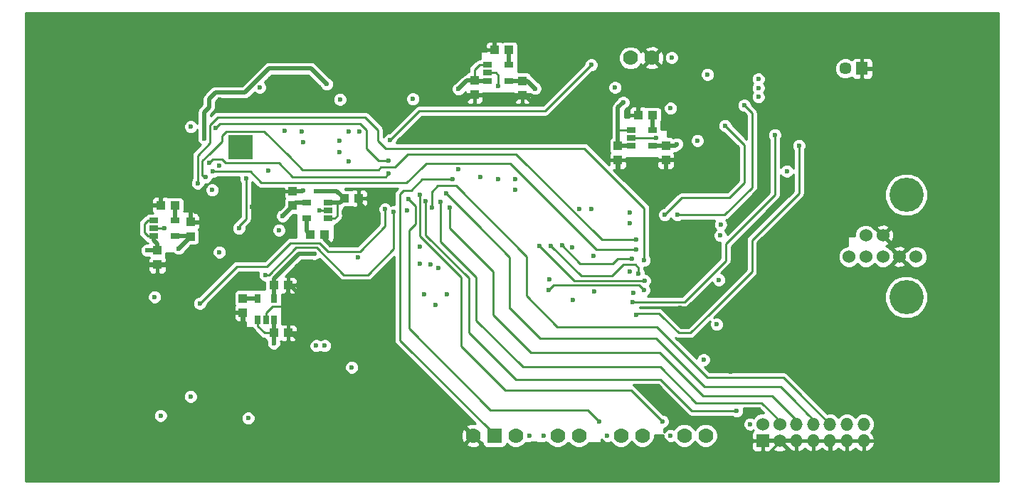
<source format=gbl>
G04 (created by PCBNEW-RS274X (2010-02-09)-RC2) date 30.03.2010 12:29:40*
G01*
G70*
G90*
%MOIN*%
G04 Gerber Fmt 3.4, Leading zero omitted, Abs format*
%FSLAX34Y34*%
G04 APERTURE LIST*
%ADD10C,0.005000*%
%ADD11C,0.007900*%
%ADD12R,0.043300X0.039300*%
%ADD13R,0.060000X0.060000*%
%ADD14C,0.060000*%
%ADD15O,0.060000X0.060000*%
%ADD16R,0.057100X0.059100*%
%ADD17C,0.057100*%
%ADD18R,0.118100X0.118100*%
%ADD19C,0.043300*%
%ADD20C,0.070000*%
%ADD21R,0.070000X0.070000*%
%ADD22R,0.040000X0.025000*%
%ADD23R,0.025000X0.040000*%
%ADD24C,0.160000*%
%ADD25R,0.039300X0.043300*%
%ADD26C,0.023600*%
%ADD27C,0.216500*%
%ADD28C,0.009800*%
%ADD29C,0.019700*%
%ADD30C,0.012200*%
%ADD31C,0.010000*%
G04 APERTURE END LIST*
G54D10*
G54D11*
X34780Y-44115D02*
X34780Y-22460D01*
X80060Y-44115D02*
X34780Y-44115D01*
X80060Y-22460D02*
X80060Y-44115D01*
X34780Y-22460D02*
X80060Y-22460D01*
G54D12*
X46266Y-37315D03*
X46934Y-37315D03*
G54D13*
X69170Y-42372D03*
G54D14*
X69170Y-41585D03*
X69957Y-42372D03*
X69957Y-41585D03*
G54D15*
X70745Y-42372D03*
X70745Y-41585D03*
X71532Y-42372D03*
X71532Y-41585D03*
X72320Y-42372D03*
X72320Y-41585D03*
X73107Y-42372D03*
X73107Y-41585D03*
X73894Y-42372D03*
X73894Y-41585D03*
G54D16*
X73810Y-24915D03*
G54D17*
X73023Y-24915D03*
G54D18*
X44700Y-28600D03*
G54D19*
X45000Y-28900D03*
X44700Y-28600D03*
X44400Y-28300D03*
X44400Y-28900D03*
X45000Y-28300D03*
G54D20*
X60560Y-42125D03*
X59560Y-42125D03*
X63525Y-42125D03*
X62525Y-42125D03*
X66495Y-42125D03*
X65495Y-42125D03*
G54D21*
X56595Y-42125D03*
G54D20*
X57595Y-42125D03*
X55595Y-42125D03*
G54D22*
X63005Y-28540D03*
X63005Y-28166D03*
X63005Y-27792D03*
X64005Y-27792D03*
X64005Y-28540D03*
G54D23*
X46265Y-36695D03*
X45891Y-36695D03*
X45517Y-36695D03*
X45517Y-35695D03*
X46265Y-35695D03*
G54D22*
X48800Y-31200D03*
X48800Y-31574D03*
X48800Y-31948D03*
X47800Y-31948D03*
X47800Y-31200D03*
X40635Y-32780D03*
X40635Y-32406D03*
X40635Y-32032D03*
X41635Y-32032D03*
X41635Y-32780D03*
X56285Y-25485D03*
X56285Y-25111D03*
X56285Y-24737D03*
X57285Y-24737D03*
X57285Y-25485D03*
G54D20*
X62970Y-24415D03*
X63970Y-24415D03*
G54D14*
X76352Y-33735D03*
X75565Y-33735D03*
X73203Y-33735D03*
X73990Y-33735D03*
X73990Y-32735D03*
X74790Y-33735D03*
X74790Y-32735D03*
G54D24*
X75890Y-35635D03*
X75890Y-30835D03*
G54D25*
X44820Y-35691D03*
X44820Y-36359D03*
G54D12*
X46266Y-35075D03*
X46934Y-35075D03*
G54D25*
X40810Y-33446D03*
X40810Y-34114D03*
X42365Y-32784D03*
X42365Y-32116D03*
G54D12*
X41634Y-31335D03*
X40966Y-31335D03*
G54D25*
X47150Y-31334D03*
X47150Y-30666D03*
G54D12*
X47966Y-32700D03*
X48634Y-32700D03*
X49566Y-31000D03*
X50234Y-31000D03*
G54D25*
X55660Y-25481D03*
X55660Y-26149D03*
X57900Y-25486D03*
X57900Y-26154D03*
G54D12*
X57284Y-24040D03*
X56616Y-24040D03*
G54D25*
X62385Y-28541D03*
X62385Y-29209D03*
G54D12*
X64004Y-27095D03*
X63336Y-27095D03*
G54D25*
X64625Y-28541D03*
X64625Y-29209D03*
G54D26*
X48650Y-37915D03*
X48250Y-37915D03*
X43545Y-27700D03*
X51650Y-29230D03*
X64470Y-41465D03*
X53095Y-30830D03*
X51715Y-28255D03*
X61135Y-24740D03*
X43245Y-29335D03*
X51650Y-29840D03*
X53380Y-31125D03*
X67950Y-40970D03*
X64570Y-31770D03*
X67390Y-27585D03*
X63235Y-32935D03*
X43065Y-30015D03*
X65160Y-31770D03*
X68300Y-26635D03*
X63235Y-33390D03*
X43415Y-29745D03*
X54490Y-31425D03*
X53660Y-31425D03*
X54340Y-30775D03*
X54075Y-31165D03*
X45605Y-25795D03*
X42375Y-27640D03*
X43375Y-30610D03*
X41800Y-33350D03*
X40685Y-35620D03*
X47650Y-28375D03*
X46000Y-29710D03*
X43715Y-29475D03*
X49360Y-26365D03*
X46675Y-31825D03*
X58915Y-42125D03*
X52775Y-26335D03*
X62250Y-25800D03*
X64900Y-24400D03*
X58240Y-42125D03*
X58500Y-25850D03*
X53605Y-34085D03*
X50265Y-27865D03*
X57580Y-30610D03*
X68575Y-41585D03*
X61880Y-42125D03*
X64850Y-42125D03*
X53980Y-34275D03*
X50195Y-33780D03*
X43715Y-33525D03*
X40955Y-41185D03*
X45060Y-41310D03*
X46505Y-32495D03*
X42360Y-40295D03*
X48155Y-33590D03*
X49920Y-38920D03*
X70290Y-29730D03*
X66575Y-25195D03*
X67010Y-36910D03*
X66390Y-38570D03*
X61275Y-35360D03*
X64850Y-26780D03*
X67110Y-34825D03*
X66105Y-28295D03*
X67190Y-32225D03*
X65150Y-28450D03*
X67170Y-32745D03*
X59185Y-34795D03*
X61135Y-31495D03*
X61240Y-33710D03*
X52565Y-31030D03*
X61500Y-41465D03*
X54625Y-30115D03*
X63620Y-33905D03*
X42690Y-30285D03*
X51475Y-31510D03*
X42790Y-35930D03*
X45855Y-34585D03*
X51875Y-31630D03*
X65295Y-36120D03*
X64275Y-26130D03*
X43135Y-42045D03*
X43415Y-42465D03*
X43080Y-40065D03*
X43315Y-40950D03*
X41425Y-38325D03*
X43315Y-40475D03*
X43080Y-39590D03*
X44405Y-40675D03*
X44405Y-39725D03*
X44295Y-38785D03*
X44960Y-38270D03*
X44295Y-38310D03*
X44405Y-39250D03*
X44405Y-40200D03*
X44405Y-41150D03*
X44195Y-42285D03*
X47110Y-22975D03*
X43105Y-22975D03*
X40040Y-22755D03*
X41890Y-22975D03*
X47110Y-23925D03*
X47110Y-23450D03*
X47115Y-24440D03*
X42935Y-25545D03*
X42265Y-24875D03*
X41890Y-23925D03*
X41890Y-23450D03*
X41905Y-24400D03*
X42600Y-25210D03*
X43740Y-26845D03*
X43740Y-26370D03*
X45500Y-24730D03*
X44830Y-25400D03*
X43840Y-25065D03*
X43170Y-24395D03*
X43105Y-23450D03*
X43105Y-23925D03*
X43505Y-24730D03*
X44175Y-25400D03*
X45165Y-25065D03*
X45835Y-24395D03*
X45890Y-23450D03*
X45890Y-22975D03*
X45890Y-23925D03*
X43375Y-31065D03*
X40655Y-29920D03*
X40240Y-29660D03*
X41105Y-30115D03*
X41595Y-30115D03*
X41625Y-42525D03*
X54915Y-29645D03*
X75870Y-26695D03*
X75870Y-25905D03*
X42350Y-30525D03*
X41900Y-37050D03*
X42450Y-36650D03*
X42085Y-30115D03*
X41900Y-36250D03*
X41895Y-37840D03*
X42100Y-35650D03*
X48785Y-35180D03*
X48550Y-35900D03*
X50350Y-36050D03*
X51620Y-37035D03*
X50350Y-35350D03*
X72950Y-35700D03*
X71800Y-34550D03*
X70200Y-34550D03*
G54D27*
X78090Y-38210D03*
G54D26*
X69350Y-34550D03*
X71000Y-34550D03*
X72400Y-35150D03*
X74050Y-35250D03*
X69350Y-33050D03*
X71750Y-33050D03*
X72550Y-33050D03*
X70950Y-33050D03*
X70150Y-33050D03*
G54D27*
X78090Y-28365D03*
G54D26*
X35075Y-40925D03*
X35910Y-43765D03*
X37490Y-43765D03*
X39070Y-43765D03*
X38280Y-43765D03*
X36700Y-43765D03*
X35120Y-43765D03*
X35075Y-42505D03*
X35075Y-37765D03*
X35075Y-36185D03*
X35075Y-34605D03*
X35075Y-33025D03*
X35075Y-31445D03*
X35075Y-29865D03*
X35075Y-28285D03*
X35075Y-26705D03*
X35075Y-25125D03*
X35075Y-23545D03*
X35910Y-22755D03*
X37490Y-22755D03*
X39070Y-22755D03*
X38280Y-22755D03*
X36700Y-22755D03*
X35075Y-22755D03*
X35075Y-24335D03*
X35075Y-25915D03*
X35075Y-27495D03*
X35075Y-29075D03*
X35075Y-30655D03*
X35075Y-32235D03*
X35075Y-33815D03*
X35075Y-35395D03*
X35075Y-36975D03*
X48400Y-34585D03*
X35075Y-41715D03*
X35075Y-43295D03*
X39070Y-26695D03*
X39070Y-25905D03*
X39050Y-30670D03*
X39070Y-38420D03*
X39070Y-37630D03*
G54D27*
X36750Y-38210D03*
X36750Y-28365D03*
G54D26*
X39075Y-25130D03*
X39070Y-24330D03*
X35075Y-39345D03*
X75870Y-24330D03*
X75865Y-25130D03*
X52245Y-23360D03*
X50625Y-24980D03*
X52245Y-22755D03*
X51685Y-23920D03*
X51125Y-24480D03*
X39070Y-33695D03*
X58555Y-22760D03*
X57755Y-22755D03*
X60120Y-22755D03*
X59330Y-22755D03*
X61700Y-22760D03*
X60905Y-22755D03*
X63265Y-22760D03*
X62480Y-22755D03*
X64845Y-22755D03*
X64055Y-22755D03*
X66420Y-22755D03*
X65630Y-22755D03*
X67995Y-22755D03*
X67205Y-22755D03*
X69570Y-22760D03*
X68780Y-22755D03*
X71145Y-22755D03*
X70355Y-22755D03*
X72730Y-22750D03*
X74310Y-22745D03*
X73505Y-22755D03*
X71930Y-22755D03*
X75875Y-23545D03*
X75870Y-22755D03*
X75080Y-22755D03*
X49095Y-22755D03*
X48305Y-22755D03*
X50670Y-22755D03*
X49880Y-22755D03*
X53820Y-22755D03*
X53030Y-22755D03*
X55400Y-22755D03*
X54605Y-22755D03*
X56970Y-22760D03*
X56180Y-22755D03*
X51120Y-41640D03*
X51400Y-41920D03*
X50095Y-41195D03*
X46755Y-41485D03*
X49535Y-40635D03*
X46755Y-42275D03*
X46755Y-43065D03*
X46755Y-42670D03*
X46755Y-41880D03*
X48695Y-39795D03*
X49255Y-40355D03*
X49815Y-40915D03*
X50380Y-41480D03*
X48975Y-40075D03*
X35075Y-38555D03*
X35075Y-40135D03*
X39070Y-32120D03*
X39070Y-31330D03*
X51455Y-22755D03*
X39070Y-32905D03*
X39035Y-35295D03*
X39070Y-34480D03*
X39070Y-39205D03*
X39070Y-36845D03*
X52580Y-41935D03*
X50960Y-40310D03*
X50400Y-39750D03*
X39070Y-43040D03*
X39070Y-42355D03*
X67685Y-38015D03*
X39075Y-40000D03*
X47785Y-42670D03*
X47785Y-43065D03*
X39070Y-41570D03*
X39070Y-40780D03*
X48180Y-41855D03*
X41760Y-29270D03*
X44830Y-33670D03*
X41620Y-28095D03*
X39070Y-36055D03*
X71935Y-25460D03*
X70765Y-25490D03*
X71345Y-26195D03*
X48390Y-31570D03*
X47635Y-30640D03*
X48935Y-33195D03*
X40325Y-34220D03*
X41300Y-34005D03*
X41125Y-32405D03*
X42365Y-31625D03*
X40470Y-31330D03*
X40960Y-30865D03*
X46865Y-36065D03*
X44815Y-36850D03*
X44345Y-36355D03*
X46800Y-35550D03*
X47400Y-35450D03*
X64165Y-28175D03*
X62785Y-30080D03*
X63340Y-26640D03*
X65260Y-29075D03*
X57460Y-26475D03*
X58330Y-26475D03*
X56785Y-25735D03*
X55215Y-26475D03*
X56615Y-23570D03*
X45460Y-33195D03*
X45115Y-33385D03*
X41425Y-34475D03*
X39070Y-23545D03*
X51620Y-38935D03*
X45815Y-31515D03*
X45235Y-31390D03*
X45535Y-31795D03*
X43440Y-32900D03*
X44055Y-32975D03*
X51030Y-37655D03*
X51620Y-37985D03*
X51620Y-39885D03*
X52225Y-38620D03*
X52225Y-40590D03*
X51240Y-40590D03*
X52225Y-39605D03*
X39820Y-43765D03*
X50680Y-40030D03*
X42540Y-26855D03*
X53095Y-34080D03*
X50495Y-25615D03*
X49945Y-25100D03*
X69230Y-29680D03*
X49385Y-25620D03*
X65805Y-27450D03*
X65345Y-27935D03*
X62950Y-34425D03*
X64880Y-27450D03*
X63745Y-26435D03*
X50635Y-32015D03*
X49345Y-28840D03*
X49755Y-29275D03*
X49530Y-31665D03*
X50175Y-31540D03*
X45995Y-32540D03*
X45595Y-33865D03*
X51185Y-38335D03*
X50675Y-38900D03*
X47740Y-37420D03*
X48130Y-36835D03*
X47740Y-36245D03*
X44675Y-37505D03*
X45870Y-38270D03*
X47780Y-39340D03*
X48185Y-39785D03*
X47780Y-41410D03*
X42765Y-42780D03*
X43805Y-42780D03*
X41425Y-35620D03*
X41955Y-35045D03*
X40955Y-42990D03*
X40400Y-42480D03*
X42380Y-37975D03*
X44290Y-36910D03*
X42050Y-34540D03*
X41895Y-33845D03*
X42415Y-33285D03*
X46350Y-25780D03*
X46110Y-25405D03*
X46315Y-41270D03*
X46700Y-40160D03*
X45415Y-38745D03*
X67105Y-28290D03*
X67605Y-28290D03*
X66605Y-27230D03*
X66605Y-28290D03*
X46560Y-30680D03*
X46105Y-31105D03*
X48180Y-40310D03*
X49350Y-28310D03*
X68000Y-28880D03*
X49755Y-27865D03*
X53680Y-28275D03*
X47180Y-26150D03*
X51545Y-31000D03*
X52500Y-31565D03*
X56780Y-30100D03*
X55945Y-30010D03*
X54085Y-26500D03*
X53640Y-26100D03*
X44295Y-31385D03*
X39735Y-29020D03*
X39785Y-28510D03*
X53300Y-35510D03*
X54375Y-35510D03*
X53840Y-36005D03*
X65400Y-34425D03*
X62945Y-32175D03*
X62950Y-31675D03*
X68195Y-38570D03*
X65395Y-32925D03*
X65395Y-32425D03*
X63095Y-35425D03*
X60585Y-31510D03*
X67685Y-39125D03*
X65425Y-36675D03*
X68135Y-37325D03*
X46785Y-27835D03*
X42940Y-32405D03*
X45555Y-31120D03*
X47555Y-27860D03*
X42055Y-28700D03*
X68225Y-34385D03*
X68125Y-35980D03*
X68125Y-36500D03*
X68095Y-31790D03*
X47780Y-40750D03*
X71320Y-39800D03*
X65395Y-33425D03*
X43005Y-31370D03*
X42940Y-31845D03*
X40235Y-27355D03*
X60250Y-33290D03*
X41680Y-27695D03*
X42795Y-26375D03*
X48270Y-26510D03*
X45935Y-26640D03*
X68675Y-34960D03*
X53165Y-25600D03*
X53095Y-33275D03*
X60255Y-35775D03*
X39760Y-27525D03*
X39795Y-29550D03*
X57580Y-30100D03*
X48670Y-26150D03*
X42315Y-29270D03*
X39730Y-27980D03*
X40620Y-27050D03*
X41560Y-26855D03*
X68095Y-33175D03*
X46475Y-26165D03*
X41070Y-26855D03*
X42050Y-26855D03*
X42995Y-32830D03*
X72800Y-39800D03*
X47720Y-26510D03*
X42175Y-42530D03*
X69735Y-28020D03*
X63085Y-35850D03*
X59775Y-33210D03*
X63045Y-33825D03*
X70860Y-28525D03*
X63230Y-36475D03*
X59150Y-35305D03*
X63605Y-35295D03*
X63350Y-34545D03*
X59245Y-33220D03*
X42995Y-28190D03*
X48740Y-25640D03*
X58715Y-33220D03*
X63625Y-34855D03*
X44960Y-30060D03*
X44630Y-32405D03*
X46265Y-37790D03*
X40335Y-33440D03*
X48250Y-30655D03*
X54920Y-25870D03*
X62625Y-26500D03*
X68960Y-25405D03*
X68960Y-26245D03*
X68960Y-25825D03*
G54D28*
X51650Y-29230D02*
X51175Y-29230D01*
X50610Y-28665D02*
X50610Y-27785D01*
X51175Y-29230D02*
X50610Y-28665D01*
X43750Y-27495D02*
X50320Y-27495D01*
X43545Y-27700D02*
X43750Y-27495D01*
X50610Y-27785D02*
X50320Y-27495D01*
X64470Y-41465D02*
X63000Y-39995D01*
X63000Y-39995D02*
X57090Y-39995D01*
X55040Y-37945D02*
X55040Y-34685D01*
X55040Y-34685D02*
X53110Y-32755D01*
X53110Y-31235D02*
X53095Y-31220D01*
X53110Y-32475D02*
X53110Y-31235D01*
X57090Y-39995D02*
X55040Y-37945D01*
X53095Y-31220D02*
X53095Y-30830D01*
X53110Y-32755D02*
X53110Y-32475D01*
G54D29*
X51715Y-28255D02*
X51720Y-28255D01*
G54D28*
X58980Y-26895D02*
X61135Y-24740D01*
X53080Y-26895D02*
X58980Y-26895D01*
X51720Y-28255D02*
X53080Y-26895D01*
X43450Y-29165D02*
X43830Y-29165D01*
X47150Y-30000D02*
X46495Y-29345D01*
X51650Y-29840D02*
X51490Y-30000D01*
X51490Y-30000D02*
X47150Y-30000D01*
X43415Y-29165D02*
X43245Y-29335D01*
X44010Y-29345D02*
X46495Y-29345D01*
X43830Y-29165D02*
X44010Y-29345D01*
X43450Y-29165D02*
X43415Y-29165D01*
X53385Y-31670D02*
X53385Y-31590D01*
X55400Y-34735D02*
X53385Y-32720D01*
X57590Y-39485D02*
X55400Y-37295D01*
X53385Y-31590D02*
X53380Y-31585D01*
X64365Y-39485D02*
X57590Y-39485D01*
X53385Y-32720D02*
X53385Y-31670D01*
X65850Y-40970D02*
X64365Y-39485D01*
X55400Y-37295D02*
X55400Y-34735D01*
X53380Y-31585D02*
X53380Y-31125D01*
X67950Y-40970D02*
X65850Y-40970D01*
X68230Y-28425D02*
X68290Y-28485D01*
X68290Y-28485D02*
X68290Y-30280D01*
X68290Y-30280D02*
X67605Y-30965D01*
X67605Y-30965D02*
X65375Y-30965D01*
X65375Y-30965D02*
X64570Y-31770D01*
X67390Y-27585D02*
X68230Y-28425D01*
X45815Y-27865D02*
X46955Y-29005D01*
X47600Y-29650D02*
X49305Y-29650D01*
X51950Y-29525D02*
X52550Y-28925D01*
X51285Y-29525D02*
X51950Y-29525D01*
X43260Y-28900D02*
X43825Y-28335D01*
X43825Y-28335D02*
X43825Y-28070D01*
X43825Y-28070D02*
X44030Y-27865D01*
X42920Y-29925D02*
X42920Y-29240D01*
X51160Y-29650D02*
X51285Y-29525D01*
X42920Y-29240D02*
X43260Y-28900D01*
X49305Y-29650D02*
X51160Y-29650D01*
X46955Y-29005D02*
X47600Y-29650D01*
X57620Y-28925D02*
X52550Y-28925D01*
X43010Y-30015D02*
X42920Y-29925D01*
X44030Y-27865D02*
X45815Y-27865D01*
X63235Y-32935D02*
X61630Y-32935D01*
X61630Y-32935D02*
X57620Y-28925D01*
X43065Y-30015D02*
X43010Y-30015D01*
X67380Y-31770D02*
X65160Y-31770D01*
X68300Y-26635D02*
X68660Y-26995D01*
X68660Y-26995D02*
X68660Y-30490D01*
X68660Y-30490D02*
X67380Y-31770D01*
X46645Y-30275D02*
X45685Y-30275D01*
X53238Y-29517D02*
X53390Y-29365D01*
X63235Y-33390D02*
X61375Y-33390D01*
X61375Y-33390D02*
X57502Y-29517D01*
X53390Y-29365D02*
X57350Y-29365D01*
X45685Y-30275D02*
X45155Y-29745D01*
X45155Y-29745D02*
X43415Y-29745D01*
X52483Y-30272D02*
X53238Y-29517D01*
X49658Y-30272D02*
X49655Y-30275D01*
X49655Y-30275D02*
X46645Y-30275D01*
X49658Y-30272D02*
X52483Y-30272D01*
X57350Y-29365D02*
X57502Y-29517D01*
X54490Y-31425D02*
X54490Y-32390D01*
X58300Y-38235D02*
X56535Y-36470D01*
X69590Y-40260D02*
X66360Y-40260D01*
X70745Y-41585D02*
X70745Y-41415D01*
X64335Y-38235D02*
X66360Y-40260D01*
X70745Y-41415D02*
X69590Y-40260D01*
X58300Y-38235D02*
X64335Y-38235D01*
X56535Y-36470D02*
X56535Y-34435D01*
X56535Y-34435D02*
X54490Y-32390D01*
X53940Y-30410D02*
X54795Y-30410D01*
X69465Y-39395D02*
X66570Y-39395D01*
X64193Y-37018D02*
X66570Y-39395D01*
X72320Y-41585D02*
X70780Y-40045D01*
X69465Y-39395D02*
X69705Y-39395D01*
X58110Y-35575D02*
X58110Y-33725D01*
X53660Y-30690D02*
X53940Y-30410D01*
X59553Y-37018D02*
X64193Y-37018D01*
X54795Y-30410D02*
X58110Y-33725D01*
X70780Y-40045D02*
X70130Y-39395D01*
X58110Y-35575D02*
X59553Y-37018D01*
X53660Y-31425D02*
X53660Y-30690D01*
X69705Y-39395D02*
X70130Y-39395D01*
X64178Y-37573D02*
X66440Y-39835D01*
X57325Y-36165D02*
X58733Y-37573D01*
X69530Y-39835D02*
X66440Y-39835D01*
X57320Y-36165D02*
X57325Y-36165D01*
X69990Y-39835D02*
X70600Y-40445D01*
X71532Y-41585D02*
X71532Y-41377D01*
X55760Y-32195D02*
X57320Y-33755D01*
X71285Y-41130D02*
X70600Y-40445D01*
X57320Y-36165D02*
X57320Y-33755D01*
X69530Y-39835D02*
X69990Y-39835D01*
X58733Y-37573D02*
X64178Y-37573D01*
X71532Y-41377D02*
X71285Y-41130D01*
X71532Y-41377D02*
X71285Y-41130D01*
X54340Y-30775D02*
X55760Y-32195D01*
X64355Y-38895D02*
X66045Y-40585D01*
X54075Y-31165D02*
X54075Y-33040D01*
X69957Y-41585D02*
X69957Y-41442D01*
X69957Y-41442D02*
X69100Y-40585D01*
X57925Y-38895D02*
X64355Y-38895D01*
X55747Y-36717D02*
X55747Y-34712D01*
X69100Y-40585D02*
X66045Y-40585D01*
X57925Y-38895D02*
X55747Y-36717D01*
X54075Y-33040D02*
X55747Y-34712D01*
G54D29*
X42361Y-32780D02*
X42365Y-32784D01*
X42365Y-32785D02*
X41800Y-33350D01*
X42365Y-32784D02*
X42365Y-32785D01*
X41635Y-32780D02*
X42361Y-32780D01*
X47150Y-31334D02*
X47150Y-31350D01*
X47284Y-31200D02*
X47150Y-31334D01*
X47150Y-31350D02*
X46675Y-31825D01*
X47800Y-31200D02*
X47284Y-31200D01*
X57285Y-25485D02*
X57899Y-25485D01*
X57899Y-25485D02*
X57900Y-25486D01*
X58136Y-25486D02*
X58500Y-25850D01*
X57900Y-25486D02*
X58136Y-25486D01*
X46266Y-34754D02*
X47430Y-33590D01*
X46266Y-35075D02*
X46266Y-34754D01*
X46265Y-35076D02*
X46266Y-35075D01*
X46265Y-35695D02*
X46265Y-35076D01*
X47430Y-33590D02*
X48155Y-33590D01*
X64624Y-28540D02*
X64625Y-28541D01*
X64625Y-28541D02*
X65059Y-28541D01*
X65059Y-28541D02*
X65150Y-28450D01*
X64005Y-28540D02*
X64624Y-28540D01*
G54D28*
X52600Y-32505D02*
X52895Y-32210D01*
X52895Y-31360D02*
X52565Y-31030D01*
X56415Y-40925D02*
X52600Y-37110D01*
X52600Y-37110D02*
X52600Y-32685D01*
X52600Y-32685D02*
X52600Y-32505D01*
X52895Y-32210D02*
X52895Y-31360D01*
X61500Y-41465D02*
X60960Y-40925D01*
X60960Y-40925D02*
X56415Y-40925D01*
X52165Y-30815D02*
X52165Y-37650D01*
X56595Y-42125D02*
X56595Y-42080D01*
X52350Y-30630D02*
X52700Y-30630D01*
X53215Y-30115D02*
X54625Y-30115D01*
X52165Y-30815D02*
X52350Y-30630D01*
X52700Y-30630D02*
X53215Y-30115D01*
X56595Y-42080D02*
X52165Y-37650D01*
X51490Y-28655D02*
X60810Y-28655D01*
X42690Y-29065D02*
X42690Y-28990D01*
X50535Y-27185D02*
X51140Y-27790D01*
X42690Y-28990D02*
X43270Y-28410D01*
X63620Y-31465D02*
X63620Y-33905D01*
X51140Y-28305D02*
X51490Y-28655D01*
X51140Y-27790D02*
X51140Y-28305D01*
X60810Y-28655D02*
X63620Y-31465D01*
X43270Y-28410D02*
X43270Y-27550D01*
X42690Y-30170D02*
X42690Y-29065D01*
X43635Y-27185D02*
X50535Y-27185D01*
X43270Y-27550D02*
X43635Y-27185D01*
X42690Y-30285D02*
X42690Y-30170D01*
X45945Y-34190D02*
X44530Y-34190D01*
X50295Y-33485D02*
X51475Y-32305D01*
X46860Y-33275D02*
X47045Y-33090D01*
X48400Y-33090D02*
X48795Y-33485D01*
X46860Y-33275D02*
X45945Y-34190D01*
X47045Y-33090D02*
X48400Y-33090D01*
X44530Y-34190D02*
X42790Y-35930D01*
X48795Y-33485D02*
X50295Y-33485D01*
X51475Y-32305D02*
X51475Y-31510D01*
X48255Y-33305D02*
X49535Y-34585D01*
X49535Y-34585D02*
X50670Y-34585D01*
X50670Y-34585D02*
X51875Y-33380D01*
X47305Y-33305D02*
X48255Y-33305D01*
X45855Y-34585D02*
X46025Y-34585D01*
X46025Y-34585D02*
X47305Y-33305D01*
X51875Y-33380D02*
X51875Y-31630D01*
G54D29*
X70745Y-42372D02*
X69957Y-42372D01*
X69170Y-42372D02*
X69957Y-42372D01*
X47115Y-37315D02*
X46934Y-37315D01*
X47115Y-37315D02*
X47545Y-37745D01*
G54D30*
X69957Y-42372D02*
X69957Y-42443D01*
X69957Y-42443D02*
X69500Y-42900D01*
G54D29*
X50234Y-31000D02*
X50234Y-31209D01*
X50234Y-31209D02*
X50500Y-31475D01*
G54D28*
X48800Y-31574D02*
X48394Y-31574D01*
X48394Y-31574D02*
X48390Y-31570D01*
G54D29*
X47150Y-30666D02*
X47609Y-30666D01*
X47609Y-30666D02*
X47635Y-30640D01*
X48634Y-32700D02*
X48634Y-32894D01*
X48634Y-32894D02*
X48935Y-33195D01*
X40810Y-34114D02*
X40431Y-34114D01*
X40431Y-34114D02*
X40325Y-34220D01*
X40810Y-34114D02*
X41191Y-34114D01*
X41191Y-34114D02*
X41300Y-34005D01*
G54D28*
X40635Y-32406D02*
X41124Y-32406D01*
X41124Y-32406D02*
X41125Y-32405D01*
G54D29*
X42365Y-32116D02*
X42365Y-31625D01*
X40966Y-31335D02*
X40475Y-31335D01*
X40475Y-31335D02*
X40470Y-31330D01*
X40966Y-31335D02*
X40966Y-30871D01*
X40966Y-30871D02*
X40960Y-30865D01*
G54D28*
X45891Y-36695D02*
X45891Y-36374D01*
X46200Y-36065D02*
X46865Y-36065D01*
X45891Y-36374D02*
X46200Y-36065D01*
G54D29*
X44820Y-36359D02*
X44820Y-36845D01*
X44820Y-36845D02*
X44815Y-36850D01*
X44820Y-36359D02*
X44349Y-36359D01*
X44349Y-36359D02*
X44345Y-36355D01*
X46934Y-35416D02*
X46800Y-35550D01*
X46934Y-35075D02*
X46934Y-35416D01*
X46934Y-35075D02*
X47025Y-35075D01*
X47025Y-35075D02*
X47400Y-35450D01*
G54D28*
X63005Y-28166D02*
X64156Y-28166D01*
X64156Y-28166D02*
X64165Y-28175D01*
G54D29*
X62385Y-29209D02*
X62385Y-29680D01*
X62385Y-29680D02*
X62785Y-30080D01*
X63336Y-27095D02*
X63336Y-26644D01*
X63336Y-26644D02*
X63340Y-26640D01*
X64625Y-29209D02*
X65126Y-29209D01*
X65126Y-29209D02*
X65260Y-29075D01*
X57900Y-26154D02*
X57781Y-26154D01*
X57781Y-26154D02*
X57460Y-26475D01*
X57900Y-26154D02*
X58009Y-26154D01*
X58009Y-26154D02*
X58330Y-26475D01*
G54D28*
X56285Y-25111D02*
X56661Y-25111D01*
X56785Y-25235D02*
X56785Y-25735D01*
X56661Y-25111D02*
X56785Y-25235D01*
G54D29*
X55660Y-26149D02*
X55541Y-26149D01*
X55541Y-26149D02*
X55215Y-26475D01*
X56616Y-24040D02*
X56616Y-23571D01*
X56616Y-23571D02*
X56615Y-23570D01*
G54D28*
X65495Y-35850D02*
X63085Y-35850D01*
X69735Y-28020D02*
X69735Y-30835D01*
X67425Y-33145D02*
X68565Y-32005D01*
X67425Y-33920D02*
X67425Y-33145D01*
X69345Y-31225D02*
X69735Y-30835D01*
X68565Y-32005D02*
X69345Y-31225D01*
X67425Y-33920D02*
X65495Y-35850D01*
X63045Y-33825D02*
X62355Y-33825D01*
X60620Y-34055D02*
X59775Y-33210D01*
X62125Y-34055D02*
X60620Y-34055D01*
X62355Y-33825D02*
X62125Y-34055D01*
X66710Y-36390D02*
X65785Y-37315D01*
X65225Y-37315D02*
X64465Y-36555D01*
X65785Y-37315D02*
X65225Y-37315D01*
X68655Y-34445D02*
X66710Y-36390D01*
X64300Y-36390D02*
X63315Y-36390D01*
X64465Y-36555D02*
X64300Y-36390D01*
X68655Y-33570D02*
X68655Y-34445D01*
X68655Y-33220D02*
X68655Y-32970D01*
X68655Y-32970D02*
X70860Y-30765D01*
X70860Y-28525D02*
X70860Y-30765D01*
X63315Y-36390D02*
X63230Y-36475D01*
X68655Y-33570D02*
X68655Y-33220D01*
X59385Y-35070D02*
X59150Y-35305D01*
X63380Y-35070D02*
X59385Y-35070D01*
X63605Y-35295D02*
X63380Y-35070D01*
X62640Y-34110D02*
X63200Y-34110D01*
X62105Y-34645D02*
X62640Y-34110D01*
X60670Y-34645D02*
X62105Y-34645D01*
X60670Y-34645D02*
X59245Y-33220D01*
X63200Y-34110D02*
X63350Y-34260D01*
X63350Y-34260D02*
X63350Y-34545D01*
G54D29*
X48005Y-24905D02*
X48740Y-25640D01*
X44900Y-26035D02*
X46030Y-24905D01*
X42995Y-28190D02*
X42995Y-26950D01*
X43530Y-26035D02*
X44900Y-26035D01*
X43225Y-26340D02*
X43530Y-26035D01*
X46030Y-24905D02*
X48005Y-24905D01*
X42995Y-26950D02*
X43225Y-26720D01*
X43225Y-26720D02*
X43225Y-26340D01*
G54D28*
X60350Y-34855D02*
X58715Y-33220D01*
X63625Y-34855D02*
X60350Y-34855D01*
G54D29*
X47800Y-31948D02*
X47800Y-32534D01*
X47800Y-32534D02*
X47966Y-32700D01*
X44824Y-35695D02*
X44820Y-35691D01*
X45517Y-35695D02*
X44824Y-35695D01*
X64005Y-27792D02*
X64005Y-27096D01*
X64005Y-27096D02*
X64004Y-27095D01*
X57285Y-24041D02*
X57284Y-24040D01*
X57285Y-24737D02*
X57285Y-24041D01*
X41635Y-32032D02*
X41635Y-31336D01*
X41635Y-31336D02*
X41634Y-31335D01*
G54D28*
X44960Y-30060D02*
X44960Y-31965D01*
X44630Y-32295D02*
X44630Y-32405D01*
X44960Y-31965D02*
X44630Y-32295D01*
G54D29*
X46266Y-37789D02*
X46265Y-37790D01*
X46266Y-37315D02*
X46266Y-37789D01*
X40341Y-33446D02*
X40335Y-33440D01*
X40341Y-33446D02*
X40810Y-33446D01*
G54D28*
X45517Y-36695D02*
X45517Y-36992D01*
X45840Y-37315D02*
X46266Y-37315D01*
X45517Y-36992D02*
X45840Y-37315D01*
X63005Y-27792D02*
X62385Y-27792D01*
X48800Y-31948D02*
X49107Y-31948D01*
X49225Y-31830D02*
X49225Y-31200D01*
G54D29*
X49565Y-31000D02*
X49220Y-30655D01*
G54D28*
X49107Y-31948D02*
X49225Y-31830D01*
G54D29*
X49566Y-31000D02*
X49565Y-31000D01*
X49220Y-30655D02*
X48250Y-30655D01*
X55660Y-25481D02*
X55309Y-25481D01*
G54D28*
X40188Y-32225D02*
X40188Y-32202D01*
G54D29*
X48800Y-31200D02*
X49225Y-31200D01*
X46265Y-37314D02*
X46266Y-37315D01*
X40635Y-32780D02*
X40635Y-32955D01*
X40635Y-32955D02*
X40810Y-33130D01*
X40810Y-33130D02*
X40810Y-33446D01*
G54D28*
X40188Y-32202D02*
X40358Y-32032D01*
X40188Y-32225D02*
X40188Y-32598D01*
X40635Y-32780D02*
X40370Y-32780D01*
X40370Y-32780D02*
X40188Y-32598D01*
X55660Y-24965D02*
X55660Y-25481D01*
X40358Y-32032D02*
X40635Y-32032D01*
G54D29*
X55309Y-25481D02*
X54920Y-25870D01*
X62385Y-28541D02*
X62385Y-27792D01*
X46265Y-36695D02*
X46265Y-37314D01*
X62385Y-26740D02*
X62625Y-26500D01*
X55664Y-25485D02*
X55660Y-25481D01*
X62385Y-27792D02*
X62385Y-26740D01*
G54D28*
X56285Y-24737D02*
X55888Y-24737D01*
X55888Y-24737D02*
X55660Y-24965D01*
G54D29*
X63004Y-28541D02*
X63005Y-28540D01*
X62385Y-28541D02*
X63004Y-28541D01*
X56285Y-25485D02*
X55664Y-25485D01*
X49366Y-31200D02*
X49566Y-31000D01*
X49225Y-31200D02*
X49366Y-31200D01*
G54D31*
X34630Y-22310D02*
X80210Y-22310D01*
X34630Y-22390D02*
X80210Y-22390D01*
X34630Y-22470D02*
X80210Y-22470D01*
X34630Y-22550D02*
X80210Y-22550D01*
X34630Y-22630D02*
X80210Y-22630D01*
X34630Y-22710D02*
X80210Y-22710D01*
X34630Y-22790D02*
X80210Y-22790D01*
X34630Y-22870D02*
X80210Y-22870D01*
X34630Y-22950D02*
X80210Y-22950D01*
X34630Y-23030D02*
X80210Y-23030D01*
X34630Y-23110D02*
X80210Y-23110D01*
X34630Y-23190D02*
X80210Y-23190D01*
X34630Y-23270D02*
X80210Y-23270D01*
X34630Y-23350D02*
X80210Y-23350D01*
X34630Y-23430D02*
X80210Y-23430D01*
X34630Y-23510D02*
X80210Y-23510D01*
X34630Y-23590D02*
X80210Y-23590D01*
X34630Y-23670D02*
X56254Y-23670D01*
X56575Y-23670D02*
X56657Y-23670D01*
X57630Y-23670D02*
X80210Y-23670D01*
X34630Y-23750D02*
X56194Y-23750D01*
X56578Y-23750D02*
X56654Y-23750D01*
X57694Y-23750D02*
X80210Y-23750D01*
X34630Y-23830D02*
X56173Y-23830D01*
X56578Y-23830D02*
X56654Y-23830D01*
X57715Y-23830D02*
X80210Y-23830D01*
X34630Y-23910D02*
X56173Y-23910D01*
X56578Y-23910D02*
X56654Y-23910D01*
X57715Y-23910D02*
X62713Y-23910D01*
X63228Y-23910D02*
X63706Y-23910D01*
X64232Y-23910D02*
X80210Y-23910D01*
X34630Y-23990D02*
X56217Y-23990D01*
X56578Y-23990D02*
X56654Y-23990D01*
X57715Y-23990D02*
X62596Y-23990D01*
X63344Y-23990D02*
X63641Y-23990D01*
X64300Y-23990D02*
X80210Y-23990D01*
X34630Y-24070D02*
X56654Y-24070D01*
X57715Y-24070D02*
X62516Y-24070D01*
X63424Y-24070D02*
X63679Y-24070D01*
X64261Y-24070D02*
X64827Y-24070D01*
X64974Y-24070D02*
X80210Y-24070D01*
X34630Y-24150D02*
X55950Y-24150D01*
X57715Y-24150D02*
X62469Y-24150D01*
X63651Y-24150D02*
X63759Y-24150D01*
X64181Y-24150D02*
X64289Y-24150D01*
X64475Y-24150D02*
X64680Y-24150D01*
X65121Y-24150D02*
X80210Y-24150D01*
X34630Y-24230D02*
X55950Y-24230D01*
X57715Y-24230D02*
X62435Y-24230D01*
X63731Y-24230D02*
X63839Y-24230D01*
X64101Y-24230D02*
X64209Y-24230D01*
X64508Y-24230D02*
X64611Y-24230D01*
X65190Y-24230D02*
X80210Y-24230D01*
X34630Y-24310D02*
X55950Y-24310D01*
X57701Y-24310D02*
X62405Y-24310D01*
X63811Y-24310D02*
X63919Y-24310D01*
X64021Y-24310D02*
X64129Y-24310D01*
X64533Y-24310D02*
X64577Y-24310D01*
X65223Y-24310D02*
X80210Y-24310D01*
X34630Y-24390D02*
X55950Y-24390D01*
X57700Y-24390D02*
X62405Y-24390D01*
X63891Y-24390D02*
X64049Y-24390D01*
X64535Y-24390D02*
X64567Y-24390D01*
X65233Y-24390D02*
X80210Y-24390D01*
X34630Y-24470D02*
X55923Y-24470D01*
X57700Y-24470D02*
X60935Y-24470D01*
X61336Y-24470D02*
X62405Y-24470D01*
X63861Y-24470D02*
X63969Y-24470D01*
X63971Y-24470D02*
X64079Y-24470D01*
X64537Y-24470D02*
X64568Y-24470D01*
X65231Y-24470D02*
X72794Y-24470D01*
X73253Y-24470D02*
X73355Y-24470D01*
X73772Y-24470D02*
X73848Y-24470D01*
X74266Y-24470D02*
X80210Y-24470D01*
X34630Y-24550D02*
X55701Y-24550D01*
X57700Y-24550D02*
X60855Y-24550D01*
X61416Y-24550D02*
X62414Y-24550D01*
X63781Y-24550D02*
X63889Y-24550D01*
X64051Y-24550D02*
X64159Y-24550D01*
X64523Y-24550D02*
X64602Y-24550D01*
X65198Y-24550D02*
X72683Y-24550D01*
X73772Y-24550D02*
X73848Y-24550D01*
X74312Y-24550D02*
X80210Y-24550D01*
X34630Y-24630D02*
X45889Y-24630D01*
X48146Y-24630D02*
X55621Y-24630D01*
X57700Y-24630D02*
X60821Y-24630D01*
X61450Y-24630D02*
X62447Y-24630D01*
X63701Y-24630D02*
X63809Y-24630D01*
X64131Y-24630D02*
X64239Y-24630D01*
X64492Y-24630D02*
X64659Y-24630D01*
X65140Y-24630D02*
X72603Y-24630D01*
X73772Y-24630D02*
X73848Y-24630D01*
X74322Y-24630D02*
X80210Y-24630D01*
X34630Y-24710D02*
X45783Y-24710D01*
X48252Y-24710D02*
X55541Y-24710D01*
X57700Y-24710D02*
X60791Y-24710D01*
X61468Y-24710D02*
X62480Y-24710D01*
X63459Y-24710D02*
X63477Y-24710D01*
X63621Y-24710D02*
X63729Y-24710D01*
X64211Y-24710D02*
X64319Y-24710D01*
X64462Y-24710D02*
X64778Y-24710D01*
X65021Y-24710D02*
X72568Y-24710D01*
X73772Y-24710D02*
X73848Y-24710D01*
X74322Y-24710D02*
X80210Y-24710D01*
X34630Y-24790D02*
X45703Y-24790D01*
X48332Y-24790D02*
X55466Y-24790D01*
X57700Y-24790D02*
X60711Y-24790D01*
X61468Y-24790D02*
X62546Y-24790D01*
X63394Y-24790D02*
X63649Y-24790D01*
X64291Y-24790D02*
X72535Y-24790D01*
X73772Y-24790D02*
X73848Y-24790D01*
X74322Y-24790D02*
X80210Y-24790D01*
X34630Y-24870D02*
X45623Y-24870D01*
X48412Y-24870D02*
X55415Y-24870D01*
X57700Y-24870D02*
X60631Y-24870D01*
X61441Y-24870D02*
X62626Y-24870D01*
X63314Y-24870D02*
X63650Y-24870D01*
X64289Y-24870D02*
X66490Y-24870D01*
X66661Y-24870D02*
X72524Y-24870D01*
X73772Y-24870D02*
X73848Y-24870D01*
X74273Y-24870D02*
X80210Y-24870D01*
X34630Y-24950D02*
X45543Y-24950D01*
X48492Y-24950D02*
X55399Y-24950D01*
X57700Y-24950D02*
X60551Y-24950D01*
X61395Y-24950D02*
X62784Y-24950D01*
X63154Y-24950D02*
X63786Y-24950D01*
X64162Y-24950D02*
X66350Y-24950D01*
X66801Y-24950D02*
X72524Y-24950D01*
X73772Y-24950D02*
X80210Y-24950D01*
X34630Y-25030D02*
X45463Y-25030D01*
X48572Y-25030D02*
X55396Y-25030D01*
X57700Y-25030D02*
X60471Y-25030D01*
X61303Y-25030D02*
X66284Y-25030D01*
X66867Y-25030D02*
X72530Y-25030D01*
X73772Y-25030D02*
X73848Y-25030D01*
X74322Y-25030D02*
X80210Y-25030D01*
X34630Y-25110D02*
X45383Y-25110D01*
X48652Y-25110D02*
X55315Y-25110D01*
X58240Y-25110D02*
X60391Y-25110D01*
X61138Y-25110D02*
X66250Y-25110D01*
X66901Y-25110D02*
X68804Y-25110D01*
X69118Y-25110D02*
X72563Y-25110D01*
X73772Y-25110D02*
X73848Y-25110D01*
X74322Y-25110D02*
X80210Y-25110D01*
X34630Y-25190D02*
X45303Y-25190D01*
X48732Y-25190D02*
X55199Y-25190D01*
X58296Y-25190D02*
X60311Y-25190D01*
X61058Y-25190D02*
X66242Y-25190D01*
X66908Y-25190D02*
X68705Y-25190D01*
X69216Y-25190D02*
X72597Y-25190D01*
X73772Y-25190D02*
X73848Y-25190D01*
X74322Y-25190D02*
X80210Y-25190D01*
X34630Y-25270D02*
X45223Y-25270D01*
X46106Y-25270D02*
X47927Y-25270D01*
X48812Y-25270D02*
X55078Y-25270D01*
X58362Y-25270D02*
X60231Y-25270D01*
X60978Y-25270D02*
X66245Y-25270D01*
X66904Y-25270D02*
X68656Y-25270D01*
X69265Y-25270D02*
X72672Y-25270D01*
X73772Y-25270D02*
X73848Y-25270D01*
X74315Y-25270D02*
X80210Y-25270D01*
X34630Y-25350D02*
X45143Y-25350D01*
X46026Y-25350D02*
X48007Y-25350D01*
X48910Y-25350D02*
X54998Y-25350D01*
X58442Y-25350D02*
X60151Y-25350D01*
X60898Y-25350D02*
X66279Y-25350D01*
X66871Y-25350D02*
X68627Y-25350D01*
X69293Y-25350D02*
X72769Y-25350D01*
X73276Y-25350D02*
X73344Y-25350D01*
X73772Y-25350D02*
X73848Y-25350D01*
X74275Y-25350D02*
X80210Y-25350D01*
X34630Y-25430D02*
X45063Y-25430D01*
X45946Y-25430D02*
X48087Y-25430D01*
X49001Y-25430D02*
X54918Y-25430D01*
X58522Y-25430D02*
X60071Y-25430D01*
X60818Y-25430D02*
X66339Y-25430D01*
X66810Y-25430D02*
X68627Y-25430D01*
X69293Y-25430D02*
X73463Y-25430D01*
X73723Y-25430D02*
X73897Y-25430D01*
X74156Y-25430D02*
X80210Y-25430D01*
X34630Y-25510D02*
X44983Y-25510D01*
X45866Y-25510D02*
X48167Y-25510D01*
X49047Y-25510D02*
X54838Y-25510D01*
X58602Y-25510D02*
X59991Y-25510D01*
X60738Y-25510D02*
X62082Y-25510D01*
X62420Y-25510D02*
X66465Y-25510D01*
X66684Y-25510D02*
X68643Y-25510D01*
X69276Y-25510D02*
X80210Y-25510D01*
X34630Y-25590D02*
X44903Y-25590D01*
X45870Y-25590D02*
X48247Y-25590D01*
X49073Y-25590D02*
X54730Y-25590D01*
X58711Y-25590D02*
X59911Y-25590D01*
X60658Y-25590D02*
X61990Y-25590D01*
X62511Y-25590D02*
X68676Y-25590D01*
X69243Y-25590D02*
X80210Y-25590D01*
X34630Y-25670D02*
X44823Y-25670D01*
X45914Y-25670D02*
X48327Y-25670D01*
X49073Y-25670D02*
X54650Y-25670D01*
X58786Y-25670D02*
X59831Y-25670D01*
X60578Y-25670D02*
X61944Y-25670D01*
X62557Y-25670D02*
X68664Y-25670D01*
X69256Y-25670D02*
X80210Y-25670D01*
X34630Y-25750D02*
X43404Y-25750D01*
X45938Y-25750D02*
X48407Y-25750D01*
X49054Y-25750D02*
X54610Y-25750D01*
X58819Y-25750D02*
X59751Y-25750D01*
X60498Y-25750D02*
X61917Y-25750D01*
X62583Y-25750D02*
X68631Y-25750D01*
X69290Y-25750D02*
X80210Y-25750D01*
X34630Y-25830D02*
X43293Y-25830D01*
X45938Y-25830D02*
X48459Y-25830D01*
X49020Y-25830D02*
X54587Y-25830D01*
X58833Y-25830D02*
X59671Y-25830D01*
X60418Y-25830D02*
X61917Y-25830D01*
X62583Y-25830D02*
X68627Y-25830D01*
X69293Y-25830D02*
X80210Y-25830D01*
X34630Y-25910D02*
X43213Y-25910D01*
X45917Y-25910D02*
X48539Y-25910D01*
X48940Y-25910D02*
X54587Y-25910D01*
X58833Y-25910D02*
X59591Y-25910D01*
X60338Y-25910D02*
X61935Y-25910D01*
X62564Y-25910D02*
X68634Y-25910D01*
X69285Y-25910D02*
X80210Y-25910D01*
X34630Y-25990D02*
X43133Y-25990D01*
X45880Y-25990D02*
X54609Y-25990D01*
X58802Y-25990D02*
X59511Y-25990D01*
X60258Y-25990D02*
X61969Y-25990D01*
X62530Y-25990D02*
X68668Y-25990D01*
X69251Y-25990D02*
X80210Y-25990D01*
X34630Y-26070D02*
X43053Y-26070D01*
X45306Y-26070D02*
X45409Y-26070D01*
X45800Y-26070D02*
X49204Y-26070D01*
X49518Y-26070D02*
X52570Y-26070D01*
X52981Y-26070D02*
X54649Y-26070D01*
X55190Y-26070D02*
X55252Y-26070D01*
X56068Y-26070D02*
X57487Y-26070D01*
X58750Y-26070D02*
X59431Y-26070D01*
X60178Y-26070D02*
X62049Y-26070D01*
X62450Y-26070D02*
X68673Y-26070D01*
X69248Y-26070D02*
X80210Y-26070D01*
X34630Y-26150D02*
X42984Y-26150D01*
X45226Y-26150D02*
X49105Y-26150D01*
X49616Y-26150D02*
X52492Y-26150D01*
X53059Y-26150D02*
X54729Y-26150D01*
X55110Y-26150D02*
X58354Y-26150D01*
X58644Y-26150D02*
X59351Y-26150D01*
X60098Y-26150D02*
X68640Y-26150D01*
X69281Y-26150D02*
X80210Y-26150D01*
X34630Y-26230D02*
X42934Y-26230D01*
X45146Y-26230D02*
X49056Y-26230D01*
X49665Y-26230D02*
X52459Y-26230D01*
X53092Y-26230D02*
X55250Y-26230D01*
X55622Y-26230D02*
X55698Y-26230D01*
X56070Y-26230D02*
X57495Y-26230D01*
X57862Y-26230D02*
X57938Y-26230D01*
X58305Y-26230D02*
X59271Y-26230D01*
X60018Y-26230D02*
X62425Y-26230D01*
X62826Y-26230D02*
X68627Y-26230D01*
X69293Y-26230D02*
X80210Y-26230D01*
X34630Y-26310D02*
X42918Y-26310D01*
X45040Y-26310D02*
X49027Y-26310D01*
X49693Y-26310D02*
X52442Y-26310D01*
X53108Y-26310D02*
X55237Y-26310D01*
X55622Y-26310D02*
X55698Y-26310D01*
X56083Y-26310D02*
X57477Y-26310D01*
X57862Y-26310D02*
X57938Y-26310D01*
X58323Y-26310D02*
X59191Y-26310D01*
X59938Y-26310D02*
X62345Y-26310D01*
X62906Y-26310D02*
X68215Y-26310D01*
X68386Y-26310D02*
X68627Y-26310D01*
X69293Y-26310D02*
X80210Y-26310D01*
X34630Y-26390D02*
X42912Y-26390D01*
X43616Y-26390D02*
X49027Y-26390D01*
X49693Y-26390D02*
X52442Y-26390D01*
X53108Y-26390D02*
X55237Y-26390D01*
X55622Y-26390D02*
X55698Y-26390D01*
X56083Y-26390D02*
X57477Y-26390D01*
X57862Y-26390D02*
X57938Y-26390D01*
X58323Y-26390D02*
X59111Y-26390D01*
X59858Y-26390D02*
X62292Y-26390D01*
X62940Y-26390D02*
X68075Y-26390D01*
X68526Y-26390D02*
X68660Y-26390D01*
X69260Y-26390D02*
X80210Y-26390D01*
X34630Y-26470D02*
X42912Y-26470D01*
X43538Y-26470D02*
X49043Y-26470D01*
X49676Y-26470D02*
X52470Y-26470D01*
X53079Y-26470D02*
X55262Y-26470D01*
X55622Y-26470D02*
X55698Y-26470D01*
X56057Y-26470D02*
X57500Y-26470D01*
X57862Y-26470D02*
X57938Y-26470D01*
X58299Y-26470D02*
X59031Y-26470D01*
X59778Y-26470D02*
X62212Y-26470D01*
X62958Y-26470D02*
X64729Y-26470D01*
X64972Y-26470D02*
X68009Y-26470D01*
X68592Y-26470D02*
X68714Y-26470D01*
X69205Y-26470D02*
X80210Y-26470D01*
X34630Y-26550D02*
X42912Y-26550D01*
X43538Y-26550D02*
X49076Y-26550D01*
X49643Y-26550D02*
X52519Y-26550D01*
X53030Y-26550D02*
X55328Y-26550D01*
X55608Y-26550D02*
X55712Y-26550D01*
X55991Y-26550D02*
X57563Y-26550D01*
X57853Y-26550D02*
X57947Y-26550D01*
X58236Y-26550D02*
X58951Y-26550D01*
X59698Y-26550D02*
X62144Y-26550D01*
X62958Y-26550D02*
X64610Y-26550D01*
X65091Y-26550D02*
X67975Y-26550D01*
X68626Y-26550D02*
X68826Y-26550D01*
X69092Y-26550D02*
X80210Y-26550D01*
X34630Y-26630D02*
X42873Y-26630D01*
X43538Y-26630D02*
X49154Y-26630D01*
X49565Y-26630D02*
X52617Y-26630D01*
X52931Y-26630D02*
X58871Y-26630D01*
X59618Y-26630D02*
X62094Y-26630D01*
X62931Y-26630D02*
X64552Y-26630D01*
X65148Y-26630D02*
X67967Y-26630D01*
X68669Y-26630D02*
X80210Y-26630D01*
X34630Y-26710D02*
X42793Y-26710D01*
X43538Y-26710D02*
X52891Y-26710D01*
X59538Y-26710D02*
X62078Y-26710D01*
X62885Y-26710D02*
X62989Y-26710D01*
X63280Y-26710D02*
X63392Y-26710D01*
X64326Y-26710D02*
X64519Y-26710D01*
X65182Y-26710D02*
X67970Y-26710D01*
X68749Y-26710D02*
X80210Y-26710D01*
X34630Y-26790D02*
X42733Y-26790D01*
X43524Y-26790D02*
X52811Y-26790D01*
X59458Y-26790D02*
X62072Y-26790D01*
X62793Y-26790D02*
X62920Y-26790D01*
X63298Y-26790D02*
X63374Y-26790D01*
X64408Y-26790D02*
X64517Y-26790D01*
X65183Y-26790D02*
X68004Y-26790D01*
X68829Y-26790D02*
X80210Y-26790D01*
X34630Y-26870D02*
X42698Y-26870D01*
X43494Y-26870D02*
X52731Y-26870D01*
X59378Y-26870D02*
X62072Y-26870D01*
X62698Y-26870D02*
X62893Y-26870D01*
X63298Y-26870D02*
X63374Y-26870D01*
X64435Y-26870D02*
X64527Y-26870D01*
X65173Y-26870D02*
X68064Y-26870D01*
X68889Y-26870D02*
X80210Y-26870D01*
X34630Y-26950D02*
X42682Y-26950D01*
X43437Y-26950D02*
X43521Y-26950D01*
X50650Y-26950D02*
X52651Y-26950D01*
X59298Y-26950D02*
X62072Y-26950D01*
X62698Y-26950D02*
X62893Y-26950D01*
X63298Y-26950D02*
X63374Y-26950D01*
X64435Y-26950D02*
X64560Y-26950D01*
X65139Y-26950D02*
X68190Y-26950D01*
X68916Y-26950D02*
X80210Y-26950D01*
X34630Y-27030D02*
X42682Y-27030D01*
X43357Y-27030D02*
X43416Y-27030D01*
X50754Y-27030D02*
X52571Y-27030D01*
X59218Y-27030D02*
X62072Y-27030D01*
X62698Y-27030D02*
X62922Y-27030D01*
X63298Y-27030D02*
X63374Y-27030D01*
X64435Y-27030D02*
X64629Y-27030D01*
X65070Y-27030D02*
X68321Y-27030D01*
X68924Y-27030D02*
X80210Y-27030D01*
X34630Y-27110D02*
X42682Y-27110D01*
X43308Y-27110D02*
X43336Y-27110D01*
X50834Y-27110D02*
X52491Y-27110D01*
X59124Y-27110D02*
X62072Y-27110D01*
X62698Y-27110D02*
X63374Y-27110D01*
X64435Y-27110D02*
X64776Y-27110D01*
X64923Y-27110D02*
X68396Y-27110D01*
X68924Y-27110D02*
X80210Y-27110D01*
X34630Y-27190D02*
X42682Y-27190D01*
X50914Y-27190D02*
X52411Y-27190D01*
X53158Y-27190D02*
X62072Y-27190D01*
X62698Y-27190D02*
X62893Y-27190D01*
X64435Y-27190D02*
X68396Y-27190D01*
X68924Y-27190D02*
X80210Y-27190D01*
X34630Y-27270D02*
X42682Y-27270D01*
X50994Y-27270D02*
X52331Y-27270D01*
X53078Y-27270D02*
X62072Y-27270D01*
X64435Y-27270D02*
X67281Y-27270D01*
X67500Y-27270D02*
X68396Y-27270D01*
X68924Y-27270D02*
X80210Y-27270D01*
X34630Y-27350D02*
X42207Y-27350D01*
X42545Y-27350D02*
X42682Y-27350D01*
X51074Y-27350D02*
X52251Y-27350D01*
X52998Y-27350D02*
X62072Y-27350D01*
X64428Y-27350D02*
X67155Y-27350D01*
X67626Y-27350D02*
X68396Y-27350D01*
X68924Y-27350D02*
X80210Y-27350D01*
X34630Y-27430D02*
X42115Y-27430D01*
X42636Y-27430D02*
X42682Y-27430D01*
X51154Y-27430D02*
X52171Y-27430D01*
X52918Y-27430D02*
X62072Y-27430D01*
X64400Y-27430D02*
X67094Y-27430D01*
X67686Y-27430D02*
X68396Y-27430D01*
X68924Y-27430D02*
X80210Y-27430D01*
X34630Y-27510D02*
X42069Y-27510D01*
X42682Y-27510D02*
X42682Y-27510D01*
X51234Y-27510D02*
X52091Y-27510D01*
X52838Y-27510D02*
X62072Y-27510D01*
X64400Y-27510D02*
X67061Y-27510D01*
X67720Y-27510D02*
X68396Y-27510D01*
X68924Y-27510D02*
X80210Y-27510D01*
X34630Y-27590D02*
X42042Y-27590D01*
X51314Y-27590D02*
X52011Y-27590D01*
X52758Y-27590D02*
X62072Y-27590D01*
X64406Y-27590D02*
X67057Y-27590D01*
X67769Y-27590D02*
X68396Y-27590D01*
X68924Y-27590D02*
X80210Y-27590D01*
X34630Y-27670D02*
X42042Y-27670D01*
X51372Y-27670D02*
X51931Y-27670D01*
X52678Y-27670D02*
X62072Y-27670D01*
X64420Y-27670D02*
X67064Y-27670D01*
X67849Y-27670D02*
X68396Y-27670D01*
X68924Y-27670D02*
X80210Y-27670D01*
X34630Y-27750D02*
X42060Y-27750D01*
X51397Y-27750D02*
X51851Y-27750D01*
X52598Y-27750D02*
X62072Y-27750D01*
X64420Y-27750D02*
X67098Y-27750D01*
X67929Y-27750D02*
X68396Y-27750D01*
X68924Y-27750D02*
X69535Y-27750D01*
X69936Y-27750D02*
X80210Y-27750D01*
X34630Y-27830D02*
X42094Y-27830D01*
X42655Y-27830D02*
X42682Y-27830D01*
X51404Y-27830D02*
X51771Y-27830D01*
X52518Y-27830D02*
X62072Y-27830D01*
X64700Y-27830D02*
X67164Y-27830D01*
X68009Y-27830D02*
X68396Y-27830D01*
X68924Y-27830D02*
X69455Y-27830D01*
X70016Y-27830D02*
X80210Y-27830D01*
X34630Y-27910D02*
X42174Y-27910D01*
X42575Y-27910D02*
X42682Y-27910D01*
X51404Y-27910D02*
X51691Y-27910D01*
X52438Y-27910D02*
X62072Y-27910D01*
X64700Y-27910D02*
X67304Y-27910D01*
X68089Y-27910D02*
X68396Y-27910D01*
X68924Y-27910D02*
X69421Y-27910D01*
X70050Y-27910D02*
X80210Y-27910D01*
X34630Y-27990D02*
X42682Y-27990D01*
X51404Y-27990D02*
X51510Y-27990D01*
X52358Y-27990D02*
X62072Y-27990D01*
X64700Y-27990D02*
X65973Y-27990D01*
X66239Y-27990D02*
X67421Y-27990D01*
X68169Y-27990D02*
X68396Y-27990D01*
X68924Y-27990D02*
X69402Y-27990D01*
X70068Y-27990D02*
X80210Y-27990D01*
X34630Y-28070D02*
X42682Y-28070D01*
X51404Y-28070D02*
X51432Y-28070D01*
X52278Y-28070D02*
X62072Y-28070D01*
X64700Y-28070D02*
X65860Y-28070D01*
X66351Y-28070D02*
X67501Y-28070D01*
X68249Y-28070D02*
X68396Y-28070D01*
X68924Y-28070D02*
X69402Y-28070D01*
X70068Y-28070D02*
X80210Y-28070D01*
X34630Y-28150D02*
X42662Y-28150D01*
X52198Y-28150D02*
X62060Y-28150D01*
X64950Y-28150D02*
X65005Y-28150D01*
X65296Y-28150D02*
X65805Y-28150D01*
X66405Y-28150D02*
X67581Y-28150D01*
X68329Y-28150D02*
X68396Y-28150D01*
X68924Y-28150D02*
X69428Y-28150D01*
X70041Y-28150D02*
X80210Y-28150D01*
X34630Y-28230D02*
X42662Y-28230D01*
X52118Y-28230D02*
X61996Y-28230D01*
X65401Y-28230D02*
X65772Y-28230D01*
X66438Y-28230D02*
X67661Y-28230D01*
X68924Y-28230D02*
X69471Y-28230D01*
X69999Y-28230D02*
X70704Y-28230D01*
X71018Y-28230D02*
X80210Y-28230D01*
X34630Y-28310D02*
X42684Y-28310D01*
X52048Y-28310D02*
X61974Y-28310D01*
X65453Y-28310D02*
X65772Y-28310D01*
X66438Y-28310D02*
X67741Y-28310D01*
X68924Y-28310D02*
X69471Y-28310D01*
X69999Y-28310D02*
X70605Y-28310D01*
X71116Y-28310D02*
X80210Y-28310D01*
X34630Y-28390D02*
X42724Y-28390D01*
X52018Y-28390D02*
X61974Y-28390D01*
X65483Y-28390D02*
X65784Y-28390D01*
X66425Y-28390D02*
X67821Y-28390D01*
X68924Y-28390D02*
X69471Y-28390D01*
X69999Y-28390D02*
X70556Y-28390D01*
X71165Y-28390D02*
X80210Y-28390D01*
X34630Y-28470D02*
X42804Y-28470D01*
X60999Y-28470D02*
X61974Y-28470D01*
X65483Y-28470D02*
X65817Y-28470D01*
X66392Y-28470D02*
X67901Y-28470D01*
X68924Y-28470D02*
X69471Y-28470D01*
X69999Y-28470D02*
X70527Y-28470D01*
X71193Y-28470D02*
X80210Y-28470D01*
X34630Y-28550D02*
X42756Y-28550D01*
X61079Y-28550D02*
X61974Y-28550D01*
X65468Y-28550D02*
X65889Y-28550D01*
X66320Y-28550D02*
X67981Y-28550D01*
X68924Y-28550D02*
X69471Y-28550D01*
X69999Y-28550D02*
X70527Y-28550D01*
X71193Y-28550D02*
X80210Y-28550D01*
X34630Y-28630D02*
X42676Y-28630D01*
X61159Y-28630D02*
X61974Y-28630D01*
X65435Y-28630D02*
X68026Y-28630D01*
X68924Y-28630D02*
X69471Y-28630D01*
X69999Y-28630D02*
X70543Y-28630D01*
X71176Y-28630D02*
X80210Y-28630D01*
X34630Y-28710D02*
X42596Y-28710D01*
X61239Y-28710D02*
X61974Y-28710D01*
X65360Y-28710D02*
X68026Y-28710D01*
X68924Y-28710D02*
X69471Y-28710D01*
X69999Y-28710D02*
X70576Y-28710D01*
X71143Y-28710D02*
X80210Y-28710D01*
X34630Y-28790D02*
X42516Y-28790D01*
X61319Y-28790D02*
X61974Y-28790D01*
X65238Y-28790D02*
X68026Y-28790D01*
X68924Y-28790D02*
X69471Y-28790D01*
X69999Y-28790D02*
X70596Y-28790D01*
X71124Y-28790D02*
X80210Y-28790D01*
X34630Y-28870D02*
X42459Y-28870D01*
X61399Y-28870D02*
X61995Y-28870D01*
X65016Y-28870D02*
X68026Y-28870D01*
X68924Y-28870D02*
X69471Y-28870D01*
X69999Y-28870D02*
X70596Y-28870D01*
X71124Y-28870D02*
X80210Y-28870D01*
X34630Y-28950D02*
X42434Y-28950D01*
X61479Y-28950D02*
X61962Y-28950D01*
X65048Y-28950D02*
X68026Y-28950D01*
X68924Y-28950D02*
X69471Y-28950D01*
X69999Y-28950D02*
X70596Y-28950D01*
X71124Y-28950D02*
X80210Y-28950D01*
X34630Y-29030D02*
X42426Y-29030D01*
X61559Y-29030D02*
X61962Y-29030D01*
X65048Y-29030D02*
X68026Y-29030D01*
X68924Y-29030D02*
X69471Y-29030D01*
X69999Y-29030D02*
X70596Y-29030D01*
X71124Y-29030D02*
X80210Y-29030D01*
X34630Y-29110D02*
X42426Y-29110D01*
X61639Y-29110D02*
X61962Y-29110D01*
X62808Y-29110D02*
X64202Y-29110D01*
X65048Y-29110D02*
X68026Y-29110D01*
X68924Y-29110D02*
X69471Y-29110D01*
X69999Y-29110D02*
X70596Y-29110D01*
X71124Y-29110D02*
X80210Y-29110D01*
X34630Y-29190D02*
X42426Y-29190D01*
X61719Y-29190D02*
X68026Y-29190D01*
X68924Y-29190D02*
X69471Y-29190D01*
X69999Y-29190D02*
X70596Y-29190D01*
X71124Y-29190D02*
X80210Y-29190D01*
X34630Y-29270D02*
X42426Y-29270D01*
X61799Y-29270D02*
X61995Y-29270D01*
X62347Y-29270D02*
X62423Y-29270D01*
X62775Y-29270D02*
X64235Y-29270D01*
X64587Y-29270D02*
X64663Y-29270D01*
X65015Y-29270D02*
X68026Y-29270D01*
X68924Y-29270D02*
X69471Y-29270D01*
X69999Y-29270D02*
X70596Y-29270D01*
X71124Y-29270D02*
X80210Y-29270D01*
X34630Y-29350D02*
X42426Y-29350D01*
X61879Y-29350D02*
X61962Y-29350D01*
X62347Y-29350D02*
X62423Y-29350D01*
X62808Y-29350D02*
X64202Y-29350D01*
X64587Y-29350D02*
X64663Y-29350D01*
X65048Y-29350D02*
X68026Y-29350D01*
X68924Y-29350D02*
X69471Y-29350D01*
X69999Y-29350D02*
X70596Y-29350D01*
X71124Y-29350D02*
X80210Y-29350D01*
X34630Y-29430D02*
X42426Y-29430D01*
X61959Y-29430D02*
X61962Y-29430D01*
X62347Y-29430D02*
X62423Y-29430D01*
X62808Y-29430D02*
X64202Y-29430D01*
X64587Y-29430D02*
X64663Y-29430D01*
X65048Y-29430D02*
X68026Y-29430D01*
X68924Y-29430D02*
X69471Y-29430D01*
X69999Y-29430D02*
X70146Y-29430D01*
X70436Y-29430D02*
X70596Y-29430D01*
X71124Y-29430D02*
X80210Y-29430D01*
X34630Y-29510D02*
X42426Y-29510D01*
X62347Y-29510D02*
X62423Y-29510D01*
X62791Y-29510D02*
X64218Y-29510D01*
X64587Y-29510D02*
X64663Y-29510D01*
X65031Y-29510D02*
X68026Y-29510D01*
X68924Y-29510D02*
X69471Y-29510D01*
X69999Y-29510D02*
X70040Y-29510D01*
X70541Y-29510D02*
X70596Y-29510D01*
X71124Y-29510D02*
X80210Y-29510D01*
X34630Y-29590D02*
X42426Y-29590D01*
X62347Y-29590D02*
X62423Y-29590D01*
X62736Y-29590D02*
X64273Y-29590D01*
X64587Y-29590D02*
X64663Y-29590D01*
X64976Y-29590D02*
X68026Y-29590D01*
X68924Y-29590D02*
X69471Y-29590D01*
X70593Y-29590D02*
X70596Y-29590D01*
X71124Y-29590D02*
X80210Y-29590D01*
X34630Y-29670D02*
X42426Y-29670D01*
X62199Y-29670D02*
X68026Y-29670D01*
X68924Y-29670D02*
X69471Y-29670D01*
X71124Y-29670D02*
X80210Y-29670D01*
X34630Y-29750D02*
X42426Y-29750D01*
X62279Y-29750D02*
X68026Y-29750D01*
X68924Y-29750D02*
X69471Y-29750D01*
X71124Y-29750D02*
X80210Y-29750D01*
X34630Y-29830D02*
X42426Y-29830D01*
X62359Y-29830D02*
X68026Y-29830D01*
X68924Y-29830D02*
X69471Y-29830D01*
X71124Y-29830D02*
X75668Y-29830D01*
X76114Y-29830D02*
X80210Y-29830D01*
X34630Y-29910D02*
X42426Y-29910D01*
X62439Y-29910D02*
X68026Y-29910D01*
X68924Y-29910D02*
X69471Y-29910D01*
X71124Y-29910D02*
X75474Y-29910D01*
X76307Y-29910D02*
X80210Y-29910D01*
X34630Y-29990D02*
X42426Y-29990D01*
X62519Y-29990D02*
X68026Y-29990D01*
X68924Y-29990D02*
X69471Y-29990D01*
X71124Y-29990D02*
X75301Y-29990D01*
X76479Y-29990D02*
X80210Y-29990D01*
X34630Y-30070D02*
X42426Y-30070D01*
X43500Y-30070D02*
X44627Y-30070D01*
X62599Y-30070D02*
X68026Y-30070D01*
X68924Y-30070D02*
X69471Y-30070D01*
X71124Y-30070D02*
X75221Y-30070D01*
X76559Y-30070D02*
X80210Y-30070D01*
X34630Y-30150D02*
X42386Y-30150D01*
X43369Y-30150D02*
X44637Y-30150D01*
X62679Y-30150D02*
X68026Y-30150D01*
X68924Y-30150D02*
X69471Y-30150D01*
X71124Y-30150D02*
X75141Y-30150D01*
X76639Y-30150D02*
X80210Y-30150D01*
X34630Y-30230D02*
X42357Y-30230D01*
X43320Y-30230D02*
X44670Y-30230D01*
X45249Y-30230D02*
X45266Y-30230D01*
X62759Y-30230D02*
X67966Y-30230D01*
X68924Y-30230D02*
X69471Y-30230D01*
X71124Y-30230D02*
X75061Y-30230D01*
X76719Y-30230D02*
X80210Y-30230D01*
X34630Y-30310D02*
X42357Y-30310D01*
X43221Y-30310D02*
X43231Y-30310D01*
X43521Y-30310D02*
X44696Y-30310D01*
X45223Y-30310D02*
X45346Y-30310D01*
X62839Y-30310D02*
X67886Y-30310D01*
X68924Y-30310D02*
X69471Y-30310D01*
X71124Y-30310D02*
X75011Y-30310D01*
X76771Y-30310D02*
X80210Y-30310D01*
X34630Y-30390D02*
X42373Y-30390D01*
X43006Y-30390D02*
X43125Y-30390D01*
X43626Y-30390D02*
X44696Y-30390D01*
X45223Y-30390D02*
X45426Y-30390D01*
X62919Y-30390D02*
X67806Y-30390D01*
X68924Y-30390D02*
X69471Y-30390D01*
X71124Y-30390D02*
X74977Y-30390D01*
X76804Y-30390D02*
X80210Y-30390D01*
X34630Y-30470D02*
X42406Y-30470D01*
X42973Y-30470D02*
X43073Y-30470D01*
X43678Y-30470D02*
X44696Y-30470D01*
X45223Y-30470D02*
X45510Y-30470D01*
X62999Y-30470D02*
X67726Y-30470D01*
X68924Y-30470D02*
X69471Y-30470D01*
X71124Y-30470D02*
X74944Y-30470D01*
X76837Y-30470D02*
X80210Y-30470D01*
X34630Y-30550D02*
X42484Y-30550D01*
X42895Y-30550D02*
X43042Y-30550D01*
X43708Y-30550D02*
X44696Y-30550D01*
X45223Y-30550D02*
X46727Y-30550D01*
X63079Y-30550D02*
X67646Y-30550D01*
X68912Y-30550D02*
X69471Y-30550D01*
X71124Y-30550D02*
X74911Y-30550D01*
X76870Y-30550D02*
X80210Y-30550D01*
X34630Y-30630D02*
X43042Y-30630D01*
X43708Y-30630D02*
X44696Y-30630D01*
X45223Y-30630D02*
X46950Y-30630D01*
X63159Y-30630D02*
X67566Y-30630D01*
X68878Y-30630D02*
X69471Y-30630D01*
X71124Y-30630D02*
X74878Y-30630D01*
X76903Y-30630D02*
X80210Y-30630D01*
X34630Y-30710D02*
X43056Y-30710D01*
X43693Y-30710D02*
X44696Y-30710D01*
X45223Y-30710D02*
X46777Y-30710D01*
X63239Y-30710D02*
X65330Y-30710D01*
X68814Y-30710D02*
X69471Y-30710D01*
X71124Y-30710D02*
X74876Y-30710D01*
X76904Y-30710D02*
X80210Y-30710D01*
X34630Y-30790D02*
X43089Y-30790D01*
X43660Y-30790D02*
X44696Y-30790D01*
X45223Y-30790D02*
X46727Y-30790D01*
X63319Y-30790D02*
X65176Y-30790D01*
X68734Y-30790D02*
X69406Y-30790D01*
X71119Y-30790D02*
X74876Y-30790D01*
X76904Y-30790D02*
X80210Y-30790D01*
X34630Y-30870D02*
X43164Y-30870D01*
X43585Y-30870D02*
X44696Y-30870D01*
X45223Y-30870D02*
X46727Y-30870D01*
X63399Y-30870D02*
X65096Y-30870D01*
X68654Y-30870D02*
X69326Y-30870D01*
X71101Y-30870D02*
X74876Y-30870D01*
X76904Y-30870D02*
X80210Y-30870D01*
X34630Y-30950D02*
X40619Y-30950D01*
X40910Y-30950D02*
X41022Y-30950D01*
X41956Y-30950D02*
X44696Y-30950D01*
X45223Y-30950D02*
X46736Y-30950D01*
X63479Y-30950D02*
X65016Y-30950D01*
X68574Y-30950D02*
X69245Y-30950D01*
X71048Y-30950D02*
X74876Y-30950D01*
X76904Y-30950D02*
X80210Y-30950D01*
X34630Y-31030D02*
X40550Y-31030D01*
X40928Y-31030D02*
X41004Y-31030D01*
X42038Y-31030D02*
X44696Y-31030D01*
X45223Y-31030D02*
X46757Y-31030D01*
X63559Y-31030D02*
X64936Y-31030D01*
X68494Y-31030D02*
X69165Y-31030D01*
X70967Y-31030D02*
X74876Y-31030D01*
X76904Y-31030D02*
X80210Y-31030D01*
X34630Y-31110D02*
X40523Y-31110D01*
X40928Y-31110D02*
X41004Y-31110D01*
X42065Y-31110D02*
X44696Y-31110D01*
X45223Y-31110D02*
X46739Y-31110D01*
X63639Y-31110D02*
X64856Y-31110D01*
X68414Y-31110D02*
X69085Y-31110D01*
X70887Y-31110D02*
X74906Y-31110D01*
X76873Y-31110D02*
X80210Y-31110D01*
X34630Y-31190D02*
X40523Y-31190D01*
X40928Y-31190D02*
X41004Y-31190D01*
X42065Y-31190D02*
X44696Y-31190D01*
X45223Y-31190D02*
X46739Y-31190D01*
X63719Y-31190D02*
X64776Y-31190D01*
X68334Y-31190D02*
X69005Y-31190D01*
X70807Y-31190D02*
X74939Y-31190D01*
X76840Y-31190D02*
X80210Y-31190D01*
X34630Y-31270D02*
X40552Y-31270D01*
X40928Y-31270D02*
X41004Y-31270D01*
X42065Y-31270D02*
X44696Y-31270D01*
X45223Y-31270D02*
X46739Y-31270D01*
X63799Y-31270D02*
X64696Y-31270D01*
X68254Y-31270D02*
X68925Y-31270D01*
X70727Y-31270D02*
X74972Y-31270D01*
X76807Y-31270D02*
X80210Y-31270D01*
X34630Y-31350D02*
X41004Y-31350D01*
X42065Y-31350D02*
X44696Y-31350D01*
X45223Y-31350D02*
X46707Y-31350D01*
X63855Y-31350D02*
X64616Y-31350D01*
X68174Y-31350D02*
X68845Y-31350D01*
X70647Y-31350D02*
X75005Y-31350D01*
X76773Y-31350D02*
X80210Y-31350D01*
X34630Y-31430D02*
X40523Y-31430D01*
X42065Y-31430D02*
X44696Y-31430D01*
X45223Y-31430D02*
X46627Y-31430D01*
X63877Y-31430D02*
X64536Y-31430D01*
X68094Y-31430D02*
X68765Y-31430D01*
X70567Y-31430D02*
X75051Y-31430D01*
X76729Y-31430D02*
X80210Y-31430D01*
X34630Y-31510D02*
X40523Y-31510D01*
X42065Y-31510D02*
X44696Y-31510D01*
X45223Y-31510D02*
X46547Y-31510D01*
X63884Y-31510D02*
X64360Y-31510D01*
X68014Y-31510D02*
X68685Y-31510D01*
X70487Y-31510D02*
X75131Y-31510D01*
X76649Y-31510D02*
X80210Y-31510D01*
X34630Y-31590D02*
X40528Y-31590D01*
X42058Y-31590D02*
X44696Y-31590D01*
X45223Y-31590D02*
X46440Y-31590D01*
X63884Y-31590D02*
X64285Y-31590D01*
X67934Y-31590D02*
X68605Y-31590D01*
X70407Y-31590D02*
X75211Y-31590D01*
X76569Y-31590D02*
X80210Y-31590D01*
X34630Y-31670D02*
X40568Y-31670D01*
X42550Y-31670D02*
X44696Y-31670D01*
X45223Y-31670D02*
X46379Y-31670D01*
X63884Y-31670D02*
X64252Y-31670D01*
X67854Y-31670D02*
X68525Y-31670D01*
X70327Y-31670D02*
X75291Y-31670D01*
X76489Y-31670D02*
X80210Y-31670D01*
X34630Y-31750D02*
X40288Y-31750D01*
X42732Y-31750D02*
X44696Y-31750D01*
X45223Y-31750D02*
X46346Y-31750D01*
X63884Y-31750D02*
X64237Y-31750D01*
X67774Y-31750D02*
X68445Y-31750D01*
X70247Y-31750D02*
X75449Y-31750D01*
X76330Y-31750D02*
X80210Y-31750D01*
X34630Y-31830D02*
X40194Y-31830D01*
X42778Y-31830D02*
X44696Y-31830D01*
X45223Y-31830D02*
X46342Y-31830D01*
X47111Y-31830D02*
X47300Y-31830D01*
X63884Y-31830D02*
X64237Y-31830D01*
X67694Y-31830D02*
X68366Y-31830D01*
X70167Y-31830D02*
X75642Y-31830D01*
X76137Y-31830D02*
X80210Y-31830D01*
X34630Y-31910D02*
X40106Y-31910D01*
X42788Y-31910D02*
X44641Y-31910D01*
X45223Y-31910D02*
X46349Y-31910D01*
X47031Y-31910D02*
X47300Y-31910D01*
X63884Y-31910D02*
X64267Y-31910D01*
X67614Y-31910D02*
X68286Y-31910D01*
X70087Y-31910D02*
X80210Y-31910D01*
X34630Y-31990D02*
X40026Y-31990D01*
X42788Y-31990D02*
X44561Y-31990D01*
X45218Y-31990D02*
X46383Y-31990D01*
X46966Y-31990D02*
X47300Y-31990D01*
X63884Y-31990D02*
X64319Y-31990D01*
X64820Y-31990D02*
X64909Y-31990D01*
X67517Y-31990D02*
X68206Y-31990D01*
X70007Y-31990D02*
X80210Y-31990D01*
X34630Y-32070D02*
X39965Y-32070D01*
X42740Y-32070D02*
X44481Y-32070D01*
X45201Y-32070D02*
X46449Y-32070D01*
X46900Y-32070D02*
X47300Y-32070D01*
X63884Y-32070D02*
X64424Y-32070D01*
X64714Y-32070D02*
X65014Y-32070D01*
X65304Y-32070D02*
X66894Y-32070D01*
X67486Y-32070D02*
X68126Y-32070D01*
X69927Y-32070D02*
X80210Y-32070D01*
X34630Y-32150D02*
X39935Y-32150D01*
X42550Y-32150D02*
X44414Y-32150D01*
X45148Y-32150D02*
X46589Y-32150D01*
X46760Y-32150D02*
X47300Y-32150D01*
X63884Y-32150D02*
X66861Y-32150D01*
X67520Y-32150D02*
X68046Y-32150D01*
X69847Y-32150D02*
X80210Y-32150D01*
X34630Y-32230D02*
X39924Y-32230D01*
X42788Y-32230D02*
X44343Y-32230D01*
X45067Y-32230D02*
X46300Y-32230D01*
X46711Y-32230D02*
X47300Y-32230D01*
X63884Y-32230D02*
X66857Y-32230D01*
X67523Y-32230D02*
X67966Y-32230D01*
X69767Y-32230D02*
X73864Y-32230D01*
X74117Y-32230D02*
X74651Y-32230D01*
X74916Y-32230D02*
X80210Y-32230D01*
X34630Y-32310D02*
X39924Y-32310D01*
X42788Y-32310D02*
X44310Y-32310D01*
X44987Y-32310D02*
X46222Y-32310D01*
X46789Y-32310D02*
X47300Y-32310D01*
X63884Y-32310D02*
X66864Y-32310D01*
X67515Y-32310D02*
X67886Y-32310D01*
X69687Y-32310D02*
X73687Y-32310D01*
X74293Y-32310D02*
X74506Y-32310D01*
X75075Y-32310D02*
X80210Y-32310D01*
X34630Y-32390D02*
X39924Y-32390D01*
X42782Y-32390D02*
X44297Y-32390D01*
X44963Y-32390D02*
X46189Y-32390D01*
X46822Y-32390D02*
X47300Y-32390D01*
X63884Y-32390D02*
X66898Y-32390D01*
X67481Y-32390D02*
X67806Y-32390D01*
X69607Y-32390D02*
X73607Y-32390D01*
X74373Y-32390D02*
X74499Y-32390D01*
X75081Y-32390D02*
X80210Y-32390D01*
X34630Y-32470D02*
X39924Y-32470D01*
X42754Y-32470D02*
X44297Y-32470D01*
X44963Y-32470D02*
X46172Y-32470D01*
X46838Y-32470D02*
X47300Y-32470D01*
X63884Y-32470D02*
X66964Y-32470D01*
X67414Y-32470D02*
X67726Y-32470D01*
X69527Y-32470D02*
X73543Y-32470D01*
X74471Y-32470D02*
X74579Y-32470D01*
X75001Y-32470D02*
X75109Y-32470D01*
X75244Y-32470D02*
X80210Y-32470D01*
X34630Y-32550D02*
X39924Y-32550D01*
X42776Y-32550D02*
X44330Y-32550D01*
X44930Y-32550D02*
X46172Y-32550D01*
X46838Y-32550D02*
X47300Y-32550D01*
X63884Y-32550D02*
X66894Y-32550D01*
X67446Y-32550D02*
X67646Y-32550D01*
X69447Y-32550D02*
X73510Y-32550D01*
X74551Y-32550D02*
X74659Y-32550D01*
X74921Y-32550D02*
X75029Y-32550D01*
X75277Y-32550D02*
X80210Y-32550D01*
X34630Y-32630D02*
X39930Y-32630D01*
X42776Y-32630D02*
X44384Y-32630D01*
X44875Y-32630D02*
X46200Y-32630D01*
X46809Y-32630D02*
X47300Y-32630D01*
X63884Y-32630D02*
X66858Y-32630D01*
X67483Y-32630D02*
X67566Y-32630D01*
X69367Y-32630D02*
X73476Y-32630D01*
X74631Y-32630D02*
X74739Y-32630D01*
X74841Y-32630D02*
X74949Y-32630D01*
X75304Y-32630D02*
X80210Y-32630D01*
X34630Y-32710D02*
X39951Y-32710D01*
X42776Y-32710D02*
X44496Y-32710D01*
X44762Y-32710D02*
X46249Y-32710D01*
X46760Y-32710D02*
X47300Y-32710D01*
X63884Y-32710D02*
X66837Y-32710D01*
X69287Y-32710D02*
X73475Y-32710D01*
X74711Y-32710D02*
X74869Y-32710D01*
X75307Y-32710D02*
X80210Y-32710D01*
X34630Y-32790D02*
X40006Y-32790D01*
X42776Y-32790D02*
X46347Y-32790D01*
X46661Y-32790D02*
X47300Y-32790D01*
X63884Y-32790D02*
X66837Y-32790D01*
X69207Y-32790D02*
X73150Y-32790D01*
X74850Y-32790D02*
X74899Y-32790D01*
X75309Y-32790D02*
X80210Y-32790D01*
X34630Y-32870D02*
X40086Y-32870D01*
X42776Y-32870D02*
X46908Y-32870D01*
X63884Y-32870D02*
X66861Y-32870D01*
X69127Y-32870D02*
X73150Y-32870D01*
X74871Y-32870D02*
X74979Y-32870D01*
X75291Y-32870D02*
X80210Y-32870D01*
X34630Y-32950D02*
X40166Y-32950D01*
X42776Y-32950D02*
X46811Y-32950D01*
X63884Y-32950D02*
X66904Y-32950D01*
X69047Y-32950D02*
X73150Y-32950D01*
X74951Y-32950D02*
X75059Y-32950D01*
X75261Y-32950D02*
X80210Y-32950D01*
X34630Y-33030D02*
X40256Y-33030D01*
X42776Y-33030D02*
X46731Y-33030D01*
X63884Y-33030D02*
X66988Y-33030D01*
X68967Y-33030D02*
X73150Y-33030D01*
X75031Y-33030D02*
X75139Y-33030D01*
X75181Y-33030D02*
X80210Y-33030D01*
X34630Y-33110D02*
X40262Y-33110D01*
X42748Y-33110D02*
X46651Y-33110D01*
X63884Y-33110D02*
X67168Y-33110D01*
X68919Y-33110D02*
X73150Y-33110D01*
X75090Y-33110D02*
X80210Y-33110D01*
X34630Y-33190D02*
X40115Y-33190D01*
X42663Y-33190D02*
X46571Y-33190D01*
X63884Y-33190D02*
X67161Y-33190D01*
X68919Y-33190D02*
X73150Y-33190D01*
X75050Y-33190D02*
X80210Y-33190D01*
X34630Y-33270D02*
X40046Y-33270D01*
X42321Y-33270D02*
X43500Y-33270D01*
X43931Y-33270D02*
X46491Y-33270D01*
X63884Y-33270D02*
X67161Y-33270D01*
X68919Y-33270D02*
X72980Y-33270D01*
X75014Y-33270D02*
X75329Y-33270D01*
X75799Y-33270D02*
X76129Y-33270D01*
X76575Y-33270D02*
X80210Y-33270D01*
X34630Y-33350D02*
X40012Y-33350D01*
X42241Y-33350D02*
X43428Y-33350D01*
X44003Y-33350D02*
X46410Y-33350D01*
X63884Y-33350D02*
X67161Y-33350D01*
X68919Y-33350D02*
X72860Y-33350D01*
X75133Y-33350D02*
X75268Y-33350D01*
X75863Y-33350D02*
X76009Y-33350D01*
X76695Y-33350D02*
X80210Y-33350D01*
X34630Y-33430D02*
X40002Y-33430D01*
X42161Y-33430D02*
X43395Y-33430D01*
X44036Y-33430D02*
X46330Y-33430D01*
X63884Y-33430D02*
X67161Y-33430D01*
X68919Y-33430D02*
X72780Y-33430D01*
X75213Y-33430D02*
X75314Y-33430D01*
X75816Y-33430D02*
X75924Y-33430D01*
X75924Y-33430D02*
X75929Y-33430D01*
X76775Y-33430D02*
X80210Y-33430D01*
X34630Y-33510D02*
X40003Y-33510D01*
X42100Y-33510D02*
X43382Y-33510D01*
X44048Y-33510D02*
X46250Y-33510D01*
X63884Y-33510D02*
X67161Y-33510D01*
X68919Y-33510D02*
X72739Y-33510D01*
X75286Y-33510D02*
X75394Y-33510D01*
X75736Y-33510D02*
X75844Y-33510D01*
X76817Y-33510D02*
X80210Y-33510D01*
X34630Y-33590D02*
X40037Y-33590D01*
X41221Y-33590D02*
X41569Y-33590D01*
X42030Y-33590D02*
X43382Y-33590D01*
X44048Y-33590D02*
X46170Y-33590D01*
X63884Y-33590D02*
X67161Y-33590D01*
X68918Y-33590D02*
X72706Y-33590D01*
X75366Y-33590D02*
X75474Y-33590D01*
X75656Y-33590D02*
X75764Y-33590D01*
X76850Y-33590D02*
X80210Y-33590D01*
X34630Y-33670D02*
X40094Y-33670D01*
X41221Y-33670D02*
X41702Y-33670D01*
X41897Y-33670D02*
X43415Y-33670D01*
X44015Y-33670D02*
X46090Y-33670D01*
X63884Y-33670D02*
X67161Y-33670D01*
X68918Y-33670D02*
X72688Y-33670D01*
X75446Y-33670D02*
X75554Y-33670D01*
X75576Y-33670D02*
X75684Y-33670D01*
X76867Y-33670D02*
X80210Y-33670D01*
X34630Y-33750D02*
X40213Y-33750D01*
X41202Y-33750D02*
X43469Y-33750D01*
X43960Y-33750D02*
X46010Y-33750D01*
X51879Y-33750D02*
X51901Y-33750D01*
X63916Y-33750D02*
X67161Y-33750D01*
X68918Y-33750D02*
X72688Y-33750D01*
X75495Y-33750D02*
X75634Y-33750D01*
X76867Y-33750D02*
X80210Y-33750D01*
X34630Y-33830D02*
X40397Y-33830D01*
X41224Y-33830D02*
X43581Y-33830D01*
X43847Y-33830D02*
X45930Y-33830D01*
X48384Y-33830D02*
X48406Y-33830D01*
X51799Y-33830D02*
X51901Y-33830D01*
X63950Y-33830D02*
X67141Y-33830D01*
X68918Y-33830D02*
X72688Y-33830D01*
X75415Y-33830D02*
X75524Y-33830D01*
X75606Y-33830D02*
X75714Y-33830D01*
X76867Y-33830D02*
X80210Y-33830D01*
X34630Y-33910D02*
X40387Y-33910D01*
X41233Y-33910D02*
X45850Y-33910D01*
X47551Y-33910D02*
X48057Y-33910D01*
X48252Y-33910D02*
X48486Y-33910D01*
X51719Y-33910D02*
X51901Y-33910D01*
X63953Y-33910D02*
X67061Y-33910D01*
X68918Y-33910D02*
X72718Y-33910D01*
X75335Y-33910D02*
X75444Y-33910D01*
X75686Y-33910D02*
X75794Y-33910D01*
X76836Y-33910D02*
X80210Y-33910D01*
X34630Y-33990D02*
X40387Y-33990D01*
X41233Y-33990D02*
X44363Y-33990D01*
X47471Y-33990D02*
X48566Y-33990D01*
X51639Y-33990D02*
X51901Y-33990D01*
X63945Y-33990D02*
X66981Y-33990D01*
X68918Y-33990D02*
X72751Y-33990D01*
X75255Y-33990D02*
X75364Y-33990D01*
X75766Y-33990D02*
X75874Y-33990D01*
X76803Y-33990D02*
X80210Y-33990D01*
X34630Y-34070D02*
X40437Y-34070D01*
X41183Y-34070D02*
X44276Y-34070D01*
X47391Y-34070D02*
X48646Y-34070D01*
X51559Y-34070D02*
X51901Y-34070D01*
X63911Y-34070D02*
X66901Y-34070D01*
X68918Y-34070D02*
X72810Y-34070D01*
X73595Y-34070D02*
X73597Y-34070D01*
X74382Y-34070D02*
X74396Y-34070D01*
X75183Y-34070D02*
X75284Y-34070D01*
X75846Y-34070D02*
X75959Y-34070D01*
X76745Y-34070D02*
X80210Y-34070D01*
X34630Y-34150D02*
X44196Y-34150D01*
X47311Y-34150D02*
X48726Y-34150D01*
X51479Y-34150D02*
X51901Y-34150D01*
X63845Y-34150D02*
X66821Y-34150D01*
X68918Y-34150D02*
X72890Y-34150D01*
X73515Y-34150D02*
X73677Y-34150D01*
X74302Y-34150D02*
X74476Y-34150D01*
X75103Y-34150D02*
X75276Y-34150D01*
X75853Y-34150D02*
X76039Y-34150D01*
X76665Y-34150D02*
X80210Y-34150D01*
X34630Y-34230D02*
X40387Y-34230D01*
X40772Y-34230D02*
X40848Y-34230D01*
X41233Y-34230D02*
X44116Y-34230D01*
X47231Y-34230D02*
X48806Y-34230D01*
X51399Y-34230D02*
X51901Y-34230D01*
X63705Y-34230D02*
X66741Y-34230D01*
X68918Y-34230D02*
X73052Y-34230D01*
X73353Y-34230D02*
X73839Y-34230D01*
X74140Y-34230D02*
X74639Y-34230D01*
X74940Y-34230D02*
X75412Y-34230D01*
X75727Y-34230D02*
X76201Y-34230D01*
X76502Y-34230D02*
X80210Y-34230D01*
X34630Y-34310D02*
X40387Y-34310D01*
X40772Y-34310D02*
X40848Y-34310D01*
X41233Y-34310D02*
X44036Y-34310D01*
X47151Y-34310D02*
X48886Y-34310D01*
X51319Y-34310D02*
X51901Y-34310D01*
X63614Y-34310D02*
X66661Y-34310D01*
X68918Y-34310D02*
X80210Y-34310D01*
X34630Y-34390D02*
X40393Y-34390D01*
X40772Y-34390D02*
X40848Y-34390D01*
X41226Y-34390D02*
X43956Y-34390D01*
X47071Y-34390D02*
X48966Y-34390D01*
X51239Y-34390D02*
X51901Y-34390D01*
X63646Y-34390D02*
X66581Y-34390D01*
X68918Y-34390D02*
X80210Y-34390D01*
X34630Y-34470D02*
X40433Y-34470D01*
X40772Y-34470D02*
X40848Y-34470D01*
X41186Y-34470D02*
X43876Y-34470D01*
X44623Y-34470D02*
X45542Y-34470D01*
X46991Y-34470D02*
X49046Y-34470D01*
X51159Y-34470D02*
X51901Y-34470D01*
X63680Y-34470D02*
X66501Y-34470D01*
X68913Y-34470D02*
X80210Y-34470D01*
X34630Y-34550D02*
X40552Y-34550D01*
X40723Y-34550D02*
X40897Y-34550D01*
X41067Y-34550D02*
X43796Y-34550D01*
X44543Y-34550D02*
X45522Y-34550D01*
X46911Y-34550D02*
X49126Y-34550D01*
X51079Y-34550D02*
X51901Y-34550D01*
X63759Y-34550D02*
X66421Y-34550D01*
X68896Y-34550D02*
X80210Y-34550D01*
X34630Y-34630D02*
X43716Y-34630D01*
X44463Y-34630D02*
X45522Y-34630D01*
X46831Y-34630D02*
X49206Y-34630D01*
X50999Y-34630D02*
X51901Y-34630D01*
X63871Y-34630D02*
X66341Y-34630D01*
X68843Y-34630D02*
X75667Y-34630D01*
X76114Y-34630D02*
X80210Y-34630D01*
X34630Y-34710D02*
X43636Y-34710D01*
X44383Y-34710D02*
X45546Y-34710D01*
X46896Y-34710D02*
X46972Y-34710D01*
X47302Y-34710D02*
X49286Y-34710D01*
X50919Y-34710D02*
X51901Y-34710D01*
X63925Y-34710D02*
X66261Y-34710D01*
X68762Y-34710D02*
X75472Y-34710D01*
X76307Y-34710D02*
X80210Y-34710D01*
X34630Y-34790D02*
X43556Y-34790D01*
X44303Y-34790D02*
X45589Y-34790D01*
X46896Y-34790D02*
X46972Y-34790D01*
X47359Y-34790D02*
X49375Y-34790D01*
X50829Y-34790D02*
X51901Y-34790D01*
X63958Y-34790D02*
X66181Y-34790D01*
X68682Y-34790D02*
X75301Y-34790D01*
X76479Y-34790D02*
X80210Y-34790D01*
X34630Y-34870D02*
X43476Y-34870D01*
X44223Y-34870D02*
X45673Y-34870D01*
X46896Y-34870D02*
X46972Y-34870D01*
X47377Y-34870D02*
X51901Y-34870D01*
X63958Y-34870D02*
X66101Y-34870D01*
X68602Y-34870D02*
X75221Y-34870D01*
X76559Y-34870D02*
X80210Y-34870D01*
X34630Y-34950D02*
X43396Y-34950D01*
X44143Y-34950D02*
X45835Y-34950D01*
X46896Y-34950D02*
X46972Y-34950D01*
X47377Y-34950D02*
X51901Y-34950D01*
X63945Y-34950D02*
X66021Y-34950D01*
X68522Y-34950D02*
X75141Y-34950D01*
X76639Y-34950D02*
X80210Y-34950D01*
X34630Y-35030D02*
X43316Y-35030D01*
X44063Y-35030D02*
X45835Y-35030D01*
X46896Y-35030D02*
X46972Y-35030D01*
X47328Y-35030D02*
X51901Y-35030D01*
X63912Y-35030D02*
X65941Y-35030D01*
X68442Y-35030D02*
X75061Y-35030D01*
X76719Y-35030D02*
X80210Y-35030D01*
X34630Y-35110D02*
X43236Y-35110D01*
X43983Y-35110D02*
X45835Y-35110D01*
X46896Y-35110D02*
X51901Y-35110D01*
X63889Y-35110D02*
X65861Y-35110D01*
X68362Y-35110D02*
X75011Y-35110D01*
X76771Y-35110D02*
X80210Y-35110D01*
X34630Y-35190D02*
X43156Y-35190D01*
X43903Y-35190D02*
X45835Y-35190D01*
X46896Y-35190D02*
X46972Y-35190D01*
X47377Y-35190D02*
X51901Y-35190D01*
X63922Y-35190D02*
X65781Y-35190D01*
X68282Y-35190D02*
X74977Y-35190D01*
X76804Y-35190D02*
X80210Y-35190D01*
X34630Y-35270D02*
X43076Y-35270D01*
X43823Y-35270D02*
X44558Y-35270D01*
X46896Y-35270D02*
X46972Y-35270D01*
X47377Y-35270D02*
X51901Y-35270D01*
X63938Y-35270D02*
X65701Y-35270D01*
X68202Y-35270D02*
X74944Y-35270D01*
X76837Y-35270D02*
X80210Y-35270D01*
X34630Y-35350D02*
X40485Y-35350D01*
X40886Y-35350D02*
X42996Y-35350D01*
X43743Y-35350D02*
X44445Y-35350D01*
X46896Y-35350D02*
X46972Y-35350D01*
X47362Y-35350D02*
X51901Y-35350D01*
X63938Y-35350D02*
X65621Y-35350D01*
X68122Y-35350D02*
X74911Y-35350D01*
X76870Y-35350D02*
X80210Y-35350D01*
X34630Y-35430D02*
X40405Y-35430D01*
X40966Y-35430D02*
X42916Y-35430D01*
X43663Y-35430D02*
X44410Y-35430D01*
X46896Y-35430D02*
X46972Y-35430D01*
X47311Y-35430D02*
X51901Y-35430D01*
X63909Y-35430D02*
X65541Y-35430D01*
X68042Y-35430D02*
X74878Y-35430D01*
X76903Y-35430D02*
X80210Y-35430D01*
X34630Y-35510D02*
X40371Y-35510D01*
X41000Y-35510D02*
X42836Y-35510D01*
X43583Y-35510D02*
X44409Y-35510D01*
X46650Y-35510D02*
X51901Y-35510D01*
X63860Y-35510D02*
X65461Y-35510D01*
X67962Y-35510D02*
X74876Y-35510D01*
X76904Y-35510D02*
X80210Y-35510D01*
X34630Y-35590D02*
X40352Y-35590D01*
X41018Y-35590D02*
X42756Y-35590D01*
X43503Y-35590D02*
X44409Y-35590D01*
X46650Y-35590D02*
X51901Y-35590D01*
X67882Y-35590D02*
X74876Y-35590D01*
X76904Y-35590D02*
X80210Y-35590D01*
X34630Y-35670D02*
X40352Y-35670D01*
X41018Y-35670D02*
X42580Y-35670D01*
X43423Y-35670D02*
X44409Y-35670D01*
X46650Y-35670D02*
X51901Y-35670D01*
X67803Y-35670D02*
X74876Y-35670D01*
X76904Y-35670D02*
X80210Y-35670D01*
X34630Y-35750D02*
X40378Y-35750D01*
X40991Y-35750D02*
X42505Y-35750D01*
X43343Y-35750D02*
X44409Y-35750D01*
X46650Y-35750D02*
X51901Y-35750D01*
X67723Y-35750D02*
X74876Y-35750D01*
X76904Y-35750D02*
X80210Y-35750D01*
X34630Y-35830D02*
X40424Y-35830D01*
X40945Y-35830D02*
X42472Y-35830D01*
X43263Y-35830D02*
X44409Y-35830D01*
X46650Y-35830D02*
X51901Y-35830D01*
X67643Y-35830D02*
X74876Y-35830D01*
X76904Y-35830D02*
X80210Y-35830D01*
X34630Y-35910D02*
X40515Y-35910D01*
X40853Y-35910D02*
X42457Y-35910D01*
X43183Y-35910D02*
X44409Y-35910D01*
X46650Y-35910D02*
X51901Y-35910D01*
X67563Y-35910D02*
X74906Y-35910D01*
X76873Y-35910D02*
X80210Y-35910D01*
X34630Y-35990D02*
X42457Y-35990D01*
X43123Y-35990D02*
X44425Y-35990D01*
X46650Y-35990D02*
X51901Y-35990D01*
X67483Y-35990D02*
X74939Y-35990D01*
X76840Y-35990D02*
X80210Y-35990D01*
X34630Y-36070D02*
X42487Y-36070D01*
X43092Y-36070D02*
X44409Y-36070D01*
X46650Y-36070D02*
X51901Y-36070D01*
X67403Y-36070D02*
X74972Y-36070D01*
X76807Y-36070D02*
X80210Y-36070D01*
X34630Y-36150D02*
X42539Y-36150D01*
X43040Y-36150D02*
X44397Y-36150D01*
X46650Y-36150D02*
X51901Y-36150D01*
X67323Y-36150D02*
X75005Y-36150D01*
X76773Y-36150D02*
X80210Y-36150D01*
X34630Y-36230D02*
X42644Y-36230D01*
X42934Y-36230D02*
X44397Y-36230D01*
X46650Y-36230D02*
X51901Y-36230D01*
X67243Y-36230D02*
X75051Y-36230D01*
X76729Y-36230D02*
X80210Y-36230D01*
X34630Y-36310D02*
X44442Y-36310D01*
X46650Y-36310D02*
X51901Y-36310D01*
X67163Y-36310D02*
X75131Y-36310D01*
X76649Y-36310D02*
X80210Y-36310D01*
X34630Y-36390D02*
X44858Y-36390D01*
X46650Y-36390D02*
X51901Y-36390D01*
X67083Y-36390D02*
X75211Y-36390D01*
X76569Y-36390D02*
X80210Y-36390D01*
X34630Y-36470D02*
X44397Y-36470D01*
X44782Y-36470D02*
X44858Y-36470D01*
X46650Y-36470D02*
X51901Y-36470D01*
X67003Y-36470D02*
X75291Y-36470D01*
X76489Y-36470D02*
X80210Y-36470D01*
X34630Y-36550D02*
X44397Y-36550D01*
X44782Y-36550D02*
X44858Y-36550D01*
X46650Y-36550D02*
X51901Y-36550D01*
X66923Y-36550D02*
X75449Y-36550D01*
X76330Y-36550D02*
X80210Y-36550D01*
X34630Y-36630D02*
X44401Y-36630D01*
X44782Y-36630D02*
X44858Y-36630D01*
X46650Y-36630D02*
X51901Y-36630D01*
X67201Y-36630D02*
X75642Y-36630D01*
X76137Y-36630D02*
X80210Y-36630D01*
X34630Y-36710D02*
X44438Y-36710D01*
X44782Y-36710D02*
X44858Y-36710D01*
X46650Y-36710D02*
X51901Y-36710D01*
X67281Y-36710D02*
X80210Y-36710D01*
X34630Y-36790D02*
X44550Y-36790D01*
X44738Y-36790D02*
X44902Y-36790D01*
X46650Y-36790D02*
X51901Y-36790D01*
X66683Y-36790D02*
X66699Y-36790D01*
X67321Y-36790D02*
X80210Y-36790D01*
X34630Y-36870D02*
X44950Y-36870D01*
X46650Y-36870D02*
X51901Y-36870D01*
X66603Y-36870D02*
X66677Y-36870D01*
X67343Y-36870D02*
X80210Y-36870D01*
X34630Y-36950D02*
X44950Y-36950D01*
X46896Y-36950D02*
X46972Y-36950D01*
X47302Y-36950D02*
X51901Y-36950D01*
X66523Y-36950D02*
X66677Y-36950D01*
X67343Y-36950D02*
X80210Y-36950D01*
X34630Y-37030D02*
X44950Y-37030D01*
X46896Y-37030D02*
X46972Y-37030D01*
X47359Y-37030D02*
X51901Y-37030D01*
X66443Y-37030D02*
X66699Y-37030D01*
X67320Y-37030D02*
X80210Y-37030D01*
X34630Y-37110D02*
X45284Y-37110D01*
X46896Y-37110D02*
X46972Y-37110D01*
X47377Y-37110D02*
X51901Y-37110D01*
X66363Y-37110D02*
X66739Y-37110D01*
X67280Y-37110D02*
X80210Y-37110D01*
X34630Y-37190D02*
X45341Y-37190D01*
X46896Y-37190D02*
X46972Y-37190D01*
X47377Y-37190D02*
X51901Y-37190D01*
X66283Y-37190D02*
X66819Y-37190D01*
X67200Y-37190D02*
X80210Y-37190D01*
X34630Y-37270D02*
X45421Y-37270D01*
X46896Y-37270D02*
X46972Y-37270D01*
X47328Y-37270D02*
X51901Y-37270D01*
X66203Y-37270D02*
X80210Y-37270D01*
X34630Y-37350D02*
X45501Y-37350D01*
X46896Y-37350D02*
X51901Y-37350D01*
X66123Y-37350D02*
X80210Y-37350D01*
X34630Y-37430D02*
X45581Y-37430D01*
X46896Y-37430D02*
X46972Y-37430D01*
X47377Y-37430D02*
X51901Y-37430D01*
X66043Y-37430D02*
X80210Y-37430D01*
X34630Y-37510D02*
X45665Y-37510D01*
X46896Y-37510D02*
X46972Y-37510D01*
X47377Y-37510D02*
X51901Y-37510D01*
X65959Y-37510D02*
X80210Y-37510D01*
X34630Y-37590D02*
X45849Y-37590D01*
X46896Y-37590D02*
X46972Y-37590D01*
X47362Y-37590D02*
X48165Y-37590D01*
X48336Y-37590D02*
X48565Y-37590D01*
X48736Y-37590D02*
X51901Y-37590D01*
X65139Y-37590D02*
X80210Y-37590D01*
X34630Y-37670D02*
X45905Y-37670D01*
X46896Y-37670D02*
X46972Y-37670D01*
X47311Y-37670D02*
X48025Y-37670D01*
X48876Y-37670D02*
X51904Y-37670D01*
X65219Y-37670D02*
X80210Y-37670D01*
X34630Y-37750D02*
X45932Y-37750D01*
X46598Y-37750D02*
X47959Y-37750D01*
X48942Y-37750D02*
X51920Y-37750D01*
X65299Y-37750D02*
X80210Y-37750D01*
X34630Y-37830D02*
X45932Y-37830D01*
X46598Y-37830D02*
X47925Y-37830D01*
X48976Y-37830D02*
X51973Y-37830D01*
X65379Y-37830D02*
X80210Y-37830D01*
X34630Y-37910D02*
X45954Y-37910D01*
X46575Y-37910D02*
X47917Y-37910D01*
X48983Y-37910D02*
X52051Y-37910D01*
X65459Y-37910D02*
X80210Y-37910D01*
X34630Y-37990D02*
X45994Y-37990D01*
X46535Y-37990D02*
X47920Y-37990D01*
X48979Y-37990D02*
X52131Y-37990D01*
X65539Y-37990D02*
X80210Y-37990D01*
X34630Y-38070D02*
X46074Y-38070D01*
X46455Y-38070D02*
X47954Y-38070D01*
X48946Y-38070D02*
X52211Y-38070D01*
X65619Y-38070D02*
X80210Y-38070D01*
X34630Y-38150D02*
X48014Y-38150D01*
X48885Y-38150D02*
X52291Y-38150D01*
X65699Y-38150D02*
X80210Y-38150D01*
X34630Y-38230D02*
X48140Y-38230D01*
X48359Y-38230D02*
X48540Y-38230D01*
X48759Y-38230D02*
X52371Y-38230D01*
X65779Y-38230D02*
X80210Y-38230D01*
X34630Y-38310D02*
X52451Y-38310D01*
X65859Y-38310D02*
X66180Y-38310D01*
X66601Y-38310D02*
X80210Y-38310D01*
X34630Y-38390D02*
X52531Y-38390D01*
X65939Y-38390D02*
X66105Y-38390D01*
X66676Y-38390D02*
X80210Y-38390D01*
X34630Y-38470D02*
X52611Y-38470D01*
X66019Y-38470D02*
X66072Y-38470D01*
X66709Y-38470D02*
X80210Y-38470D01*
X34630Y-38550D02*
X52691Y-38550D01*
X66723Y-38550D02*
X80210Y-38550D01*
X34630Y-38630D02*
X49752Y-38630D01*
X50090Y-38630D02*
X52771Y-38630D01*
X66723Y-38630D02*
X80210Y-38630D01*
X34630Y-38710D02*
X49660Y-38710D01*
X50181Y-38710D02*
X52851Y-38710D01*
X66692Y-38710D02*
X80210Y-38710D01*
X34630Y-38790D02*
X49614Y-38790D01*
X50227Y-38790D02*
X52931Y-38790D01*
X66640Y-38790D02*
X80210Y-38790D01*
X34630Y-38870D02*
X49587Y-38870D01*
X50253Y-38870D02*
X53011Y-38870D01*
X66534Y-38870D02*
X80210Y-38870D01*
X34630Y-38950D02*
X49587Y-38950D01*
X50253Y-38950D02*
X53091Y-38950D01*
X66498Y-38950D02*
X80210Y-38950D01*
X34630Y-39030D02*
X49605Y-39030D01*
X50234Y-39030D02*
X53171Y-39030D01*
X66578Y-39030D02*
X80210Y-39030D01*
X34630Y-39110D02*
X49639Y-39110D01*
X50200Y-39110D02*
X53251Y-39110D01*
X66658Y-39110D02*
X80210Y-39110D01*
X34630Y-39190D02*
X49719Y-39190D01*
X50120Y-39190D02*
X53331Y-39190D01*
X70290Y-39190D02*
X80210Y-39190D01*
X34630Y-39270D02*
X53411Y-39270D01*
X70379Y-39270D02*
X80210Y-39270D01*
X34630Y-39350D02*
X53491Y-39350D01*
X70459Y-39350D02*
X80210Y-39350D01*
X34630Y-39430D02*
X53571Y-39430D01*
X70539Y-39430D02*
X80210Y-39430D01*
X34630Y-39510D02*
X53651Y-39510D01*
X70619Y-39510D02*
X80210Y-39510D01*
X34630Y-39590D02*
X53731Y-39590D01*
X70699Y-39590D02*
X80210Y-39590D01*
X34630Y-39670D02*
X53811Y-39670D01*
X70779Y-39670D02*
X80210Y-39670D01*
X34630Y-39750D02*
X53891Y-39750D01*
X63096Y-39750D02*
X64256Y-39750D01*
X70859Y-39750D02*
X80210Y-39750D01*
X34630Y-39830D02*
X53971Y-39830D01*
X63209Y-39830D02*
X64336Y-39830D01*
X70939Y-39830D02*
X80210Y-39830D01*
X34630Y-39910D02*
X54051Y-39910D01*
X63289Y-39910D02*
X64416Y-39910D01*
X71019Y-39910D02*
X80210Y-39910D01*
X34630Y-39990D02*
X42228Y-39990D01*
X42494Y-39990D02*
X54131Y-39990D01*
X63369Y-39990D02*
X64496Y-39990D01*
X71099Y-39990D02*
X80210Y-39990D01*
X34630Y-40070D02*
X42115Y-40070D01*
X42606Y-40070D02*
X54211Y-40070D01*
X63449Y-40070D02*
X64576Y-40070D01*
X71179Y-40070D02*
X80210Y-40070D01*
X34630Y-40150D02*
X42060Y-40150D01*
X42660Y-40150D02*
X54291Y-40150D01*
X63529Y-40150D02*
X64656Y-40150D01*
X71259Y-40150D02*
X80210Y-40150D01*
X34630Y-40230D02*
X42027Y-40230D01*
X42693Y-40230D02*
X54371Y-40230D01*
X63609Y-40230D02*
X64736Y-40230D01*
X71339Y-40230D02*
X80210Y-40230D01*
X34630Y-40310D02*
X42027Y-40310D01*
X42693Y-40310D02*
X54451Y-40310D01*
X63689Y-40310D02*
X64816Y-40310D01*
X71419Y-40310D02*
X80210Y-40310D01*
X34630Y-40390D02*
X42039Y-40390D01*
X42680Y-40390D02*
X54531Y-40390D01*
X63769Y-40390D02*
X64896Y-40390D01*
X71499Y-40390D02*
X80210Y-40390D01*
X34630Y-40470D02*
X42072Y-40470D01*
X42647Y-40470D02*
X54611Y-40470D01*
X63849Y-40470D02*
X64976Y-40470D01*
X71579Y-40470D02*
X80210Y-40470D01*
X34630Y-40550D02*
X42144Y-40550D01*
X42575Y-40550D02*
X54691Y-40550D01*
X63929Y-40550D02*
X65056Y-40550D01*
X71659Y-40550D02*
X80210Y-40550D01*
X34630Y-40630D02*
X54771Y-40630D01*
X64009Y-40630D02*
X65136Y-40630D01*
X71739Y-40630D02*
X80210Y-40630D01*
X34630Y-40710D02*
X54851Y-40710D01*
X64089Y-40710D02*
X65216Y-40710D01*
X71819Y-40710D02*
X80210Y-40710D01*
X34630Y-40790D02*
X54931Y-40790D01*
X64169Y-40790D02*
X65296Y-40790D01*
X71899Y-40790D02*
X80210Y-40790D01*
X34630Y-40870D02*
X40846Y-40870D01*
X41065Y-40870D02*
X55011Y-40870D01*
X64249Y-40870D02*
X65376Y-40870D01*
X68269Y-40870D02*
X69011Y-40870D01*
X71979Y-40870D02*
X80210Y-40870D01*
X34630Y-40950D02*
X40720Y-40950D01*
X41191Y-40950D02*
X55091Y-40950D01*
X64329Y-40950D02*
X65456Y-40950D01*
X68283Y-40950D02*
X69091Y-40950D01*
X72059Y-40950D02*
X80210Y-40950D01*
X34630Y-41030D02*
X40659Y-41030D01*
X41251Y-41030D02*
X44870Y-41030D01*
X45251Y-41030D02*
X55171Y-41030D01*
X64409Y-41030D02*
X65536Y-41030D01*
X68283Y-41030D02*
X69171Y-41030D01*
X72139Y-41030D02*
X80210Y-41030D01*
X34630Y-41110D02*
X40626Y-41110D01*
X41285Y-41110D02*
X44790Y-41110D01*
X45331Y-41110D02*
X55251Y-41110D01*
X64489Y-41110D02*
X65616Y-41110D01*
X68252Y-41110D02*
X68972Y-41110D01*
X72504Y-41110D02*
X72925Y-41110D01*
X73291Y-41110D02*
X73712Y-41110D01*
X74078Y-41110D02*
X80210Y-41110D01*
X34630Y-41190D02*
X40622Y-41190D01*
X41288Y-41190D02*
X44750Y-41190D01*
X45371Y-41190D02*
X55331Y-41190D01*
X64666Y-41190D02*
X65713Y-41190D01*
X68200Y-41190D02*
X68837Y-41190D01*
X72649Y-41190D02*
X72778Y-41190D01*
X73436Y-41190D02*
X73565Y-41190D01*
X74223Y-41190D02*
X80210Y-41190D01*
X34630Y-41270D02*
X40629Y-41270D01*
X41280Y-41270D02*
X44727Y-41270D01*
X45393Y-41270D02*
X55411Y-41270D01*
X64746Y-41270D02*
X67804Y-41270D01*
X68094Y-41270D02*
X68466Y-41270D01*
X68685Y-41270D02*
X68757Y-41270D01*
X74303Y-41270D02*
X80210Y-41270D01*
X34630Y-41350D02*
X40663Y-41350D01*
X41246Y-41350D02*
X44727Y-41350D01*
X45393Y-41350D02*
X55491Y-41350D01*
X64783Y-41350D02*
X68340Y-41350D01*
X74354Y-41350D02*
X80210Y-41350D01*
X34630Y-41430D02*
X40729Y-41430D01*
X41180Y-41430D02*
X44749Y-41430D01*
X45370Y-41430D02*
X55571Y-41430D01*
X64803Y-41430D02*
X68279Y-41430D01*
X74387Y-41430D02*
X80210Y-41430D01*
X34630Y-41510D02*
X40869Y-41510D01*
X41040Y-41510D02*
X44789Y-41510D01*
X45330Y-41510D02*
X55651Y-41510D01*
X64803Y-41510D02*
X68246Y-41510D01*
X74409Y-41510D02*
X80210Y-41510D01*
X34630Y-41590D02*
X44869Y-41590D01*
X45250Y-41590D02*
X55403Y-41590D01*
X64778Y-41590D02*
X65311Y-41590D01*
X65681Y-41590D02*
X66311Y-41590D01*
X66681Y-41590D02*
X68242Y-41590D01*
X74409Y-41590D02*
X80210Y-41590D01*
X34630Y-41670D02*
X55276Y-41670D01*
X64735Y-41670D02*
X65151Y-41670D01*
X65839Y-41670D02*
X66151Y-41670D01*
X66839Y-41670D02*
X68249Y-41670D01*
X74409Y-41670D02*
X80210Y-41670D01*
X34630Y-41750D02*
X55274Y-41750D01*
X64650Y-41750D02*
X65071Y-41750D01*
X65919Y-41750D02*
X66071Y-41750D01*
X66919Y-41750D02*
X68283Y-41750D01*
X74382Y-41750D02*
X80210Y-41750D01*
X34630Y-41830D02*
X55103Y-41830D01*
X55246Y-41830D02*
X55354Y-41830D01*
X64550Y-41830D02*
X64694Y-41830D01*
X65984Y-41830D02*
X66005Y-41830D01*
X66985Y-41830D02*
X68349Y-41830D01*
X74349Y-41830D02*
X80210Y-41830D01*
X34630Y-41910D02*
X55073Y-41910D01*
X55326Y-41910D02*
X55434Y-41910D01*
X64550Y-41910D02*
X64595Y-41910D01*
X67018Y-41910D02*
X68489Y-41910D01*
X68659Y-41910D02*
X68711Y-41910D01*
X74292Y-41910D02*
X80210Y-41910D01*
X34630Y-41990D02*
X55042Y-41990D01*
X55406Y-41990D02*
X55514Y-41990D01*
X67051Y-41990D02*
X68659Y-41990D01*
X74253Y-41990D02*
X80210Y-41990D01*
X34630Y-42070D02*
X55028Y-42070D01*
X55486Y-42070D02*
X55594Y-42070D01*
X67060Y-42070D02*
X68643Y-42070D01*
X74329Y-42070D02*
X80210Y-42070D01*
X34630Y-42150D02*
X55030Y-42150D01*
X55516Y-42150D02*
X55674Y-42150D01*
X64090Y-42150D02*
X64517Y-42150D01*
X67060Y-42150D02*
X68643Y-42150D01*
X73856Y-42150D02*
X73932Y-42150D01*
X74370Y-42150D02*
X80210Y-42150D01*
X34630Y-42230D02*
X55032Y-42230D01*
X55436Y-42230D02*
X55544Y-42230D01*
X55646Y-42230D02*
X55754Y-42230D01*
X64090Y-42230D02*
X64533Y-42230D01*
X67060Y-42230D02*
X68643Y-42230D01*
X73856Y-42230D02*
X73932Y-42230D01*
X74399Y-42230D02*
X80210Y-42230D01*
X34630Y-42310D02*
X55057Y-42310D01*
X55356Y-42310D02*
X55464Y-42310D01*
X55726Y-42310D02*
X55834Y-42310D01*
X64060Y-42310D02*
X64566Y-42310D01*
X67030Y-42310D02*
X68675Y-42310D01*
X72282Y-42310D02*
X72358Y-42310D01*
X73069Y-42310D02*
X73145Y-42310D01*
X73856Y-42310D02*
X73932Y-42310D01*
X74375Y-42310D02*
X80210Y-42310D01*
X34630Y-42390D02*
X55090Y-42390D01*
X55276Y-42390D02*
X55384Y-42390D01*
X55806Y-42390D02*
X55914Y-42390D01*
X61600Y-42390D02*
X61674Y-42390D01*
X64026Y-42390D02*
X64644Y-42390D01*
X66996Y-42390D02*
X69208Y-42390D01*
X69921Y-42390D02*
X70029Y-42390D01*
X70707Y-42390D02*
X80210Y-42390D01*
X34630Y-42470D02*
X55304Y-42470D01*
X55886Y-42470D02*
X56030Y-42470D01*
X58048Y-42470D02*
X59106Y-42470D01*
X60013Y-42470D02*
X60105Y-42470D01*
X61013Y-42470D02*
X62071Y-42470D01*
X62979Y-42470D02*
X63071Y-42470D01*
X63979Y-42470D02*
X65041Y-42470D01*
X65949Y-42470D02*
X66041Y-42470D01*
X66949Y-42470D02*
X68643Y-42470D01*
X69132Y-42470D02*
X69208Y-42470D01*
X70001Y-42470D02*
X70109Y-42470D01*
X70707Y-42470D02*
X70783Y-42470D01*
X71494Y-42470D02*
X71570Y-42470D01*
X72282Y-42470D02*
X72358Y-42470D01*
X73069Y-42470D02*
X73145Y-42470D01*
X73856Y-42470D02*
X73932Y-42470D01*
X74396Y-42470D02*
X80210Y-42470D01*
X34630Y-42550D02*
X55265Y-42550D01*
X55924Y-42550D02*
X56043Y-42550D01*
X57146Y-42550D02*
X57221Y-42550D01*
X57968Y-42550D02*
X59186Y-42550D01*
X59933Y-42550D02*
X60185Y-42550D01*
X60933Y-42550D02*
X62151Y-42550D01*
X62899Y-42550D02*
X63151Y-42550D01*
X63899Y-42550D02*
X65121Y-42550D01*
X65869Y-42550D02*
X66121Y-42550D01*
X66869Y-42550D02*
X68643Y-42550D01*
X69132Y-42550D02*
X69208Y-42550D01*
X70081Y-42550D02*
X70189Y-42550D01*
X70707Y-42550D02*
X70783Y-42550D01*
X71494Y-42550D02*
X71570Y-42550D01*
X72282Y-42550D02*
X72358Y-42550D01*
X73069Y-42550D02*
X73145Y-42550D01*
X73856Y-42550D02*
X73932Y-42550D01*
X74385Y-42550D02*
X80210Y-42550D01*
X34630Y-42630D02*
X55333Y-42630D01*
X55859Y-42630D02*
X56096Y-42630D01*
X57094Y-42630D02*
X57337Y-42630D01*
X57852Y-42630D02*
X59302Y-42630D01*
X59817Y-42630D02*
X60302Y-42630D01*
X60817Y-42630D02*
X62267Y-42630D01*
X62782Y-42630D02*
X63267Y-42630D01*
X63782Y-42630D02*
X65237Y-42630D01*
X65752Y-42630D02*
X66237Y-42630D01*
X66752Y-42630D02*
X68643Y-42630D01*
X69132Y-42630D02*
X69208Y-42630D01*
X70161Y-42630D02*
X70269Y-42630D01*
X70707Y-42630D02*
X70783Y-42630D01*
X71494Y-42630D02*
X71570Y-42630D01*
X72282Y-42630D02*
X72358Y-42630D01*
X73069Y-42630D02*
X73145Y-42630D01*
X73856Y-42630D02*
X73932Y-42630D01*
X74355Y-42630D02*
X80210Y-42630D01*
X34630Y-42710D02*
X68643Y-42710D01*
X69132Y-42710D02*
X69208Y-42710D01*
X70241Y-42710D02*
X70344Y-42710D01*
X70707Y-42710D02*
X70783Y-42710D01*
X71494Y-42710D02*
X71570Y-42710D01*
X72282Y-42710D02*
X72358Y-42710D01*
X73069Y-42710D02*
X73145Y-42710D01*
X73856Y-42710D02*
X73932Y-42710D01*
X74294Y-42710D02*
X80210Y-42710D01*
X34630Y-42790D02*
X68673Y-42790D01*
X69132Y-42790D02*
X69208Y-42790D01*
X69666Y-42790D02*
X69669Y-42790D01*
X70244Y-42790D02*
X70419Y-42790D01*
X70707Y-42790D02*
X70783Y-42790D01*
X71070Y-42790D02*
X71206Y-42790D01*
X71494Y-42790D02*
X71570Y-42790D01*
X71857Y-42790D02*
X71993Y-42790D01*
X72282Y-42790D02*
X72358Y-42790D01*
X72645Y-42790D02*
X72781Y-42790D01*
X73069Y-42790D02*
X73145Y-42790D01*
X73432Y-42790D02*
X73568Y-42790D01*
X73856Y-42790D02*
X73932Y-42790D01*
X74219Y-42790D02*
X80210Y-42790D01*
X34630Y-42870D02*
X68756Y-42870D01*
X69105Y-42870D02*
X69235Y-42870D01*
X69583Y-42870D02*
X69812Y-42870D01*
X70113Y-42870D02*
X70575Y-42870D01*
X70666Y-42870D02*
X70823Y-42870D01*
X70914Y-42870D02*
X71362Y-42870D01*
X71453Y-42870D02*
X71610Y-42870D01*
X71701Y-42870D02*
X72150Y-42870D01*
X72241Y-42870D02*
X72398Y-42870D01*
X72489Y-42870D02*
X72937Y-42870D01*
X73028Y-42870D02*
X73185Y-42870D01*
X73276Y-42870D02*
X73724Y-42870D01*
X73815Y-42870D02*
X73972Y-42870D01*
X74063Y-42870D02*
X80210Y-42870D01*
X34630Y-42950D02*
X80210Y-42950D01*
X34630Y-43030D02*
X80210Y-43030D01*
X34630Y-43110D02*
X80210Y-43110D01*
X34630Y-43190D02*
X80210Y-43190D01*
X34630Y-43270D02*
X80210Y-43270D01*
X34630Y-43350D02*
X80210Y-43350D01*
X34630Y-43430D02*
X80210Y-43430D01*
X34630Y-43510D02*
X80210Y-43510D01*
X34630Y-43590D02*
X80210Y-43590D01*
X34630Y-43670D02*
X80210Y-43670D01*
X34630Y-43750D02*
X80210Y-43750D01*
X34630Y-43830D02*
X80210Y-43830D01*
X34630Y-43910D02*
X80210Y-43910D01*
X34630Y-43990D02*
X80210Y-43990D01*
X34630Y-44070D02*
X80210Y-44070D01*
X34630Y-44150D02*
X80210Y-44150D01*
X34630Y-44230D02*
X80210Y-44230D01*
X70596Y-29861D02*
X70596Y-29861D01*
X69999Y-29941D02*
X70030Y-29941D01*
X70549Y-29941D02*
X70596Y-29941D01*
X69999Y-30021D02*
X70122Y-30021D01*
X70456Y-30021D02*
X70596Y-30021D01*
X69999Y-30101D02*
X70596Y-30101D01*
X69999Y-30181D02*
X70596Y-30181D01*
X69999Y-30261D02*
X70596Y-30261D01*
X69999Y-30341D02*
X70596Y-30341D01*
X69999Y-30421D02*
X70596Y-30421D01*
X69999Y-30501D02*
X70596Y-30501D01*
X69999Y-30581D02*
X70596Y-30581D01*
X69999Y-30661D02*
X70590Y-30661D01*
X69999Y-30741D02*
X70510Y-30741D01*
X69999Y-30821D02*
X70430Y-30821D01*
X69986Y-30901D02*
X70350Y-30901D01*
X69948Y-30981D02*
X70270Y-30981D01*
X69881Y-31061D02*
X70190Y-31061D01*
X69801Y-31141D02*
X70110Y-31141D01*
X69722Y-31221D02*
X70030Y-31221D01*
X69642Y-31301D02*
X69950Y-31301D01*
X69562Y-31381D02*
X69870Y-31381D01*
X69483Y-31461D02*
X69790Y-31461D01*
X69403Y-31541D02*
X69710Y-31541D01*
X69323Y-31621D02*
X69630Y-31621D01*
X69243Y-31701D02*
X69550Y-31701D01*
X69163Y-31781D02*
X69470Y-31781D01*
X69083Y-31861D02*
X69390Y-31861D01*
X69003Y-31941D02*
X69310Y-31941D01*
X68923Y-32021D02*
X69230Y-32021D01*
X68843Y-32101D02*
X69150Y-32101D01*
X68763Y-32181D02*
X69070Y-32181D01*
X68683Y-32261D02*
X68990Y-32261D01*
X68603Y-32341D02*
X68910Y-32341D01*
X68523Y-32421D02*
X68830Y-32421D01*
X68443Y-32501D02*
X68750Y-32501D01*
X68363Y-32581D02*
X68670Y-32581D01*
X68283Y-32661D02*
X68590Y-32661D01*
X68203Y-32741D02*
X68510Y-32741D01*
X68123Y-32821D02*
X68443Y-32821D01*
X68043Y-32901D02*
X68405Y-32901D01*
X67963Y-32981D02*
X68391Y-32981D01*
X67883Y-33061D02*
X68391Y-33061D01*
X67803Y-33141D02*
X68391Y-33141D01*
X67723Y-33221D02*
X68391Y-33221D01*
X67689Y-33301D02*
X68391Y-33301D01*
X67689Y-33381D02*
X68391Y-33381D01*
X67689Y-33461D02*
X68391Y-33461D01*
X67689Y-33541D02*
X68391Y-33541D01*
X67689Y-33621D02*
X68391Y-33621D01*
X67689Y-33701D02*
X68391Y-33701D01*
X67689Y-33781D02*
X68391Y-33781D01*
X67689Y-33861D02*
X68391Y-33861D01*
X67684Y-33941D02*
X68391Y-33941D01*
X67669Y-34021D02*
X68391Y-34021D01*
X67615Y-34101D02*
X68391Y-34101D01*
X67536Y-34181D02*
X68391Y-34181D01*
X67456Y-34261D02*
X68391Y-34261D01*
X67376Y-34341D02*
X68385Y-34341D01*
X67296Y-34421D02*
X68305Y-34421D01*
X67216Y-34501D02*
X68225Y-34501D01*
X67337Y-34581D02*
X68145Y-34581D01*
X67403Y-34661D02*
X68065Y-34661D01*
X67436Y-34741D02*
X67985Y-34741D01*
X67443Y-34821D02*
X67905Y-34821D01*
X67438Y-34901D02*
X67825Y-34901D01*
X66736Y-34981D02*
X66814Y-34981D01*
X67405Y-34981D02*
X67745Y-34981D01*
X66656Y-35061D02*
X66875Y-35061D01*
X67344Y-35061D02*
X67665Y-35061D01*
X66576Y-35141D02*
X67003Y-35141D01*
X67216Y-35141D02*
X67585Y-35141D01*
X66496Y-35221D02*
X67505Y-35221D01*
X66416Y-35301D02*
X67425Y-35301D01*
X66336Y-35381D02*
X67345Y-35381D01*
X66256Y-35461D02*
X67265Y-35461D01*
X66177Y-35541D02*
X67185Y-35541D01*
X66097Y-35621D02*
X67105Y-35621D01*
X66017Y-35701D02*
X67025Y-35701D01*
X65937Y-35781D02*
X66945Y-35781D01*
X65857Y-35861D02*
X66865Y-35861D01*
X65777Y-35941D02*
X66785Y-35941D01*
X65697Y-36021D02*
X66705Y-36021D01*
X65560Y-36101D02*
X66625Y-36101D01*
X64454Y-36181D02*
X66545Y-36181D01*
X64545Y-36261D02*
X66464Y-36261D01*
X64625Y-36341D02*
X66384Y-36341D01*
X64705Y-36421D02*
X66304Y-36421D01*
X64785Y-36501D02*
X66224Y-36501D01*
X64865Y-36581D02*
X66144Y-36581D01*
X64945Y-36661D02*
X66064Y-36661D01*
X65025Y-36741D02*
X65984Y-36741D01*
X65105Y-36821D02*
X65904Y-36821D01*
X65185Y-36901D02*
X65824Y-36901D01*
X65265Y-36981D02*
X65744Y-36981D01*
X49670Y-30536D02*
X52070Y-30536D01*
X50179Y-30616D02*
X50289Y-30616D01*
X50583Y-30616D02*
X51990Y-30616D01*
X50196Y-30696D02*
X50272Y-30696D01*
X50651Y-30696D02*
X51933Y-30696D01*
X50196Y-30776D02*
X50272Y-30776D01*
X50677Y-30776D02*
X51909Y-30776D01*
X50196Y-30856D02*
X50272Y-30856D01*
X50677Y-30856D02*
X51901Y-30856D01*
X50196Y-30936D02*
X50272Y-30936D01*
X50647Y-30936D02*
X51901Y-30936D01*
X50100Y-31016D02*
X51901Y-31016D01*
X50196Y-31096D02*
X50272Y-31096D01*
X50677Y-31096D02*
X51901Y-31096D01*
X50196Y-31176D02*
X50272Y-31176D01*
X50677Y-31176D02*
X51901Y-31176D01*
X50196Y-31256D02*
X50272Y-31256D01*
X50670Y-31256D02*
X51259Y-31256D01*
X51692Y-31256D02*
X51901Y-31256D01*
X50196Y-31336D02*
X50272Y-31336D01*
X50630Y-31336D02*
X51187Y-31336D01*
X49592Y-31416D02*
X49956Y-31416D01*
X50147Y-31416D02*
X50321Y-31416D01*
X50511Y-31416D02*
X51154Y-31416D01*
X49489Y-31496D02*
X51142Y-31496D01*
X49489Y-31576D02*
X51142Y-31576D01*
X49489Y-31656D02*
X51175Y-31656D01*
X49489Y-31736D02*
X51211Y-31736D01*
X49489Y-31816D02*
X51211Y-31816D01*
X49475Y-31896D02*
X51211Y-31896D01*
X49439Y-31976D02*
X51211Y-31976D01*
X49371Y-32056D02*
X51211Y-32056D01*
X49292Y-32136D02*
X51211Y-32136D01*
X49160Y-32216D02*
X51190Y-32216D01*
X49100Y-32296D02*
X51110Y-32296D01*
X49100Y-32376D02*
X51030Y-32376D01*
X49100Y-32456D02*
X50950Y-32456D01*
X49100Y-32536D02*
X50870Y-32536D01*
X49100Y-32616D02*
X50790Y-32616D01*
X49100Y-32696D02*
X50710Y-32696D01*
X49100Y-32776D02*
X50630Y-32776D01*
X49100Y-32856D02*
X50550Y-32856D01*
X49077Y-32936D02*
X50470Y-32936D01*
X49045Y-33016D02*
X50390Y-33016D01*
X48959Y-33096D02*
X50310Y-33096D01*
X48859Y-33176D02*
X50230Y-33176D01*
X40597Y-32372D02*
X40650Y-32372D01*
X44683Y-28562D02*
X44716Y-28562D01*
X44688Y-28642D02*
X44738Y-28642D01*
X80210Y-44265D02*
X80210Y-22310D01*
X34630Y-22310D01*
X34630Y-44265D01*
X40889Y-44265D01*
X40889Y-41518D01*
X40766Y-41467D01*
X40700Y-41400D01*
X40673Y-41373D01*
X40622Y-41251D01*
X40622Y-41119D01*
X40673Y-40996D01*
X40700Y-40969D01*
X40700Y-35953D01*
X40619Y-35953D01*
X40496Y-35902D01*
X40403Y-35808D01*
X40352Y-35686D01*
X40352Y-35554D01*
X40403Y-35431D01*
X40497Y-35338D01*
X40619Y-35287D01*
X40700Y-35287D01*
X40700Y-34557D01*
X40569Y-34557D01*
X40485Y-34522D01*
X40422Y-34458D01*
X40387Y-34375D01*
X40387Y-34208D01*
X40443Y-34152D01*
X40772Y-34152D01*
X40772Y-34501D01*
X40716Y-34557D01*
X40700Y-34557D01*
X40700Y-35287D01*
X40751Y-35287D01*
X40874Y-35338D01*
X40904Y-35368D01*
X40904Y-34557D01*
X40848Y-34501D01*
X40848Y-34152D01*
X40848Y-34076D01*
X40772Y-34076D01*
X40443Y-34076D01*
X40387Y-34020D01*
X40387Y-33853D01*
X40422Y-33770D01*
X40424Y-33767D01*
X40423Y-33763D01*
X40401Y-33773D01*
X40269Y-33773D01*
X40146Y-33722D01*
X40053Y-33628D01*
X40002Y-33506D01*
X40002Y-33374D01*
X40053Y-33251D01*
X40147Y-33158D01*
X40269Y-33107D01*
X40360Y-33107D01*
X40313Y-33087D01*
X40253Y-33027D01*
X40245Y-33008D01*
X40183Y-32967D01*
X40181Y-32964D01*
X40001Y-32785D01*
X39944Y-32699D01*
X39924Y-32598D01*
X39924Y-32202D01*
X39944Y-32101D01*
X40001Y-32015D01*
X40171Y-31845D01*
X40249Y-31792D01*
X40253Y-31785D01*
X40313Y-31725D01*
X40392Y-31692D01*
X40590Y-31692D01*
X40558Y-31660D01*
X40523Y-31576D01*
X40523Y-31429D01*
X40579Y-31373D01*
X40579Y-31297D01*
X40523Y-31241D01*
X40523Y-31094D01*
X40558Y-31010D01*
X40622Y-30947D01*
X40705Y-30912D01*
X40872Y-30912D01*
X40928Y-30968D01*
X40928Y-31297D01*
X40579Y-31297D01*
X40579Y-31373D01*
X40928Y-31373D01*
X41004Y-31373D01*
X41004Y-31297D01*
X41004Y-30968D01*
X41060Y-30912D01*
X41227Y-30912D01*
X41310Y-30947D01*
X41312Y-30949D01*
X41375Y-30924D01*
X41893Y-30924D01*
X41972Y-30957D01*
X42032Y-31017D01*
X42065Y-31096D01*
X42065Y-31574D01*
X42054Y-31600D01*
X42550Y-31600D01*
X42550Y-31673D01*
X42606Y-31673D01*
X42690Y-31708D01*
X42753Y-31772D01*
X42788Y-31855D01*
X42788Y-32022D01*
X42732Y-32078D01*
X42550Y-32078D01*
X42550Y-32154D01*
X42732Y-32154D01*
X42788Y-32210D01*
X42788Y-32377D01*
X42753Y-32460D01*
X42750Y-32462D01*
X42776Y-32525D01*
X42776Y-33043D01*
X42743Y-33122D01*
X42683Y-33182D01*
X42604Y-33215D01*
X42376Y-33215D01*
X42102Y-33489D01*
X42099Y-33495D01*
X42100Y-33550D01*
X42070Y-33550D01*
X41988Y-33632D01*
X41866Y-33683D01*
X41734Y-33683D01*
X41611Y-33632D01*
X41529Y-33550D01*
X41221Y-33550D01*
X41221Y-33705D01*
X41195Y-33767D01*
X41198Y-33770D01*
X41233Y-33853D01*
X41233Y-34020D01*
X41177Y-34076D01*
X40848Y-34076D01*
X40848Y-34152D01*
X41177Y-34152D01*
X41233Y-34208D01*
X41233Y-34375D01*
X41198Y-34458D01*
X41135Y-34522D01*
X41051Y-34557D01*
X40904Y-34557D01*
X40904Y-35368D01*
X40967Y-35432D01*
X41018Y-35554D01*
X41018Y-35686D01*
X40967Y-35809D01*
X40873Y-35902D01*
X40751Y-35953D01*
X40700Y-35953D01*
X40700Y-40969D01*
X40767Y-40903D01*
X40889Y-40852D01*
X41021Y-40852D01*
X41144Y-40903D01*
X41237Y-40997D01*
X41288Y-41119D01*
X41288Y-41251D01*
X41237Y-41374D01*
X41143Y-41467D01*
X41021Y-41518D01*
X40889Y-41518D01*
X40889Y-44265D01*
X42294Y-44265D01*
X42294Y-40628D01*
X42171Y-40577D01*
X42078Y-40483D01*
X42027Y-40361D01*
X42027Y-40229D01*
X42078Y-40106D01*
X42172Y-40013D01*
X42294Y-39962D01*
X42426Y-39962D01*
X42549Y-40013D01*
X42642Y-40107D01*
X42693Y-40229D01*
X42693Y-40361D01*
X42642Y-40484D01*
X42548Y-40577D01*
X42426Y-40628D01*
X42294Y-40628D01*
X42294Y-44265D01*
X44579Y-44265D01*
X44579Y-36802D01*
X44495Y-36767D01*
X44432Y-36703D01*
X44397Y-36620D01*
X44397Y-36453D01*
X44453Y-36397D01*
X44782Y-36397D01*
X44782Y-36746D01*
X44726Y-36802D01*
X44579Y-36802D01*
X44579Y-44265D01*
X45000Y-44265D01*
X45000Y-41643D01*
X44994Y-41643D01*
X44871Y-41592D01*
X44778Y-41498D01*
X44727Y-41376D01*
X44727Y-41244D01*
X44778Y-41121D01*
X44872Y-41028D01*
X44994Y-40977D01*
X45126Y-40977D01*
X45249Y-41028D01*
X45342Y-41122D01*
X45393Y-41244D01*
X45393Y-41376D01*
X45342Y-41499D01*
X45248Y-41592D01*
X45126Y-41643D01*
X45000Y-41643D01*
X45000Y-44265D01*
X47028Y-44265D01*
X47028Y-37738D01*
X46972Y-37682D01*
X46972Y-37353D01*
X46972Y-37277D01*
X46972Y-36948D01*
X47028Y-36892D01*
X47028Y-35498D01*
X46972Y-35442D01*
X46972Y-35113D01*
X46972Y-35037D01*
X46972Y-34708D01*
X47028Y-34652D01*
X47195Y-34652D01*
X47278Y-34687D01*
X47342Y-34750D01*
X47377Y-34834D01*
X47377Y-34981D01*
X47321Y-35037D01*
X46972Y-35037D01*
X46972Y-35113D01*
X47321Y-35113D01*
X47377Y-35169D01*
X47377Y-35316D01*
X47342Y-35400D01*
X47278Y-35463D01*
X47195Y-35498D01*
X47028Y-35498D01*
X47028Y-36892D01*
X47195Y-36892D01*
X47278Y-36927D01*
X47342Y-36990D01*
X47377Y-37074D01*
X47377Y-37221D01*
X47321Y-37277D01*
X46972Y-37277D01*
X46972Y-37353D01*
X47321Y-37353D01*
X47377Y-37409D01*
X47377Y-37556D01*
X47342Y-37640D01*
X47278Y-37703D01*
X47195Y-37738D01*
X47028Y-37738D01*
X47028Y-44265D01*
X48584Y-44265D01*
X48584Y-38248D01*
X48461Y-38197D01*
X48449Y-38185D01*
X48438Y-38197D01*
X48316Y-38248D01*
X48184Y-38248D01*
X48061Y-38197D01*
X47968Y-38103D01*
X47917Y-37981D01*
X47917Y-37849D01*
X47968Y-37726D01*
X48062Y-37633D01*
X48184Y-37582D01*
X48316Y-37582D01*
X48439Y-37633D01*
X48450Y-37644D01*
X48462Y-37633D01*
X48584Y-37582D01*
X48716Y-37582D01*
X48839Y-37633D01*
X48932Y-37727D01*
X48983Y-37849D01*
X48983Y-37981D01*
X48932Y-38104D01*
X48838Y-38197D01*
X48716Y-38248D01*
X48584Y-38248D01*
X48584Y-44265D01*
X49900Y-44265D01*
X49900Y-39253D01*
X49854Y-39253D01*
X49731Y-39202D01*
X49638Y-39108D01*
X49587Y-38986D01*
X49587Y-38854D01*
X49638Y-38731D01*
X49732Y-38638D01*
X49854Y-38587D01*
X49986Y-38587D01*
X50109Y-38638D01*
X50202Y-38732D01*
X50253Y-38854D01*
X50253Y-38986D01*
X50202Y-39109D01*
X50108Y-39202D01*
X49986Y-39253D01*
X49900Y-39253D01*
X49900Y-44265D01*
X55201Y-44265D01*
X55201Y-42465D01*
X55108Y-42433D01*
X55033Y-42252D01*
X55027Y-42027D01*
X55108Y-41817D01*
X55201Y-41785D01*
X55541Y-42125D01*
X55201Y-42465D01*
X55201Y-44265D01*
X55497Y-44265D01*
X55497Y-42693D01*
X55287Y-42612D01*
X55255Y-42519D01*
X55595Y-42179D01*
X55935Y-42519D01*
X55903Y-42612D01*
X55722Y-42687D01*
X55497Y-42693D01*
X55497Y-44265D01*
X68825Y-44265D01*
X68825Y-42899D01*
X68742Y-42864D01*
X68678Y-42801D01*
X68643Y-42717D01*
X68643Y-42466D01*
X68699Y-42410D01*
X69132Y-42410D01*
X69132Y-42843D01*
X69076Y-42899D01*
X68825Y-42899D01*
X68825Y-44265D01*
X69264Y-44265D01*
X69264Y-42899D01*
X69208Y-42843D01*
X69208Y-42410D01*
X69208Y-42334D01*
X69132Y-42334D01*
X68699Y-42334D01*
X68643Y-42278D01*
X68643Y-42027D01*
X68678Y-41943D01*
X68739Y-41882D01*
X68735Y-41878D01*
X68641Y-41918D01*
X68509Y-41918D01*
X68386Y-41867D01*
X68293Y-41773D01*
X68242Y-41651D01*
X68242Y-41519D01*
X68293Y-41396D01*
X68387Y-41303D01*
X68509Y-41252D01*
X68641Y-41252D01*
X68735Y-41291D01*
X68879Y-41148D01*
X69068Y-41070D01*
X69211Y-41070D01*
X68990Y-40849D01*
X68260Y-40849D01*
X68283Y-40904D01*
X68283Y-41036D01*
X68232Y-41159D01*
X68138Y-41252D01*
X68016Y-41303D01*
X67884Y-41303D01*
X67761Y-41252D01*
X67743Y-41234D01*
X65850Y-41234D01*
X65749Y-41214D01*
X65662Y-41156D01*
X64255Y-39749D01*
X63090Y-39749D01*
X63101Y-39751D01*
X63187Y-39808D01*
X64510Y-41132D01*
X64536Y-41132D01*
X64659Y-41183D01*
X64752Y-41277D01*
X64803Y-41399D01*
X64803Y-41531D01*
X64752Y-41654D01*
X64658Y-41747D01*
X64550Y-41792D01*
X64550Y-41979D01*
X64568Y-41936D01*
X64662Y-41843D01*
X64784Y-41792D01*
X64916Y-41792D01*
X65005Y-41829D01*
X65016Y-41805D01*
X65175Y-41646D01*
X65383Y-41560D01*
X65608Y-41560D01*
X65815Y-41646D01*
X65974Y-41805D01*
X65994Y-41855D01*
X66016Y-41805D01*
X66175Y-41646D01*
X66383Y-41560D01*
X66608Y-41560D01*
X66815Y-41646D01*
X66974Y-41805D01*
X67060Y-42013D01*
X67060Y-42238D01*
X66974Y-42445D01*
X66815Y-42604D01*
X66607Y-42690D01*
X66382Y-42690D01*
X66175Y-42604D01*
X66016Y-42445D01*
X65995Y-42394D01*
X65974Y-42445D01*
X65815Y-42604D01*
X65607Y-42690D01*
X65382Y-42690D01*
X65175Y-42604D01*
X65016Y-42445D01*
X65005Y-42420D01*
X64916Y-42458D01*
X64784Y-42458D01*
X64661Y-42407D01*
X64568Y-42313D01*
X64517Y-42191D01*
X64517Y-42100D01*
X64090Y-42100D01*
X64090Y-42238D01*
X64004Y-42445D01*
X63845Y-42604D01*
X63637Y-42690D01*
X63412Y-42690D01*
X63205Y-42604D01*
X63046Y-42445D01*
X63025Y-42394D01*
X63004Y-42445D01*
X62845Y-42604D01*
X62637Y-42690D01*
X62412Y-42690D01*
X62205Y-42604D01*
X62046Y-42445D01*
X62035Y-42420D01*
X61946Y-42458D01*
X61814Y-42458D01*
X61691Y-42407D01*
X61600Y-42315D01*
X61600Y-42450D01*
X61033Y-42450D01*
X60880Y-42604D01*
X60672Y-42690D01*
X60447Y-42690D01*
X60240Y-42604D01*
X60085Y-42450D01*
X60033Y-42450D01*
X59880Y-42604D01*
X59672Y-42690D01*
X59447Y-42690D01*
X59240Y-42604D01*
X59086Y-42450D01*
X59000Y-42449D01*
X58981Y-42458D01*
X58849Y-42458D01*
X58829Y-42450D01*
X58325Y-42449D01*
X58306Y-42458D01*
X58174Y-42458D01*
X58154Y-42450D01*
X58068Y-42450D01*
X57915Y-42604D01*
X57707Y-42690D01*
X57482Y-42690D01*
X57275Y-42604D01*
X57160Y-42489D01*
X57160Y-42518D01*
X57127Y-42597D01*
X57067Y-42657D01*
X57050Y-42664D01*
X56988Y-42690D01*
X56202Y-42690D01*
X56123Y-42657D01*
X56063Y-42597D01*
X56030Y-42518D01*
X56030Y-42450D01*
X55989Y-42465D01*
X55649Y-42125D01*
X55595Y-42071D01*
X55255Y-41731D01*
X55287Y-41638D01*
X55468Y-41563D01*
X55693Y-41557D01*
X55702Y-41560D01*
X51978Y-37837D01*
X51921Y-37751D01*
X51901Y-37650D01*
X51901Y-33728D01*
X50857Y-34772D01*
X50771Y-34829D01*
X50670Y-34849D01*
X49535Y-34849D01*
X49434Y-34829D01*
X49348Y-34772D01*
X48395Y-33819D01*
X48343Y-33872D01*
X48221Y-33923D01*
X48089Y-33923D01*
X48040Y-33903D01*
X47558Y-33903D01*
X47350Y-34112D01*
X46809Y-34652D01*
X46840Y-34652D01*
X46896Y-34708D01*
X46896Y-35037D01*
X46896Y-35113D01*
X46896Y-35442D01*
X46840Y-35498D01*
X46673Y-35498D01*
X46650Y-35488D01*
X46650Y-36901D01*
X46673Y-36892D01*
X46840Y-36892D01*
X46896Y-36948D01*
X46896Y-37277D01*
X46896Y-37353D01*
X46896Y-37682D01*
X46840Y-37738D01*
X46673Y-37738D01*
X46590Y-37703D01*
X46587Y-37700D01*
X46598Y-37724D01*
X46598Y-37856D01*
X46547Y-37979D01*
X46453Y-38072D01*
X46331Y-38123D01*
X46199Y-38123D01*
X46076Y-38072D01*
X45983Y-37978D01*
X45932Y-37856D01*
X45932Y-37724D01*
X45942Y-37699D01*
X45928Y-37693D01*
X45868Y-37633D01*
X45845Y-37579D01*
X45840Y-37579D01*
X45839Y-37578D01*
X45839Y-37579D01*
X45818Y-37574D01*
X45739Y-37559D01*
X45653Y-37502D01*
X45651Y-37499D01*
X45330Y-37179D01*
X45273Y-37093D01*
X45269Y-37076D01*
X45242Y-37050D01*
X44950Y-37050D01*
X44950Y-36802D01*
X44914Y-36802D01*
X44858Y-36746D01*
X44858Y-36397D01*
X44858Y-36321D01*
X44782Y-36321D01*
X44453Y-36321D01*
X44397Y-36265D01*
X44397Y-36098D01*
X44432Y-36015D01*
X44434Y-36012D01*
X44409Y-35950D01*
X44409Y-35432D01*
X44442Y-35353D01*
X44502Y-35293D01*
X44581Y-35260D01*
X44950Y-35260D01*
X44950Y-35250D01*
X45835Y-35250D01*
X45835Y-34918D01*
X45789Y-34918D01*
X45666Y-34867D01*
X45573Y-34773D01*
X45522Y-34651D01*
X45522Y-34519D01*
X45548Y-34454D01*
X44639Y-34454D01*
X43123Y-35970D01*
X43123Y-35996D01*
X43072Y-36119D01*
X42978Y-36212D01*
X42856Y-36263D01*
X42724Y-36263D01*
X42601Y-36212D01*
X42508Y-36118D01*
X42457Y-35996D01*
X42457Y-35864D01*
X42508Y-35741D01*
X42602Y-35648D01*
X42724Y-35597D01*
X42749Y-35597D01*
X43309Y-35037D01*
X43309Y-30943D01*
X43186Y-30892D01*
X43093Y-30798D01*
X43042Y-30676D01*
X43042Y-30544D01*
X43093Y-30421D01*
X43187Y-30328D01*
X43309Y-30277D01*
X43441Y-30277D01*
X43564Y-30328D01*
X43657Y-30422D01*
X43708Y-30544D01*
X43708Y-30676D01*
X43657Y-30799D01*
X43563Y-30892D01*
X43441Y-30943D01*
X43309Y-30943D01*
X43309Y-35037D01*
X43649Y-34697D01*
X43649Y-33858D01*
X43526Y-33807D01*
X43433Y-33713D01*
X43382Y-33591D01*
X43382Y-33459D01*
X43433Y-33336D01*
X43527Y-33243D01*
X43649Y-33192D01*
X43781Y-33192D01*
X43904Y-33243D01*
X43997Y-33337D01*
X44048Y-33459D01*
X44048Y-33591D01*
X43997Y-33714D01*
X43903Y-33807D01*
X43781Y-33858D01*
X43649Y-33858D01*
X43649Y-34697D01*
X44343Y-34003D01*
X44429Y-33946D01*
X44529Y-33926D01*
X45834Y-33926D01*
X46439Y-33321D01*
X46439Y-32828D01*
X46316Y-32777D01*
X46223Y-32683D01*
X46172Y-32561D01*
X46172Y-32429D01*
X46223Y-32306D01*
X46317Y-32213D01*
X46439Y-32162D01*
X46571Y-32162D01*
X46694Y-32213D01*
X46787Y-32307D01*
X46838Y-32429D01*
X46838Y-32561D01*
X46787Y-32684D01*
X46693Y-32777D01*
X46571Y-32828D01*
X46439Y-32828D01*
X46439Y-33321D01*
X46673Y-33088D01*
X46858Y-32903D01*
X46909Y-32869D01*
X46943Y-32846D01*
X47045Y-32826D01*
X47300Y-32826D01*
X47300Y-31765D01*
X47177Y-31765D01*
X46977Y-31964D01*
X46957Y-32014D01*
X46863Y-32107D01*
X46741Y-32158D01*
X46609Y-32158D01*
X46486Y-32107D01*
X46393Y-32013D01*
X46342Y-31891D01*
X46342Y-31759D01*
X46393Y-31636D01*
X46487Y-31543D01*
X46534Y-31523D01*
X46739Y-31318D01*
X46739Y-31075D01*
X46764Y-31012D01*
X46762Y-31010D01*
X46727Y-30927D01*
X46727Y-30760D01*
X46783Y-30704D01*
X46950Y-30704D01*
X46950Y-30628D01*
X46783Y-30628D01*
X46727Y-30572D01*
X46727Y-30539D01*
X45685Y-30539D01*
X45584Y-30519D01*
X45498Y-30462D01*
X45496Y-30459D01*
X45254Y-30218D01*
X45242Y-30249D01*
X45224Y-30266D01*
X45223Y-31965D01*
X45204Y-32066D01*
X45147Y-32152D01*
X45144Y-32153D01*
X44961Y-32336D01*
X44963Y-32339D01*
X44963Y-32471D01*
X44912Y-32594D01*
X44818Y-32687D01*
X44696Y-32738D01*
X44564Y-32738D01*
X44441Y-32687D01*
X44348Y-32593D01*
X44297Y-32471D01*
X44297Y-32339D01*
X44348Y-32216D01*
X44416Y-32148D01*
X44443Y-32108D01*
X44696Y-31855D01*
X44696Y-30266D01*
X44678Y-30248D01*
X44627Y-30126D01*
X44627Y-30009D01*
X43621Y-30009D01*
X43603Y-30027D01*
X43481Y-30078D01*
X43398Y-30078D01*
X43398Y-30081D01*
X43347Y-30204D01*
X43253Y-30297D01*
X43131Y-30348D01*
X43023Y-30348D01*
X43023Y-30351D01*
X42972Y-30474D01*
X42878Y-30567D01*
X42756Y-30618D01*
X42624Y-30618D01*
X42501Y-30567D01*
X42408Y-30473D01*
X42357Y-30351D01*
X42357Y-30219D01*
X42408Y-30096D01*
X42426Y-30078D01*
X42426Y-28990D01*
X42446Y-28889D01*
X42503Y-28803D01*
X42825Y-28480D01*
X42806Y-28472D01*
X42713Y-28378D01*
X42662Y-28256D01*
X42662Y-28124D01*
X42682Y-28075D01*
X42682Y-27768D01*
X42657Y-27829D01*
X42563Y-27922D01*
X42441Y-27973D01*
X42309Y-27973D01*
X42186Y-27922D01*
X42093Y-27828D01*
X42042Y-27706D01*
X42042Y-27574D01*
X42093Y-27451D01*
X42187Y-27358D01*
X42309Y-27307D01*
X42441Y-27307D01*
X42564Y-27358D01*
X42657Y-27452D01*
X42682Y-27511D01*
X42682Y-26950D01*
X42706Y-26830D01*
X42774Y-26729D01*
X42912Y-26590D01*
X42912Y-26340D01*
X42936Y-26220D01*
X43004Y-26119D01*
X43308Y-25814D01*
X43410Y-25746D01*
X43530Y-25722D01*
X44771Y-25722D01*
X45808Y-24684D01*
X45910Y-24616D01*
X46030Y-24592D01*
X48005Y-24592D01*
X48125Y-24616D01*
X48226Y-24684D01*
X48880Y-25338D01*
X48929Y-25358D01*
X49022Y-25452D01*
X49073Y-25574D01*
X49073Y-25706D01*
X49022Y-25829D01*
X48928Y-25922D01*
X48806Y-25973D01*
X48674Y-25973D01*
X48551Y-25922D01*
X48458Y-25828D01*
X48438Y-25781D01*
X47875Y-25218D01*
X46158Y-25218D01*
X45828Y-25548D01*
X45887Y-25607D01*
X45938Y-25729D01*
X45938Y-25861D01*
X45887Y-25984D01*
X45793Y-26077D01*
X45671Y-26128D01*
X45539Y-26128D01*
X45416Y-26077D01*
X45358Y-26018D01*
X45121Y-26256D01*
X45020Y-26324D01*
X44900Y-26348D01*
X43659Y-26347D01*
X43538Y-26469D01*
X43538Y-26720D01*
X43514Y-26840D01*
X43446Y-26942D01*
X43308Y-27079D01*
X43308Y-27138D01*
X43448Y-26998D01*
X43534Y-26941D01*
X43635Y-26921D01*
X49294Y-26921D01*
X49294Y-26698D01*
X49171Y-26647D01*
X49078Y-26553D01*
X49027Y-26431D01*
X49027Y-26299D01*
X49078Y-26176D01*
X49172Y-26083D01*
X49294Y-26032D01*
X49426Y-26032D01*
X49549Y-26083D01*
X49642Y-26177D01*
X49693Y-26299D01*
X49693Y-26431D01*
X49642Y-26554D01*
X49548Y-26647D01*
X49426Y-26698D01*
X49294Y-26698D01*
X49294Y-26921D01*
X50535Y-26921D01*
X50636Y-26941D01*
X50722Y-26998D01*
X51324Y-27601D01*
X51327Y-27603D01*
X51360Y-27654D01*
X51384Y-27688D01*
X51404Y-27790D01*
X51404Y-28135D01*
X51433Y-28066D01*
X51527Y-27973D01*
X51649Y-27922D01*
X51679Y-27922D01*
X52709Y-26892D01*
X52709Y-26668D01*
X52586Y-26617D01*
X52493Y-26523D01*
X52442Y-26401D01*
X52442Y-26269D01*
X52493Y-26146D01*
X52587Y-26053D01*
X52709Y-26002D01*
X52841Y-26002D01*
X52964Y-26053D01*
X53057Y-26147D01*
X53108Y-26269D01*
X53108Y-26401D01*
X53057Y-26524D01*
X52963Y-26617D01*
X52841Y-26668D01*
X52709Y-26668D01*
X52709Y-26892D01*
X52893Y-26708D01*
X52979Y-26651D01*
X53080Y-26631D01*
X54854Y-26631D01*
X54854Y-26203D01*
X54731Y-26152D01*
X54638Y-26058D01*
X54587Y-25936D01*
X54587Y-25804D01*
X54638Y-25681D01*
X54732Y-25588D01*
X54780Y-25567D01*
X55088Y-25260D01*
X55189Y-25192D01*
X55268Y-25176D01*
X55282Y-25143D01*
X55342Y-25083D01*
X55396Y-25060D01*
X55396Y-24965D01*
X55416Y-24864D01*
X55473Y-24778D01*
X55701Y-24550D01*
X55787Y-24493D01*
X55888Y-24473D01*
X55920Y-24473D01*
X55950Y-24443D01*
X55950Y-24100D01*
X56206Y-24100D01*
X56229Y-24078D01*
X56229Y-24002D01*
X56173Y-23946D01*
X56173Y-23799D01*
X56208Y-23715D01*
X56272Y-23652D01*
X56355Y-23617D01*
X56522Y-23617D01*
X56578Y-23673D01*
X56578Y-24002D01*
X56229Y-24002D01*
X56229Y-24078D01*
X56578Y-24078D01*
X56654Y-24078D01*
X56654Y-24002D01*
X56654Y-23673D01*
X56710Y-23617D01*
X56877Y-23617D01*
X56960Y-23652D01*
X56962Y-23654D01*
X57025Y-23629D01*
X57543Y-23629D01*
X57622Y-23662D01*
X57682Y-23722D01*
X57715Y-23801D01*
X57715Y-24279D01*
X57700Y-24314D01*
X57700Y-25055D01*
X58139Y-25055D01*
X58218Y-25088D01*
X58278Y-25148D01*
X58311Y-25227D01*
X58311Y-25234D01*
X58357Y-25265D01*
X58640Y-25548D01*
X58689Y-25568D01*
X58782Y-25662D01*
X58833Y-25784D01*
X58833Y-25916D01*
X58782Y-26039D01*
X58688Y-26132D01*
X58566Y-26183D01*
X58434Y-26183D01*
X58311Y-26132D01*
X58281Y-26101D01*
X58267Y-26116D01*
X57938Y-26116D01*
X57862Y-26116D01*
X57533Y-26116D01*
X57477Y-26060D01*
X57477Y-26050D01*
X56083Y-26050D01*
X56083Y-26055D01*
X56027Y-26111D01*
X55698Y-26111D01*
X55622Y-26111D01*
X55293Y-26111D01*
X55237Y-26055D01*
X55237Y-25994D01*
X55222Y-26009D01*
X55202Y-26059D01*
X55108Y-26152D01*
X54986Y-26203D01*
X54854Y-26203D01*
X54854Y-26631D01*
X55419Y-26631D01*
X55419Y-26592D01*
X55335Y-26557D01*
X55272Y-26493D01*
X55237Y-26410D01*
X55237Y-26243D01*
X55293Y-26187D01*
X55622Y-26187D01*
X55622Y-26536D01*
X55566Y-26592D01*
X55419Y-26592D01*
X55419Y-26631D01*
X55754Y-26631D01*
X55754Y-26592D01*
X55698Y-26536D01*
X55698Y-26187D01*
X56027Y-26187D01*
X56083Y-26243D01*
X56083Y-26410D01*
X56048Y-26493D01*
X55985Y-26557D01*
X55901Y-26592D01*
X55754Y-26592D01*
X55754Y-26631D01*
X57659Y-26631D01*
X57659Y-26597D01*
X57575Y-26562D01*
X57512Y-26498D01*
X57477Y-26415D01*
X57477Y-26248D01*
X57533Y-26192D01*
X57862Y-26192D01*
X57862Y-26541D01*
X57806Y-26597D01*
X57659Y-26597D01*
X57659Y-26631D01*
X57994Y-26631D01*
X57994Y-26597D01*
X57938Y-26541D01*
X57938Y-26192D01*
X58267Y-26192D01*
X58323Y-26248D01*
X58323Y-26415D01*
X58288Y-26498D01*
X58225Y-26562D01*
X58141Y-26597D01*
X57994Y-26597D01*
X57994Y-26631D01*
X58870Y-26631D01*
X60802Y-24699D01*
X60802Y-24674D01*
X60853Y-24551D01*
X60947Y-24458D01*
X61069Y-24407D01*
X61201Y-24407D01*
X61324Y-24458D01*
X61417Y-24552D01*
X61468Y-24674D01*
X61468Y-24806D01*
X61417Y-24929D01*
X61323Y-25022D01*
X61201Y-25073D01*
X61175Y-25073D01*
X59167Y-27082D01*
X59081Y-27139D01*
X58980Y-27159D01*
X53189Y-27159D01*
X52048Y-28300D01*
X52048Y-28321D01*
X52018Y-28391D01*
X60810Y-28391D01*
X60911Y-28411D01*
X60997Y-28468D01*
X61962Y-29433D01*
X61962Y-29303D01*
X62018Y-29247D01*
X62347Y-29247D01*
X62347Y-29596D01*
X62291Y-29652D01*
X62180Y-29652D01*
X62550Y-30021D01*
X62550Y-29652D01*
X62479Y-29652D01*
X62423Y-29596D01*
X62423Y-29247D01*
X62752Y-29247D01*
X62808Y-29303D01*
X62808Y-29470D01*
X62773Y-29553D01*
X62710Y-29617D01*
X62626Y-29652D01*
X62550Y-29652D01*
X62550Y-30021D01*
X63804Y-31276D01*
X63807Y-31278D01*
X63864Y-31364D01*
X63879Y-31443D01*
X63884Y-31464D01*
X63883Y-31464D01*
X63884Y-31465D01*
X63884Y-33698D01*
X63902Y-33717D01*
X63953Y-33839D01*
X63953Y-33971D01*
X63902Y-34094D01*
X63808Y-34187D01*
X63686Y-34238D01*
X63609Y-34238D01*
X63614Y-34260D01*
X63614Y-34338D01*
X63632Y-34357D01*
X63683Y-34479D01*
X63683Y-34522D01*
X63691Y-34522D01*
X63814Y-34573D01*
X63907Y-34667D01*
X63958Y-34789D01*
X63958Y-34921D01*
X63907Y-35044D01*
X63865Y-35085D01*
X63887Y-35107D01*
X63938Y-35229D01*
X63938Y-35361D01*
X63887Y-35484D01*
X63793Y-35577D01*
X63771Y-35585D01*
X65385Y-35586D01*
X67161Y-33810D01*
X67161Y-33145D01*
X67174Y-33078D01*
X67104Y-33078D01*
X66981Y-33027D01*
X66888Y-32933D01*
X66837Y-32811D01*
X66837Y-32679D01*
X66888Y-32556D01*
X66969Y-32475D01*
X66908Y-32413D01*
X66857Y-32291D01*
X66857Y-32159D01*
X66908Y-32036D01*
X66910Y-32034D01*
X65366Y-32034D01*
X65348Y-32052D01*
X65226Y-32103D01*
X65094Y-32103D01*
X64971Y-32052D01*
X64878Y-31958D01*
X64865Y-31927D01*
X64852Y-31959D01*
X64758Y-32052D01*
X64636Y-32103D01*
X64504Y-32103D01*
X64381Y-32052D01*
X64288Y-31958D01*
X64237Y-31836D01*
X64237Y-31704D01*
X64288Y-31581D01*
X64382Y-31488D01*
X64384Y-31487D01*
X64384Y-29652D01*
X64300Y-29617D01*
X64237Y-29553D01*
X64202Y-29470D01*
X64202Y-29303D01*
X64258Y-29247D01*
X64587Y-29247D01*
X64587Y-29596D01*
X64531Y-29652D01*
X64384Y-29652D01*
X64384Y-31487D01*
X64504Y-31437D01*
X64529Y-31437D01*
X64719Y-31246D01*
X64719Y-29652D01*
X64663Y-29596D01*
X64663Y-29247D01*
X64663Y-29171D01*
X64587Y-29171D01*
X64258Y-29171D01*
X64202Y-29115D01*
X64202Y-29100D01*
X62808Y-29100D01*
X62808Y-29115D01*
X62752Y-29171D01*
X62423Y-29171D01*
X62347Y-29171D01*
X62018Y-29171D01*
X61962Y-29115D01*
X61962Y-28948D01*
X61997Y-28865D01*
X61999Y-28862D01*
X61974Y-28800D01*
X61974Y-28282D01*
X62007Y-28203D01*
X62067Y-28143D01*
X62072Y-28140D01*
X62072Y-26740D01*
X62096Y-26620D01*
X62164Y-26519D01*
X62184Y-26498D01*
X62184Y-26133D01*
X62061Y-26082D01*
X61968Y-25988D01*
X61917Y-25866D01*
X61917Y-25734D01*
X61968Y-25611D01*
X62062Y-25518D01*
X62184Y-25467D01*
X62316Y-25467D01*
X62439Y-25518D01*
X62532Y-25612D01*
X62583Y-25734D01*
X62583Y-25866D01*
X62532Y-25989D01*
X62438Y-26082D01*
X62316Y-26133D01*
X62184Y-26133D01*
X62184Y-26498D01*
X62322Y-26359D01*
X62343Y-26311D01*
X62437Y-26218D01*
X62559Y-26167D01*
X62691Y-26167D01*
X62814Y-26218D01*
X62857Y-26261D01*
X62857Y-24980D01*
X62650Y-24894D01*
X62491Y-24735D01*
X62405Y-24527D01*
X62405Y-24302D01*
X62491Y-24095D01*
X62650Y-23936D01*
X62858Y-23850D01*
X63083Y-23850D01*
X63290Y-23936D01*
X63449Y-24095D01*
X63468Y-24143D01*
X63483Y-24107D01*
X63576Y-24075D01*
X63916Y-24415D01*
X63576Y-24755D01*
X63483Y-24723D01*
X63468Y-24688D01*
X63449Y-24735D01*
X63290Y-24894D01*
X63082Y-24980D01*
X62857Y-24980D01*
X62857Y-26261D01*
X62907Y-26312D01*
X62958Y-26434D01*
X62958Y-26566D01*
X62907Y-26689D01*
X62813Y-26782D01*
X62766Y-26801D01*
X62698Y-26869D01*
X62698Y-27200D01*
X62893Y-27200D01*
X62893Y-27189D01*
X62949Y-27133D01*
X62949Y-27057D01*
X62893Y-27001D01*
X62893Y-26854D01*
X62928Y-26770D01*
X62992Y-26707D01*
X63075Y-26672D01*
X63242Y-26672D01*
X63298Y-26728D01*
X63298Y-27057D01*
X62949Y-27057D01*
X62949Y-27133D01*
X63298Y-27133D01*
X63374Y-27133D01*
X63374Y-27057D01*
X63374Y-26728D01*
X63430Y-26672D01*
X63597Y-26672D01*
X63680Y-26707D01*
X63682Y-26709D01*
X63745Y-26684D01*
X63872Y-26684D01*
X63872Y-24983D01*
X63662Y-24902D01*
X63630Y-24809D01*
X63970Y-24469D01*
X63970Y-24361D01*
X63630Y-24021D01*
X63662Y-23928D01*
X63843Y-23853D01*
X64068Y-23847D01*
X64278Y-23928D01*
X64310Y-24021D01*
X63970Y-24361D01*
X63970Y-24469D01*
X64310Y-24809D01*
X64278Y-24902D01*
X64097Y-24977D01*
X63872Y-24983D01*
X63872Y-26684D01*
X64263Y-26684D01*
X64342Y-26717D01*
X64364Y-26739D01*
X64364Y-24755D01*
X64024Y-24415D01*
X64364Y-24075D01*
X64457Y-24107D01*
X64532Y-24288D01*
X64538Y-24513D01*
X64457Y-24723D01*
X64364Y-24755D01*
X64364Y-26739D01*
X64402Y-26777D01*
X64435Y-26856D01*
X64435Y-27334D01*
X64402Y-27413D01*
X64400Y-27415D01*
X64400Y-27576D01*
X64420Y-27624D01*
X64420Y-27780D01*
X64700Y-27780D01*
X64700Y-28110D01*
X64784Y-28110D01*
X64784Y-27113D01*
X64661Y-27062D01*
X64568Y-26968D01*
X64517Y-26846D01*
X64517Y-26714D01*
X64568Y-26591D01*
X64662Y-26498D01*
X64784Y-26447D01*
X64834Y-26447D01*
X64834Y-24733D01*
X64711Y-24682D01*
X64618Y-24588D01*
X64567Y-24466D01*
X64567Y-24334D01*
X64618Y-24211D01*
X64712Y-24118D01*
X64834Y-24067D01*
X64966Y-24067D01*
X65089Y-24118D01*
X65182Y-24212D01*
X65233Y-24334D01*
X65233Y-24466D01*
X65182Y-24589D01*
X65088Y-24682D01*
X64966Y-24733D01*
X64834Y-24733D01*
X64834Y-26447D01*
X64916Y-26447D01*
X65039Y-26498D01*
X65132Y-26592D01*
X65183Y-26714D01*
X65183Y-26846D01*
X65132Y-26969D01*
X65038Y-27062D01*
X64916Y-27113D01*
X64784Y-27113D01*
X64784Y-28110D01*
X64864Y-28110D01*
X64943Y-28143D01*
X64966Y-28166D01*
X65084Y-28117D01*
X65216Y-28117D01*
X65339Y-28168D01*
X65432Y-28262D01*
X65483Y-28384D01*
X65483Y-28516D01*
X65432Y-28639D01*
X65338Y-28732D01*
X65290Y-28752D01*
X65280Y-28762D01*
X65179Y-28830D01*
X65059Y-28854D01*
X65013Y-28854D01*
X65009Y-28861D01*
X65013Y-28865D01*
X65048Y-28948D01*
X65048Y-29115D01*
X64992Y-29171D01*
X64663Y-29171D01*
X64663Y-29247D01*
X64992Y-29247D01*
X65048Y-29303D01*
X65048Y-29470D01*
X65013Y-29553D01*
X64950Y-29617D01*
X64866Y-29652D01*
X64719Y-29652D01*
X64719Y-31246D01*
X65188Y-30778D01*
X65274Y-30721D01*
X65375Y-30701D01*
X66039Y-30701D01*
X66039Y-28628D01*
X65916Y-28577D01*
X65823Y-28483D01*
X65772Y-28361D01*
X65772Y-28229D01*
X65823Y-28106D01*
X65917Y-28013D01*
X66039Y-27962D01*
X66171Y-27962D01*
X66294Y-28013D01*
X66387Y-28107D01*
X66438Y-28229D01*
X66438Y-28361D01*
X66387Y-28484D01*
X66293Y-28577D01*
X66171Y-28628D01*
X66039Y-28628D01*
X66039Y-30701D01*
X66509Y-30701D01*
X66509Y-25528D01*
X66386Y-25477D01*
X66293Y-25383D01*
X66242Y-25261D01*
X66242Y-25129D01*
X66293Y-25006D01*
X66387Y-24913D01*
X66509Y-24862D01*
X66641Y-24862D01*
X66764Y-24913D01*
X66857Y-25007D01*
X66908Y-25129D01*
X66908Y-25261D01*
X66857Y-25384D01*
X66763Y-25477D01*
X66641Y-25528D01*
X66509Y-25528D01*
X66509Y-30701D01*
X67495Y-30701D01*
X68026Y-30170D01*
X68026Y-28594D01*
X67349Y-27918D01*
X67324Y-27918D01*
X67201Y-27867D01*
X67108Y-27773D01*
X67057Y-27651D01*
X67057Y-27519D01*
X67108Y-27396D01*
X67202Y-27303D01*
X67324Y-27252D01*
X67456Y-27252D01*
X67579Y-27303D01*
X67672Y-27397D01*
X67723Y-27519D01*
X67723Y-27544D01*
X68396Y-28217D01*
X68396Y-27105D01*
X68259Y-26968D01*
X68234Y-26968D01*
X68111Y-26917D01*
X68018Y-26823D01*
X67967Y-26701D01*
X67967Y-26569D01*
X68018Y-26446D01*
X68112Y-26353D01*
X68234Y-26302D01*
X68366Y-26302D01*
X68489Y-26353D01*
X68582Y-26447D01*
X68633Y-26569D01*
X68633Y-26594D01*
X68847Y-26808D01*
X68894Y-26878D01*
X68894Y-26578D01*
X68771Y-26527D01*
X68678Y-26433D01*
X68627Y-26311D01*
X68627Y-26179D01*
X68678Y-26056D01*
X68699Y-26034D01*
X68678Y-26013D01*
X68627Y-25891D01*
X68627Y-25759D01*
X68678Y-25636D01*
X68699Y-25614D01*
X68678Y-25593D01*
X68627Y-25471D01*
X68627Y-25339D01*
X68678Y-25216D01*
X68772Y-25123D01*
X68894Y-25072D01*
X69026Y-25072D01*
X69149Y-25123D01*
X69242Y-25217D01*
X69293Y-25339D01*
X69293Y-25471D01*
X69242Y-25594D01*
X69220Y-25615D01*
X69242Y-25637D01*
X69293Y-25759D01*
X69293Y-25891D01*
X69242Y-26014D01*
X69220Y-26035D01*
X69242Y-26057D01*
X69293Y-26179D01*
X69293Y-26311D01*
X69242Y-26434D01*
X69148Y-26527D01*
X69026Y-26578D01*
X68894Y-26578D01*
X68894Y-26878D01*
X68904Y-26894D01*
X68924Y-26995D01*
X68924Y-30490D01*
X68904Y-30591D01*
X68847Y-30677D01*
X67567Y-31957D01*
X67481Y-32014D01*
X67454Y-32019D01*
X67472Y-32037D01*
X67523Y-32159D01*
X67523Y-32291D01*
X67472Y-32414D01*
X67390Y-32494D01*
X67452Y-32557D01*
X67503Y-32679D01*
X67503Y-32693D01*
X68377Y-31818D01*
X69157Y-31037D01*
X69471Y-30725D01*
X69471Y-28226D01*
X69453Y-28208D01*
X69402Y-28086D01*
X69402Y-27954D01*
X69453Y-27831D01*
X69547Y-27738D01*
X69669Y-27687D01*
X69801Y-27687D01*
X69924Y-27738D01*
X70017Y-27832D01*
X70068Y-27954D01*
X70068Y-28086D01*
X70017Y-28209D01*
X69999Y-28226D01*
X69999Y-29562D01*
X70008Y-29541D01*
X70102Y-29448D01*
X70224Y-29397D01*
X70356Y-29397D01*
X70479Y-29448D01*
X70572Y-29542D01*
X70596Y-29599D01*
X70596Y-28731D01*
X70578Y-28713D01*
X70527Y-28591D01*
X70527Y-28459D01*
X70578Y-28336D01*
X70672Y-28243D01*
X70794Y-28192D01*
X70926Y-28192D01*
X71049Y-28243D01*
X71142Y-28337D01*
X71193Y-28459D01*
X71193Y-28591D01*
X71142Y-28714D01*
X71124Y-28731D01*
X71124Y-30765D01*
X71104Y-30866D01*
X71047Y-30952D01*
X71044Y-30953D01*
X68919Y-33079D01*
X68919Y-33570D01*
X68918Y-34445D01*
X68899Y-34546D01*
X68842Y-34632D01*
X68839Y-34633D01*
X66897Y-36577D01*
X66863Y-36610D01*
X66944Y-36577D01*
X67076Y-36577D01*
X67199Y-36628D01*
X67292Y-36722D01*
X67343Y-36844D01*
X67343Y-36976D01*
X67292Y-37099D01*
X67198Y-37192D01*
X67076Y-37243D01*
X66944Y-37243D01*
X66821Y-37192D01*
X66728Y-37098D01*
X66677Y-36976D01*
X66677Y-36844D01*
X66710Y-36763D01*
X65972Y-37502D01*
X65886Y-37559D01*
X65785Y-37579D01*
X65225Y-37579D01*
X65224Y-37578D01*
X65224Y-37579D01*
X65203Y-37574D01*
X65124Y-37559D01*
X65075Y-37526D01*
X66057Y-38508D01*
X66057Y-38504D01*
X66108Y-38381D01*
X66202Y-38288D01*
X66324Y-38237D01*
X66456Y-38237D01*
X66579Y-38288D01*
X66672Y-38382D01*
X66723Y-38504D01*
X66723Y-38636D01*
X66672Y-38759D01*
X66578Y-38852D01*
X66456Y-38903D01*
X66451Y-38903D01*
X66679Y-39131D01*
X70130Y-39131D01*
X70231Y-39151D01*
X70317Y-39208D01*
X70967Y-39858D01*
X72194Y-41086D01*
X72210Y-41080D01*
X72431Y-41080D01*
X72616Y-41157D01*
X72713Y-41254D01*
X72811Y-41157D01*
X72997Y-41080D01*
X73218Y-41080D01*
X73403Y-41157D01*
X73500Y-41254D01*
X73598Y-41157D01*
X73784Y-41080D01*
X74005Y-41080D01*
X74190Y-41157D01*
X74332Y-41299D01*
X74409Y-41485D01*
X74409Y-41686D01*
X74332Y-41871D01*
X74233Y-41969D01*
X74347Y-42090D01*
X74407Y-42252D01*
X74363Y-42334D01*
X73932Y-42334D01*
X73932Y-42090D01*
X73856Y-42090D01*
X73856Y-42334D01*
X73145Y-42334D01*
X73145Y-42254D01*
X73069Y-42255D01*
X73069Y-42334D01*
X72358Y-42334D01*
X72358Y-42264D01*
X72282Y-42265D01*
X72282Y-42334D01*
X71570Y-42334D01*
X71494Y-42334D01*
X70783Y-42334D01*
X70707Y-42334D01*
X70707Y-42410D01*
X70707Y-42849D01*
X70624Y-42892D01*
X70434Y-42806D01*
X70292Y-42654D01*
X70291Y-42652D01*
X70011Y-42372D01*
X69957Y-42318D01*
X69903Y-42372D01*
X69957Y-42426D01*
X70262Y-42731D01*
X70235Y-42820D01*
X70077Y-42885D01*
X69871Y-42892D01*
X69679Y-42820D01*
X69668Y-42785D01*
X69662Y-42801D01*
X69598Y-42864D01*
X69515Y-42899D01*
X69264Y-42899D01*
X69264Y-44265D01*
X71411Y-44265D01*
X71411Y-42892D01*
X71221Y-42806D01*
X71138Y-42717D01*
X71056Y-42806D01*
X70866Y-42892D01*
X70783Y-42849D01*
X70783Y-42410D01*
X71494Y-42410D01*
X71494Y-42849D01*
X71411Y-42892D01*
X71411Y-44265D01*
X72199Y-44265D01*
X72199Y-42892D01*
X72009Y-42806D01*
X71925Y-42717D01*
X71843Y-42806D01*
X71653Y-42892D01*
X71570Y-42849D01*
X71570Y-42410D01*
X72282Y-42410D01*
X72282Y-42849D01*
X72199Y-42892D01*
X72199Y-44265D01*
X72986Y-44265D01*
X72986Y-42892D01*
X72796Y-42806D01*
X72713Y-42717D01*
X72631Y-42806D01*
X72441Y-42892D01*
X72358Y-42849D01*
X72358Y-42410D01*
X73069Y-42410D01*
X73069Y-42849D01*
X72986Y-42892D01*
X72986Y-44265D01*
X73773Y-44265D01*
X73773Y-42892D01*
X73583Y-42806D01*
X73500Y-42717D01*
X73418Y-42806D01*
X73228Y-42892D01*
X73145Y-42849D01*
X73145Y-42410D01*
X73856Y-42410D01*
X73856Y-42849D01*
X73773Y-42892D01*
X73773Y-44265D01*
X74015Y-44265D01*
X74015Y-42892D01*
X73932Y-42849D01*
X73932Y-42410D01*
X74363Y-42410D01*
X74407Y-42492D01*
X74347Y-42654D01*
X74205Y-42806D01*
X74015Y-42892D01*
X74015Y-44265D01*
X74687Y-44265D01*
X74687Y-34250D01*
X74498Y-34171D01*
X74389Y-34063D01*
X74281Y-34172D01*
X74092Y-34250D01*
X73887Y-34250D01*
X73698Y-34171D01*
X73596Y-34069D01*
X73494Y-34172D01*
X73305Y-34250D01*
X73100Y-34250D01*
X72911Y-34171D01*
X72766Y-34026D01*
X72688Y-33837D01*
X72688Y-33632D01*
X72767Y-33443D01*
X72912Y-33298D01*
X72924Y-33293D01*
X73101Y-33220D01*
X73150Y-33220D01*
X73150Y-32750D01*
X73475Y-32750D01*
X73475Y-32632D01*
X73480Y-32620D01*
X73480Y-25437D01*
X73397Y-25402D01*
X73333Y-25339D01*
X73324Y-25318D01*
X73305Y-25338D01*
X73122Y-25414D01*
X72924Y-25414D01*
X72740Y-25338D01*
X72600Y-25197D01*
X72524Y-25014D01*
X72524Y-24816D01*
X72600Y-24632D01*
X72741Y-24492D01*
X72924Y-24416D01*
X73122Y-24416D01*
X73306Y-24492D01*
X73324Y-24510D01*
X73333Y-24491D01*
X73397Y-24428D01*
X73480Y-24393D01*
X73716Y-24393D01*
X73772Y-24449D01*
X73772Y-24877D01*
X73772Y-24953D01*
X73772Y-25381D01*
X73716Y-25437D01*
X73480Y-25437D01*
X73480Y-32620D01*
X73554Y-32443D01*
X73699Y-32298D01*
X73888Y-32220D01*
X73904Y-32220D01*
X73904Y-25437D01*
X73848Y-25381D01*
X73848Y-24953D01*
X73848Y-24877D01*
X73848Y-24449D01*
X73904Y-24393D01*
X74140Y-24393D01*
X74223Y-24428D01*
X74287Y-24491D01*
X74322Y-24575D01*
X74322Y-24821D01*
X74266Y-24877D01*
X73848Y-24877D01*
X73848Y-24953D01*
X74266Y-24953D01*
X74322Y-25009D01*
X74322Y-25255D01*
X74287Y-25339D01*
X74223Y-25402D01*
X74140Y-25437D01*
X73904Y-25437D01*
X73904Y-32220D01*
X74093Y-32220D01*
X74282Y-32299D01*
X74417Y-32434D01*
X74431Y-32430D01*
X74736Y-32735D01*
X74751Y-32750D01*
X74790Y-32750D01*
X74790Y-32681D01*
X74485Y-32376D01*
X74512Y-32287D01*
X74670Y-32222D01*
X74876Y-32215D01*
X75068Y-32287D01*
X75095Y-32376D01*
X74790Y-32681D01*
X74790Y-32750D01*
X74850Y-32750D01*
X74850Y-32849D01*
X75095Y-33094D01*
X75068Y-33183D01*
X74935Y-33237D01*
X75082Y-33299D01*
X75149Y-33366D01*
X75149Y-33040D01*
X74844Y-32735D01*
X75149Y-32430D01*
X75238Y-32457D01*
X75303Y-32615D01*
X75310Y-32821D01*
X75238Y-33013D01*
X75149Y-33040D01*
X75149Y-33366D01*
X75227Y-33444D01*
X75231Y-33455D01*
X75511Y-33735D01*
X75231Y-34014D01*
X75226Y-34027D01*
X75081Y-34172D01*
X74892Y-34250D01*
X74687Y-34250D01*
X74687Y-44265D01*
X75688Y-44265D01*
X75688Y-36649D01*
X75315Y-36494D01*
X75030Y-36209D01*
X74876Y-35836D01*
X74876Y-35433D01*
X75031Y-35060D01*
X75316Y-34775D01*
X75479Y-34707D01*
X75479Y-34255D01*
X75287Y-34183D01*
X75260Y-34094D01*
X75565Y-33789D01*
X75565Y-33681D01*
X75260Y-33376D01*
X75287Y-33287D01*
X75445Y-33222D01*
X75651Y-33215D01*
X75688Y-33228D01*
X75688Y-31849D01*
X75315Y-31694D01*
X75030Y-31409D01*
X74876Y-31036D01*
X74876Y-30633D01*
X75031Y-30260D01*
X75316Y-29975D01*
X75689Y-29821D01*
X76092Y-29821D01*
X76465Y-29976D01*
X76750Y-30261D01*
X76904Y-30634D01*
X76904Y-31037D01*
X76749Y-31410D01*
X76464Y-31695D01*
X76091Y-31849D01*
X75688Y-31849D01*
X75688Y-33228D01*
X75843Y-33287D01*
X75870Y-33376D01*
X75565Y-33681D01*
X75565Y-33789D01*
X75870Y-34094D01*
X75843Y-34183D01*
X75688Y-34246D01*
X75685Y-34248D01*
X75479Y-34255D01*
X75479Y-34707D01*
X75688Y-34621D01*
X76092Y-34621D01*
X76249Y-34686D01*
X76249Y-34250D01*
X76060Y-34171D01*
X75927Y-34038D01*
X75924Y-34040D01*
X75619Y-33735D01*
X75924Y-33430D01*
X75927Y-33431D01*
X76061Y-33298D01*
X76250Y-33220D01*
X76455Y-33220D01*
X76644Y-33299D01*
X76789Y-33444D01*
X76867Y-33633D01*
X76867Y-33838D01*
X76788Y-34027D01*
X76643Y-34172D01*
X76454Y-34250D01*
X76249Y-34250D01*
X76249Y-34686D01*
X76465Y-34776D01*
X76750Y-35061D01*
X76904Y-35434D01*
X76904Y-35837D01*
X76749Y-36210D01*
X76464Y-36495D01*
X76091Y-36649D01*
X75688Y-36649D01*
X75688Y-44265D01*
X80210Y-44265D01*
X34630Y-22310D02*
X80210Y-22310D01*
X34630Y-22390D02*
X80210Y-22390D01*
X34630Y-22470D02*
X80210Y-22470D01*
X34630Y-22550D02*
X80210Y-22550D01*
X34630Y-22630D02*
X80210Y-22630D01*
X34630Y-22710D02*
X80210Y-22710D01*
X34630Y-22790D02*
X80210Y-22790D01*
X34630Y-22870D02*
X80210Y-22870D01*
X34630Y-22950D02*
X80210Y-22950D01*
X34630Y-23030D02*
X80210Y-23030D01*
X34630Y-23110D02*
X80210Y-23110D01*
X34630Y-23190D02*
X80210Y-23190D01*
X34630Y-23270D02*
X80210Y-23270D01*
X34630Y-23350D02*
X80210Y-23350D01*
X34630Y-23430D02*
X80210Y-23430D01*
X34630Y-23510D02*
X80210Y-23510D01*
X34630Y-23590D02*
X80210Y-23590D01*
X34630Y-23670D02*
X56254Y-23670D01*
X56575Y-23670D02*
X56657Y-23670D01*
X57630Y-23670D02*
X80210Y-23670D01*
X34630Y-23750D02*
X56194Y-23750D01*
X56578Y-23750D02*
X56654Y-23750D01*
X57694Y-23750D02*
X80210Y-23750D01*
X34630Y-23830D02*
X56173Y-23830D01*
X56578Y-23830D02*
X56654Y-23830D01*
X57715Y-23830D02*
X80210Y-23830D01*
X34630Y-23910D02*
X56173Y-23910D01*
X56578Y-23910D02*
X56654Y-23910D01*
X57715Y-23910D02*
X62713Y-23910D01*
X63228Y-23910D02*
X63706Y-23910D01*
X64232Y-23910D02*
X80210Y-23910D01*
X34630Y-23990D02*
X56217Y-23990D01*
X56578Y-23990D02*
X56654Y-23990D01*
X57715Y-23990D02*
X62596Y-23990D01*
X63344Y-23990D02*
X63641Y-23990D01*
X64300Y-23990D02*
X80210Y-23990D01*
X34630Y-24070D02*
X56654Y-24070D01*
X57715Y-24070D02*
X62516Y-24070D01*
X63424Y-24070D02*
X63679Y-24070D01*
X64261Y-24070D02*
X64827Y-24070D01*
X64974Y-24070D02*
X80210Y-24070D01*
X34630Y-24150D02*
X55950Y-24150D01*
X57715Y-24150D02*
X62469Y-24150D01*
X63651Y-24150D02*
X63759Y-24150D01*
X64181Y-24150D02*
X64289Y-24150D01*
X64475Y-24150D02*
X64680Y-24150D01*
X65121Y-24150D02*
X80210Y-24150D01*
X34630Y-24230D02*
X55950Y-24230D01*
X57715Y-24230D02*
X62435Y-24230D01*
X63731Y-24230D02*
X63839Y-24230D01*
X64101Y-24230D02*
X64209Y-24230D01*
X64508Y-24230D02*
X64611Y-24230D01*
X65190Y-24230D02*
X80210Y-24230D01*
X34630Y-24310D02*
X55950Y-24310D01*
X57701Y-24310D02*
X62405Y-24310D01*
X63811Y-24310D02*
X63919Y-24310D01*
X64021Y-24310D02*
X64129Y-24310D01*
X64533Y-24310D02*
X64577Y-24310D01*
X65223Y-24310D02*
X80210Y-24310D01*
X34630Y-24390D02*
X55950Y-24390D01*
X57700Y-24390D02*
X62405Y-24390D01*
X63891Y-24390D02*
X64049Y-24390D01*
X64535Y-24390D02*
X64567Y-24390D01*
X65233Y-24390D02*
X80210Y-24390D01*
X34630Y-24470D02*
X55923Y-24470D01*
X57700Y-24470D02*
X60935Y-24470D01*
X61336Y-24470D02*
X62405Y-24470D01*
X63861Y-24470D02*
X63969Y-24470D01*
X63971Y-24470D02*
X64079Y-24470D01*
X64537Y-24470D02*
X64568Y-24470D01*
X65231Y-24470D02*
X72794Y-24470D01*
X73253Y-24470D02*
X73355Y-24470D01*
X73772Y-24470D02*
X73848Y-24470D01*
X74266Y-24470D02*
X80210Y-24470D01*
X34630Y-24550D02*
X55701Y-24550D01*
X57700Y-24550D02*
X60855Y-24550D01*
X61416Y-24550D02*
X62414Y-24550D01*
X63781Y-24550D02*
X63889Y-24550D01*
X64051Y-24550D02*
X64159Y-24550D01*
X64523Y-24550D02*
X64602Y-24550D01*
X65198Y-24550D02*
X72683Y-24550D01*
X73772Y-24550D02*
X73848Y-24550D01*
X74312Y-24550D02*
X80210Y-24550D01*
X34630Y-24630D02*
X45889Y-24630D01*
X48146Y-24630D02*
X55621Y-24630D01*
X57700Y-24630D02*
X60821Y-24630D01*
X61450Y-24630D02*
X62447Y-24630D01*
X63701Y-24630D02*
X63809Y-24630D01*
X64131Y-24630D02*
X64239Y-24630D01*
X64492Y-24630D02*
X64659Y-24630D01*
X65140Y-24630D02*
X72603Y-24630D01*
X73772Y-24630D02*
X73848Y-24630D01*
X74322Y-24630D02*
X80210Y-24630D01*
X34630Y-24710D02*
X45783Y-24710D01*
X48252Y-24710D02*
X55541Y-24710D01*
X57700Y-24710D02*
X60791Y-24710D01*
X61468Y-24710D02*
X62480Y-24710D01*
X63459Y-24710D02*
X63477Y-24710D01*
X63621Y-24710D02*
X63729Y-24710D01*
X64211Y-24710D02*
X64319Y-24710D01*
X64462Y-24710D02*
X64778Y-24710D01*
X65021Y-24710D02*
X72568Y-24710D01*
X73772Y-24710D02*
X73848Y-24710D01*
X74322Y-24710D02*
X80210Y-24710D01*
X34630Y-24790D02*
X45703Y-24790D01*
X48332Y-24790D02*
X55466Y-24790D01*
X57700Y-24790D02*
X60711Y-24790D01*
X61468Y-24790D02*
X62546Y-24790D01*
X63394Y-24790D02*
X63649Y-24790D01*
X64291Y-24790D02*
X72535Y-24790D01*
X73772Y-24790D02*
X73848Y-24790D01*
X74322Y-24790D02*
X80210Y-24790D01*
X34630Y-24870D02*
X45623Y-24870D01*
X48412Y-24870D02*
X55415Y-24870D01*
X57700Y-24870D02*
X60631Y-24870D01*
X61441Y-24870D02*
X62626Y-24870D01*
X63314Y-24870D02*
X63650Y-24870D01*
X64289Y-24870D02*
X66490Y-24870D01*
X66661Y-24870D02*
X72524Y-24870D01*
X73772Y-24870D02*
X73848Y-24870D01*
X74273Y-24870D02*
X80210Y-24870D01*
X34630Y-24950D02*
X45543Y-24950D01*
X48492Y-24950D02*
X55399Y-24950D01*
X57700Y-24950D02*
X60551Y-24950D01*
X61395Y-24950D02*
X62784Y-24950D01*
X63154Y-24950D02*
X63786Y-24950D01*
X64162Y-24950D02*
X66350Y-24950D01*
X66801Y-24950D02*
X72524Y-24950D01*
X73772Y-24950D02*
X80210Y-24950D01*
X34630Y-25030D02*
X45463Y-25030D01*
X48572Y-25030D02*
X55396Y-25030D01*
X57700Y-25030D02*
X60471Y-25030D01*
X61303Y-25030D02*
X66284Y-25030D01*
X66867Y-25030D02*
X72530Y-25030D01*
X73772Y-25030D02*
X73848Y-25030D01*
X74322Y-25030D02*
X80210Y-25030D01*
X34630Y-25110D02*
X45383Y-25110D01*
X48652Y-25110D02*
X55315Y-25110D01*
X58240Y-25110D02*
X60391Y-25110D01*
X61138Y-25110D02*
X66250Y-25110D01*
X66901Y-25110D02*
X68804Y-25110D01*
X69118Y-25110D02*
X72563Y-25110D01*
X73772Y-25110D02*
X73848Y-25110D01*
X74322Y-25110D02*
X80210Y-25110D01*
X34630Y-25190D02*
X45303Y-25190D01*
X48732Y-25190D02*
X55199Y-25190D01*
X58296Y-25190D02*
X60311Y-25190D01*
X61058Y-25190D02*
X66242Y-25190D01*
X66908Y-25190D02*
X68705Y-25190D01*
X69216Y-25190D02*
X72597Y-25190D01*
X73772Y-25190D02*
X73848Y-25190D01*
X74322Y-25190D02*
X80210Y-25190D01*
X34630Y-25270D02*
X45223Y-25270D01*
X46106Y-25270D02*
X47927Y-25270D01*
X48812Y-25270D02*
X55078Y-25270D01*
X58362Y-25270D02*
X60231Y-25270D01*
X60978Y-25270D02*
X66245Y-25270D01*
X66904Y-25270D02*
X68656Y-25270D01*
X69265Y-25270D02*
X72672Y-25270D01*
X73772Y-25270D02*
X73848Y-25270D01*
X74315Y-25270D02*
X80210Y-25270D01*
X34630Y-25350D02*
X45143Y-25350D01*
X46026Y-25350D02*
X48007Y-25350D01*
X48910Y-25350D02*
X54998Y-25350D01*
X58442Y-25350D02*
X60151Y-25350D01*
X60898Y-25350D02*
X66279Y-25350D01*
X66871Y-25350D02*
X68627Y-25350D01*
X69293Y-25350D02*
X72769Y-25350D01*
X73276Y-25350D02*
X73344Y-25350D01*
X73772Y-25350D02*
X73848Y-25350D01*
X74275Y-25350D02*
X80210Y-25350D01*
X34630Y-25430D02*
X45063Y-25430D01*
X45946Y-25430D02*
X48087Y-25430D01*
X49001Y-25430D02*
X54918Y-25430D01*
X58522Y-25430D02*
X60071Y-25430D01*
X60818Y-25430D02*
X66339Y-25430D01*
X66810Y-25430D02*
X68627Y-25430D01*
X69293Y-25430D02*
X73463Y-25430D01*
X73723Y-25430D02*
X73897Y-25430D01*
X74156Y-25430D02*
X80210Y-25430D01*
X34630Y-25510D02*
X44983Y-25510D01*
X45866Y-25510D02*
X48167Y-25510D01*
X49047Y-25510D02*
X54838Y-25510D01*
X58602Y-25510D02*
X59991Y-25510D01*
X60738Y-25510D02*
X62082Y-25510D01*
X62420Y-25510D02*
X66465Y-25510D01*
X66684Y-25510D02*
X68643Y-25510D01*
X69276Y-25510D02*
X80210Y-25510D01*
X34630Y-25590D02*
X44903Y-25590D01*
X45870Y-25590D02*
X48247Y-25590D01*
X49073Y-25590D02*
X54730Y-25590D01*
X58711Y-25590D02*
X59911Y-25590D01*
X60658Y-25590D02*
X61990Y-25590D01*
X62511Y-25590D02*
X68676Y-25590D01*
X69243Y-25590D02*
X80210Y-25590D01*
X34630Y-25670D02*
X44823Y-25670D01*
X45914Y-25670D02*
X48327Y-25670D01*
X49073Y-25670D02*
X54650Y-25670D01*
X58786Y-25670D02*
X59831Y-25670D01*
X60578Y-25670D02*
X61944Y-25670D01*
X62557Y-25670D02*
X68664Y-25670D01*
X69256Y-25670D02*
X80210Y-25670D01*
X34630Y-25750D02*
X43404Y-25750D01*
X45938Y-25750D02*
X48407Y-25750D01*
X49054Y-25750D02*
X54610Y-25750D01*
X58819Y-25750D02*
X59751Y-25750D01*
X60498Y-25750D02*
X61917Y-25750D01*
X62583Y-25750D02*
X68631Y-25750D01*
X69290Y-25750D02*
X80210Y-25750D01*
X34630Y-25830D02*
X43293Y-25830D01*
X45938Y-25830D02*
X48459Y-25830D01*
X49020Y-25830D02*
X54587Y-25830D01*
X58833Y-25830D02*
X59671Y-25830D01*
X60418Y-25830D02*
X61917Y-25830D01*
X62583Y-25830D02*
X68627Y-25830D01*
X69293Y-25830D02*
X80210Y-25830D01*
X34630Y-25910D02*
X43213Y-25910D01*
X45917Y-25910D02*
X48539Y-25910D01*
X48940Y-25910D02*
X54587Y-25910D01*
X58833Y-25910D02*
X59591Y-25910D01*
X60338Y-25910D02*
X61935Y-25910D01*
X62564Y-25910D02*
X68634Y-25910D01*
X69285Y-25910D02*
X80210Y-25910D01*
X34630Y-25990D02*
X43133Y-25990D01*
X45880Y-25990D02*
X54609Y-25990D01*
X58802Y-25990D02*
X59511Y-25990D01*
X60258Y-25990D02*
X61969Y-25990D01*
X62530Y-25990D02*
X68668Y-25990D01*
X69251Y-25990D02*
X80210Y-25990D01*
X34630Y-26070D02*
X43053Y-26070D01*
X45306Y-26070D02*
X45409Y-26070D01*
X45800Y-26070D02*
X49204Y-26070D01*
X49518Y-26070D02*
X52570Y-26070D01*
X52981Y-26070D02*
X54649Y-26070D01*
X55190Y-26070D02*
X55252Y-26070D01*
X56068Y-26070D02*
X57487Y-26070D01*
X58750Y-26070D02*
X59431Y-26070D01*
X60178Y-26070D02*
X62049Y-26070D01*
X62450Y-26070D02*
X68673Y-26070D01*
X69248Y-26070D02*
X80210Y-26070D01*
X34630Y-26150D02*
X42984Y-26150D01*
X45226Y-26150D02*
X49105Y-26150D01*
X49616Y-26150D02*
X52492Y-26150D01*
X53059Y-26150D02*
X54729Y-26150D01*
X55110Y-26150D02*
X58354Y-26150D01*
X58644Y-26150D02*
X59351Y-26150D01*
X60098Y-26150D02*
X68640Y-26150D01*
X69281Y-26150D02*
X80210Y-26150D01*
X34630Y-26230D02*
X42934Y-26230D01*
X45146Y-26230D02*
X49056Y-26230D01*
X49665Y-26230D02*
X52459Y-26230D01*
X53092Y-26230D02*
X55250Y-26230D01*
X55622Y-26230D02*
X55698Y-26230D01*
X56070Y-26230D02*
X57495Y-26230D01*
X57862Y-26230D02*
X57938Y-26230D01*
X58305Y-26230D02*
X59271Y-26230D01*
X60018Y-26230D02*
X62425Y-26230D01*
X62826Y-26230D02*
X68627Y-26230D01*
X69293Y-26230D02*
X80210Y-26230D01*
X34630Y-26310D02*
X42918Y-26310D01*
X45040Y-26310D02*
X49027Y-26310D01*
X49693Y-26310D02*
X52442Y-26310D01*
X53108Y-26310D02*
X55237Y-26310D01*
X55622Y-26310D02*
X55698Y-26310D01*
X56083Y-26310D02*
X57477Y-26310D01*
X57862Y-26310D02*
X57938Y-26310D01*
X58323Y-26310D02*
X59191Y-26310D01*
X59938Y-26310D02*
X62345Y-26310D01*
X62906Y-26310D02*
X68215Y-26310D01*
X68386Y-26310D02*
X68627Y-26310D01*
X69293Y-26310D02*
X80210Y-26310D01*
X34630Y-26390D02*
X42912Y-26390D01*
X43616Y-26390D02*
X49027Y-26390D01*
X49693Y-26390D02*
X52442Y-26390D01*
X53108Y-26390D02*
X55237Y-26390D01*
X55622Y-26390D02*
X55698Y-26390D01*
X56083Y-26390D02*
X57477Y-26390D01*
X57862Y-26390D02*
X57938Y-26390D01*
X58323Y-26390D02*
X59111Y-26390D01*
X59858Y-26390D02*
X62292Y-26390D01*
X62940Y-26390D02*
X68075Y-26390D01*
X68526Y-26390D02*
X68660Y-26390D01*
X69260Y-26390D02*
X80210Y-26390D01*
X34630Y-26470D02*
X42912Y-26470D01*
X43538Y-26470D02*
X49043Y-26470D01*
X49676Y-26470D02*
X52470Y-26470D01*
X53079Y-26470D02*
X55262Y-26470D01*
X55622Y-26470D02*
X55698Y-26470D01*
X56057Y-26470D02*
X57500Y-26470D01*
X57862Y-26470D02*
X57938Y-26470D01*
X58299Y-26470D02*
X59031Y-26470D01*
X59778Y-26470D02*
X62212Y-26470D01*
X62958Y-26470D02*
X64729Y-26470D01*
X64972Y-26470D02*
X68009Y-26470D01*
X68592Y-26470D02*
X68714Y-26470D01*
X69205Y-26470D02*
X80210Y-26470D01*
X34630Y-26550D02*
X42912Y-26550D01*
X43538Y-26550D02*
X49076Y-26550D01*
X49643Y-26550D02*
X52519Y-26550D01*
X53030Y-26550D02*
X55328Y-26550D01*
X55608Y-26550D02*
X55712Y-26550D01*
X55991Y-26550D02*
X57563Y-26550D01*
X57853Y-26550D02*
X57947Y-26550D01*
X58236Y-26550D02*
X58951Y-26550D01*
X59698Y-26550D02*
X62144Y-26550D01*
X62958Y-26550D02*
X64610Y-26550D01*
X65091Y-26550D02*
X67975Y-26550D01*
X68626Y-26550D02*
X68826Y-26550D01*
X69092Y-26550D02*
X80210Y-26550D01*
X34630Y-26630D02*
X42873Y-26630D01*
X43538Y-26630D02*
X49154Y-26630D01*
X49565Y-26630D02*
X52617Y-26630D01*
X52931Y-26630D02*
X58871Y-26630D01*
X59618Y-26630D02*
X62094Y-26630D01*
X62931Y-26630D02*
X64552Y-26630D01*
X65148Y-26630D02*
X67967Y-26630D01*
X68669Y-26630D02*
X80210Y-26630D01*
X34630Y-26710D02*
X42793Y-26710D01*
X43538Y-26710D02*
X52891Y-26710D01*
X59538Y-26710D02*
X62078Y-26710D01*
X62885Y-26710D02*
X62989Y-26710D01*
X63280Y-26710D02*
X63392Y-26710D01*
X64326Y-26710D02*
X64519Y-26710D01*
X65182Y-26710D02*
X67970Y-26710D01*
X68749Y-26710D02*
X80210Y-26710D01*
X34630Y-26790D02*
X42733Y-26790D01*
X43524Y-26790D02*
X52811Y-26790D01*
X59458Y-26790D02*
X62072Y-26790D01*
X62793Y-26790D02*
X62920Y-26790D01*
X63298Y-26790D02*
X63374Y-26790D01*
X64408Y-26790D02*
X64517Y-26790D01*
X65183Y-26790D02*
X68004Y-26790D01*
X68829Y-26790D02*
X80210Y-26790D01*
X34630Y-26870D02*
X42698Y-26870D01*
X43494Y-26870D02*
X52731Y-26870D01*
X59378Y-26870D02*
X62072Y-26870D01*
X62698Y-26870D02*
X62893Y-26870D01*
X63298Y-26870D02*
X63374Y-26870D01*
X64435Y-26870D02*
X64527Y-26870D01*
X65173Y-26870D02*
X68064Y-26870D01*
X68889Y-26870D02*
X80210Y-26870D01*
X34630Y-26950D02*
X42682Y-26950D01*
X43437Y-26950D02*
X43521Y-26950D01*
X50650Y-26950D02*
X52651Y-26950D01*
X59298Y-26950D02*
X62072Y-26950D01*
X62698Y-26950D02*
X62893Y-26950D01*
X63298Y-26950D02*
X63374Y-26950D01*
X64435Y-26950D02*
X64560Y-26950D01*
X65139Y-26950D02*
X68190Y-26950D01*
X68916Y-26950D02*
X80210Y-26950D01*
X34630Y-27030D02*
X42682Y-27030D01*
X43357Y-27030D02*
X43416Y-27030D01*
X50754Y-27030D02*
X52571Y-27030D01*
X59218Y-27030D02*
X62072Y-27030D01*
X62698Y-27030D02*
X62922Y-27030D01*
X63298Y-27030D02*
X63374Y-27030D01*
X64435Y-27030D02*
X64629Y-27030D01*
X65070Y-27030D02*
X68321Y-27030D01*
X68924Y-27030D02*
X80210Y-27030D01*
X34630Y-27110D02*
X42682Y-27110D01*
X43308Y-27110D02*
X43336Y-27110D01*
X50834Y-27110D02*
X52491Y-27110D01*
X59124Y-27110D02*
X62072Y-27110D01*
X62698Y-27110D02*
X63374Y-27110D01*
X64435Y-27110D02*
X64776Y-27110D01*
X64923Y-27110D02*
X68396Y-27110D01*
X68924Y-27110D02*
X80210Y-27110D01*
X34630Y-27190D02*
X42682Y-27190D01*
X50914Y-27190D02*
X52411Y-27190D01*
X53158Y-27190D02*
X62072Y-27190D01*
X62698Y-27190D02*
X62893Y-27190D01*
X64435Y-27190D02*
X68396Y-27190D01*
X68924Y-27190D02*
X80210Y-27190D01*
X34630Y-27270D02*
X42682Y-27270D01*
X50994Y-27270D02*
X52331Y-27270D01*
X53078Y-27270D02*
X62072Y-27270D01*
X64435Y-27270D02*
X67281Y-27270D01*
X67500Y-27270D02*
X68396Y-27270D01*
X68924Y-27270D02*
X80210Y-27270D01*
X34630Y-27350D02*
X42207Y-27350D01*
X42545Y-27350D02*
X42682Y-27350D01*
X51074Y-27350D02*
X52251Y-27350D01*
X52998Y-27350D02*
X62072Y-27350D01*
X64428Y-27350D02*
X67155Y-27350D01*
X67626Y-27350D02*
X68396Y-27350D01*
X68924Y-27350D02*
X80210Y-27350D01*
X34630Y-27430D02*
X42115Y-27430D01*
X42636Y-27430D02*
X42682Y-27430D01*
X51154Y-27430D02*
X52171Y-27430D01*
X52918Y-27430D02*
X62072Y-27430D01*
X64400Y-27430D02*
X67094Y-27430D01*
X67686Y-27430D02*
X68396Y-27430D01*
X68924Y-27430D02*
X80210Y-27430D01*
X34630Y-27510D02*
X42069Y-27510D01*
X42682Y-27510D02*
X42682Y-27510D01*
X51234Y-27510D02*
X52091Y-27510D01*
X52838Y-27510D02*
X62072Y-27510D01*
X64400Y-27510D02*
X67061Y-27510D01*
X67720Y-27510D02*
X68396Y-27510D01*
X68924Y-27510D02*
X80210Y-27510D01*
X34630Y-27590D02*
X42042Y-27590D01*
X51314Y-27590D02*
X52011Y-27590D01*
X52758Y-27590D02*
X62072Y-27590D01*
X64406Y-27590D02*
X67057Y-27590D01*
X67769Y-27590D02*
X68396Y-27590D01*
X68924Y-27590D02*
X80210Y-27590D01*
X34630Y-27670D02*
X42042Y-27670D01*
X51372Y-27670D02*
X51931Y-27670D01*
X52678Y-27670D02*
X62072Y-27670D01*
X64420Y-27670D02*
X67064Y-27670D01*
X67849Y-27670D02*
X68396Y-27670D01*
X68924Y-27670D02*
X80210Y-27670D01*
X34630Y-27750D02*
X42060Y-27750D01*
X51397Y-27750D02*
X51851Y-27750D01*
X52598Y-27750D02*
X62072Y-27750D01*
X64420Y-27750D02*
X67098Y-27750D01*
X67929Y-27750D02*
X68396Y-27750D01*
X68924Y-27750D02*
X69535Y-27750D01*
X69936Y-27750D02*
X80210Y-27750D01*
X34630Y-27830D02*
X42094Y-27830D01*
X42655Y-27830D02*
X42682Y-27830D01*
X51404Y-27830D02*
X51771Y-27830D01*
X52518Y-27830D02*
X62072Y-27830D01*
X64700Y-27830D02*
X67164Y-27830D01*
X68009Y-27830D02*
X68396Y-27830D01*
X68924Y-27830D02*
X69455Y-27830D01*
X70016Y-27830D02*
X80210Y-27830D01*
X34630Y-27910D02*
X42174Y-27910D01*
X42575Y-27910D02*
X42682Y-27910D01*
X51404Y-27910D02*
X51691Y-27910D01*
X52438Y-27910D02*
X62072Y-27910D01*
X64700Y-27910D02*
X67304Y-27910D01*
X68089Y-27910D02*
X68396Y-27910D01*
X68924Y-27910D02*
X69421Y-27910D01*
X70050Y-27910D02*
X80210Y-27910D01*
X34630Y-27990D02*
X42682Y-27990D01*
X51404Y-27990D02*
X51510Y-27990D01*
X52358Y-27990D02*
X62072Y-27990D01*
X64700Y-27990D02*
X65973Y-27990D01*
X66239Y-27990D02*
X67421Y-27990D01*
X68169Y-27990D02*
X68396Y-27990D01*
X68924Y-27990D02*
X69402Y-27990D01*
X70068Y-27990D02*
X80210Y-27990D01*
X34630Y-28070D02*
X42682Y-28070D01*
X51404Y-28070D02*
X51432Y-28070D01*
X52278Y-28070D02*
X62072Y-28070D01*
X64700Y-28070D02*
X65860Y-28070D01*
X66351Y-28070D02*
X67501Y-28070D01*
X68249Y-28070D02*
X68396Y-28070D01*
X68924Y-28070D02*
X69402Y-28070D01*
X70068Y-28070D02*
X80210Y-28070D01*
X34630Y-28150D02*
X42662Y-28150D01*
X52198Y-28150D02*
X62060Y-28150D01*
X64950Y-28150D02*
X65005Y-28150D01*
X65296Y-28150D02*
X65805Y-28150D01*
X66405Y-28150D02*
X67581Y-28150D01*
X68329Y-28150D02*
X68396Y-28150D01*
X68924Y-28150D02*
X69428Y-28150D01*
X70041Y-28150D02*
X80210Y-28150D01*
X34630Y-28230D02*
X42662Y-28230D01*
X52118Y-28230D02*
X61996Y-28230D01*
X65401Y-28230D02*
X65772Y-28230D01*
X66438Y-28230D02*
X67661Y-28230D01*
X68924Y-28230D02*
X69471Y-28230D01*
X69999Y-28230D02*
X70704Y-28230D01*
X71018Y-28230D02*
X80210Y-28230D01*
X34630Y-28310D02*
X42684Y-28310D01*
X52048Y-28310D02*
X61974Y-28310D01*
X65453Y-28310D02*
X65772Y-28310D01*
X66438Y-28310D02*
X67741Y-28310D01*
X68924Y-28310D02*
X69471Y-28310D01*
X69999Y-28310D02*
X70605Y-28310D01*
X71116Y-28310D02*
X80210Y-28310D01*
X34630Y-28390D02*
X42724Y-28390D01*
X52018Y-28390D02*
X61974Y-28390D01*
X65483Y-28390D02*
X65784Y-28390D01*
X66425Y-28390D02*
X67821Y-28390D01*
X68924Y-28390D02*
X69471Y-28390D01*
X69999Y-28390D02*
X70556Y-28390D01*
X71165Y-28390D02*
X80210Y-28390D01*
X34630Y-28470D02*
X42804Y-28470D01*
X60999Y-28470D02*
X61974Y-28470D01*
X65483Y-28470D02*
X65817Y-28470D01*
X66392Y-28470D02*
X67901Y-28470D01*
X68924Y-28470D02*
X69471Y-28470D01*
X69999Y-28470D02*
X70527Y-28470D01*
X71193Y-28470D02*
X80210Y-28470D01*
X34630Y-28550D02*
X42756Y-28550D01*
X61079Y-28550D02*
X61974Y-28550D01*
X65468Y-28550D02*
X65889Y-28550D01*
X66320Y-28550D02*
X67981Y-28550D01*
X68924Y-28550D02*
X69471Y-28550D01*
X69999Y-28550D02*
X70527Y-28550D01*
X71193Y-28550D02*
X80210Y-28550D01*
X34630Y-28630D02*
X42676Y-28630D01*
X61159Y-28630D02*
X61974Y-28630D01*
X65435Y-28630D02*
X68026Y-28630D01*
X68924Y-28630D02*
X69471Y-28630D01*
X69999Y-28630D02*
X70543Y-28630D01*
X71176Y-28630D02*
X80210Y-28630D01*
X34630Y-28710D02*
X42596Y-28710D01*
X61239Y-28710D02*
X61974Y-28710D01*
X65360Y-28710D02*
X68026Y-28710D01*
X68924Y-28710D02*
X69471Y-28710D01*
X69999Y-28710D02*
X70576Y-28710D01*
X71143Y-28710D02*
X80210Y-28710D01*
X34630Y-28790D02*
X42516Y-28790D01*
X61319Y-28790D02*
X61974Y-28790D01*
X65238Y-28790D02*
X68026Y-28790D01*
X68924Y-28790D02*
X69471Y-28790D01*
X69999Y-28790D02*
X70596Y-28790D01*
X71124Y-28790D02*
X80210Y-28790D01*
X34630Y-28870D02*
X42459Y-28870D01*
X61399Y-28870D02*
X61995Y-28870D01*
X65016Y-28870D02*
X68026Y-28870D01*
X68924Y-28870D02*
X69471Y-28870D01*
X69999Y-28870D02*
X70596Y-28870D01*
X71124Y-28870D02*
X80210Y-28870D01*
X34630Y-28950D02*
X42434Y-28950D01*
X61479Y-28950D02*
X61962Y-28950D01*
X65048Y-28950D02*
X68026Y-28950D01*
X68924Y-28950D02*
X69471Y-28950D01*
X69999Y-28950D02*
X70596Y-28950D01*
X71124Y-28950D02*
X80210Y-28950D01*
X34630Y-29030D02*
X42426Y-29030D01*
X61559Y-29030D02*
X61962Y-29030D01*
X65048Y-29030D02*
X68026Y-29030D01*
X68924Y-29030D02*
X69471Y-29030D01*
X69999Y-29030D02*
X70596Y-29030D01*
X71124Y-29030D02*
X80210Y-29030D01*
X34630Y-29110D02*
X42426Y-29110D01*
X61639Y-29110D02*
X61962Y-29110D01*
X62808Y-29110D02*
X64202Y-29110D01*
X65048Y-29110D02*
X68026Y-29110D01*
X68924Y-29110D02*
X69471Y-29110D01*
X69999Y-29110D02*
X70596Y-29110D01*
X71124Y-29110D02*
X80210Y-29110D01*
X34630Y-29190D02*
X42426Y-29190D01*
X61719Y-29190D02*
X68026Y-29190D01*
X68924Y-29190D02*
X69471Y-29190D01*
X69999Y-29190D02*
X70596Y-29190D01*
X71124Y-29190D02*
X80210Y-29190D01*
X34630Y-29270D02*
X42426Y-29270D01*
X61799Y-29270D02*
X61995Y-29270D01*
X62347Y-29270D02*
X62423Y-29270D01*
X62775Y-29270D02*
X64235Y-29270D01*
X64587Y-29270D02*
X64663Y-29270D01*
X65015Y-29270D02*
X68026Y-29270D01*
X68924Y-29270D02*
X69471Y-29270D01*
X69999Y-29270D02*
X70596Y-29270D01*
X71124Y-29270D02*
X80210Y-29270D01*
X34630Y-29350D02*
X42426Y-29350D01*
X61879Y-29350D02*
X61962Y-29350D01*
X62347Y-29350D02*
X62423Y-29350D01*
X62808Y-29350D02*
X64202Y-29350D01*
X64587Y-29350D02*
X64663Y-29350D01*
X65048Y-29350D02*
X68026Y-29350D01*
X68924Y-29350D02*
X69471Y-29350D01*
X69999Y-29350D02*
X70596Y-29350D01*
X71124Y-29350D02*
X80210Y-29350D01*
X34630Y-29430D02*
X42426Y-29430D01*
X61959Y-29430D02*
X61962Y-29430D01*
X62347Y-29430D02*
X62423Y-29430D01*
X62808Y-29430D02*
X64202Y-29430D01*
X64587Y-29430D02*
X64663Y-29430D01*
X65048Y-29430D02*
X68026Y-29430D01*
X68924Y-29430D02*
X69471Y-29430D01*
X69999Y-29430D02*
X70146Y-29430D01*
X70436Y-29430D02*
X70596Y-29430D01*
X71124Y-29430D02*
X80210Y-29430D01*
X34630Y-29510D02*
X42426Y-29510D01*
X62347Y-29510D02*
X62423Y-29510D01*
X62791Y-29510D02*
X64218Y-29510D01*
X64587Y-29510D02*
X64663Y-29510D01*
X65031Y-29510D02*
X68026Y-29510D01*
X68924Y-29510D02*
X69471Y-29510D01*
X69999Y-29510D02*
X70040Y-29510D01*
X70541Y-29510D02*
X70596Y-29510D01*
X71124Y-29510D02*
X80210Y-29510D01*
X34630Y-29590D02*
X42426Y-29590D01*
X62347Y-29590D02*
X62423Y-29590D01*
X62736Y-29590D02*
X64273Y-29590D01*
X64587Y-29590D02*
X64663Y-29590D01*
X64976Y-29590D02*
X68026Y-29590D01*
X68924Y-29590D02*
X69471Y-29590D01*
X70593Y-29590D02*
X70596Y-29590D01*
X71124Y-29590D02*
X80210Y-29590D01*
X34630Y-29670D02*
X42426Y-29670D01*
X62199Y-29670D02*
X68026Y-29670D01*
X68924Y-29670D02*
X69471Y-29670D01*
X71124Y-29670D02*
X80210Y-29670D01*
X34630Y-29750D02*
X42426Y-29750D01*
X62279Y-29750D02*
X68026Y-29750D01*
X68924Y-29750D02*
X69471Y-29750D01*
X71124Y-29750D02*
X80210Y-29750D01*
X34630Y-29830D02*
X42426Y-29830D01*
X62359Y-29830D02*
X68026Y-29830D01*
X68924Y-29830D02*
X69471Y-29830D01*
X71124Y-29830D02*
X75668Y-29830D01*
X76114Y-29830D02*
X80210Y-29830D01*
X34630Y-29910D02*
X42426Y-29910D01*
X62439Y-29910D02*
X68026Y-29910D01*
X68924Y-29910D02*
X69471Y-29910D01*
X71124Y-29910D02*
X75474Y-29910D01*
X76307Y-29910D02*
X80210Y-29910D01*
X34630Y-29990D02*
X42426Y-29990D01*
X62519Y-29990D02*
X68026Y-29990D01*
X68924Y-29990D02*
X69471Y-29990D01*
X71124Y-29990D02*
X75301Y-29990D01*
X76479Y-29990D02*
X80210Y-29990D01*
X34630Y-30070D02*
X42426Y-30070D01*
X43500Y-30070D02*
X44627Y-30070D01*
X62599Y-30070D02*
X68026Y-30070D01*
X68924Y-30070D02*
X69471Y-30070D01*
X71124Y-30070D02*
X75221Y-30070D01*
X76559Y-30070D02*
X80210Y-30070D01*
X34630Y-30150D02*
X42386Y-30150D01*
X43369Y-30150D02*
X44637Y-30150D01*
X62679Y-30150D02*
X68026Y-30150D01*
X68924Y-30150D02*
X69471Y-30150D01*
X71124Y-30150D02*
X75141Y-30150D01*
X76639Y-30150D02*
X80210Y-30150D01*
X34630Y-30230D02*
X42357Y-30230D01*
X43320Y-30230D02*
X44670Y-30230D01*
X45249Y-30230D02*
X45266Y-30230D01*
X62759Y-30230D02*
X67966Y-30230D01*
X68924Y-30230D02*
X69471Y-30230D01*
X71124Y-30230D02*
X75061Y-30230D01*
X76719Y-30230D02*
X80210Y-30230D01*
X34630Y-30310D02*
X42357Y-30310D01*
X43221Y-30310D02*
X43231Y-30310D01*
X43521Y-30310D02*
X44696Y-30310D01*
X45223Y-30310D02*
X45346Y-30310D01*
X62839Y-30310D02*
X67886Y-30310D01*
X68924Y-30310D02*
X69471Y-30310D01*
X71124Y-30310D02*
X75011Y-30310D01*
X76771Y-30310D02*
X80210Y-30310D01*
X34630Y-30390D02*
X42373Y-30390D01*
X43006Y-30390D02*
X43125Y-30390D01*
X43626Y-30390D02*
X44696Y-30390D01*
X45223Y-30390D02*
X45426Y-30390D01*
X62919Y-30390D02*
X67806Y-30390D01*
X68924Y-30390D02*
X69471Y-30390D01*
X71124Y-30390D02*
X74977Y-30390D01*
X76804Y-30390D02*
X80210Y-30390D01*
X34630Y-30470D02*
X42406Y-30470D01*
X42973Y-30470D02*
X43073Y-30470D01*
X43678Y-30470D02*
X44696Y-30470D01*
X45223Y-30470D02*
X45510Y-30470D01*
X62999Y-30470D02*
X67726Y-30470D01*
X68924Y-30470D02*
X69471Y-30470D01*
X71124Y-30470D02*
X74944Y-30470D01*
X76837Y-30470D02*
X80210Y-30470D01*
X34630Y-30550D02*
X42484Y-30550D01*
X42895Y-30550D02*
X43042Y-30550D01*
X43708Y-30550D02*
X44696Y-30550D01*
X45223Y-30550D02*
X46727Y-30550D01*
X63079Y-30550D02*
X67646Y-30550D01*
X68912Y-30550D02*
X69471Y-30550D01*
X71124Y-30550D02*
X74911Y-30550D01*
X76870Y-30550D02*
X80210Y-30550D01*
X34630Y-30630D02*
X43042Y-30630D01*
X43708Y-30630D02*
X44696Y-30630D01*
X45223Y-30630D02*
X46950Y-30630D01*
X63159Y-30630D02*
X67566Y-30630D01*
X68878Y-30630D02*
X69471Y-30630D01*
X71124Y-30630D02*
X74878Y-30630D01*
X76903Y-30630D02*
X80210Y-30630D01*
X34630Y-30710D02*
X43056Y-30710D01*
X43693Y-30710D02*
X44696Y-30710D01*
X45223Y-30710D02*
X46777Y-30710D01*
X63239Y-30710D02*
X65330Y-30710D01*
X68814Y-30710D02*
X69471Y-30710D01*
X71124Y-30710D02*
X74876Y-30710D01*
X76904Y-30710D02*
X80210Y-30710D01*
X34630Y-30790D02*
X43089Y-30790D01*
X43660Y-30790D02*
X44696Y-30790D01*
X45223Y-30790D02*
X46727Y-30790D01*
X63319Y-30790D02*
X65176Y-30790D01*
X68734Y-30790D02*
X69406Y-30790D01*
X71119Y-30790D02*
X74876Y-30790D01*
X76904Y-30790D02*
X80210Y-30790D01*
X34630Y-30870D02*
X43164Y-30870D01*
X43585Y-30870D02*
X44696Y-30870D01*
X45223Y-30870D02*
X46727Y-30870D01*
X63399Y-30870D02*
X65096Y-30870D01*
X68654Y-30870D02*
X69326Y-30870D01*
X71101Y-30870D02*
X74876Y-30870D01*
X76904Y-30870D02*
X80210Y-30870D01*
X34630Y-30950D02*
X40619Y-30950D01*
X40910Y-30950D02*
X41022Y-30950D01*
X41956Y-30950D02*
X44696Y-30950D01*
X45223Y-30950D02*
X46736Y-30950D01*
X63479Y-30950D02*
X65016Y-30950D01*
X68574Y-30950D02*
X69245Y-30950D01*
X71048Y-30950D02*
X74876Y-30950D01*
X76904Y-30950D02*
X80210Y-30950D01*
X34630Y-31030D02*
X40550Y-31030D01*
X40928Y-31030D02*
X41004Y-31030D01*
X42038Y-31030D02*
X44696Y-31030D01*
X45223Y-31030D02*
X46757Y-31030D01*
X63559Y-31030D02*
X64936Y-31030D01*
X68494Y-31030D02*
X69165Y-31030D01*
X70967Y-31030D02*
X74876Y-31030D01*
X76904Y-31030D02*
X80210Y-31030D01*
X34630Y-31110D02*
X40523Y-31110D01*
X40928Y-31110D02*
X41004Y-31110D01*
X42065Y-31110D02*
X44696Y-31110D01*
X45223Y-31110D02*
X46739Y-31110D01*
X63639Y-31110D02*
X64856Y-31110D01*
X68414Y-31110D02*
X69085Y-31110D01*
X70887Y-31110D02*
X74906Y-31110D01*
X76873Y-31110D02*
X80210Y-31110D01*
X34630Y-31190D02*
X40523Y-31190D01*
X40928Y-31190D02*
X41004Y-31190D01*
X42065Y-31190D02*
X44696Y-31190D01*
X45223Y-31190D02*
X46739Y-31190D01*
X63719Y-31190D02*
X64776Y-31190D01*
X68334Y-31190D02*
X69005Y-31190D01*
X70807Y-31190D02*
X74939Y-31190D01*
X76840Y-31190D02*
X80210Y-31190D01*
X34630Y-31270D02*
X40552Y-31270D01*
X40928Y-31270D02*
X41004Y-31270D01*
X42065Y-31270D02*
X44696Y-31270D01*
X45223Y-31270D02*
X46739Y-31270D01*
X63799Y-31270D02*
X64696Y-31270D01*
X68254Y-31270D02*
X68925Y-31270D01*
X70727Y-31270D02*
X74972Y-31270D01*
X76807Y-31270D02*
X80210Y-31270D01*
X34630Y-31350D02*
X41004Y-31350D01*
X42065Y-31350D02*
X44696Y-31350D01*
X45223Y-31350D02*
X46707Y-31350D01*
X63855Y-31350D02*
X64616Y-31350D01*
X68174Y-31350D02*
X68845Y-31350D01*
X70647Y-31350D02*
X75005Y-31350D01*
X76773Y-31350D02*
X80210Y-31350D01*
X34630Y-31430D02*
X40523Y-31430D01*
X42065Y-31430D02*
X44696Y-31430D01*
X45223Y-31430D02*
X46627Y-31430D01*
X63877Y-31430D02*
X64536Y-31430D01*
X68094Y-31430D02*
X68765Y-31430D01*
X70567Y-31430D02*
X75051Y-31430D01*
X76729Y-31430D02*
X80210Y-31430D01*
X34630Y-31510D02*
X40523Y-31510D01*
X42065Y-31510D02*
X44696Y-31510D01*
X45223Y-31510D02*
X46547Y-31510D01*
X63884Y-31510D02*
X64360Y-31510D01*
X68014Y-31510D02*
X68685Y-31510D01*
X70487Y-31510D02*
X75131Y-31510D01*
X76649Y-31510D02*
X80210Y-31510D01*
X34630Y-31590D02*
X40528Y-31590D01*
X42058Y-31590D02*
X44696Y-31590D01*
X45223Y-31590D02*
X46440Y-31590D01*
X63884Y-31590D02*
X64285Y-31590D01*
X67934Y-31590D02*
X68605Y-31590D01*
X70407Y-31590D02*
X75211Y-31590D01*
X76569Y-31590D02*
X80210Y-31590D01*
X34630Y-31670D02*
X40568Y-31670D01*
X42550Y-31670D02*
X44696Y-31670D01*
X45223Y-31670D02*
X46379Y-31670D01*
X63884Y-31670D02*
X64252Y-31670D01*
X67854Y-31670D02*
X68525Y-31670D01*
X70327Y-31670D02*
X75291Y-31670D01*
X76489Y-31670D02*
X80210Y-31670D01*
X34630Y-31750D02*
X40288Y-31750D01*
X42732Y-31750D02*
X44696Y-31750D01*
X45223Y-31750D02*
X46346Y-31750D01*
X63884Y-31750D02*
X64237Y-31750D01*
X67774Y-31750D02*
X68445Y-31750D01*
X70247Y-31750D02*
X75449Y-31750D01*
X76330Y-31750D02*
X80210Y-31750D01*
X34630Y-31830D02*
X40194Y-31830D01*
X42778Y-31830D02*
X44696Y-31830D01*
X45223Y-31830D02*
X46342Y-31830D01*
X47111Y-31830D02*
X47300Y-31830D01*
X63884Y-31830D02*
X64237Y-31830D01*
X67694Y-31830D02*
X68366Y-31830D01*
X70167Y-31830D02*
X75642Y-31830D01*
X76137Y-31830D02*
X80210Y-31830D01*
X34630Y-31910D02*
X40106Y-31910D01*
X42788Y-31910D02*
X44641Y-31910D01*
X45223Y-31910D02*
X46349Y-31910D01*
X47031Y-31910D02*
X47300Y-31910D01*
X63884Y-31910D02*
X64267Y-31910D01*
X67614Y-31910D02*
X68286Y-31910D01*
X70087Y-31910D02*
X80210Y-31910D01*
X34630Y-31990D02*
X40026Y-31990D01*
X42788Y-31990D02*
X44561Y-31990D01*
X45218Y-31990D02*
X46383Y-31990D01*
X46966Y-31990D02*
X47300Y-31990D01*
X63884Y-31990D02*
X64319Y-31990D01*
X64820Y-31990D02*
X64909Y-31990D01*
X67517Y-31990D02*
X68206Y-31990D01*
X70007Y-31990D02*
X80210Y-31990D01*
X34630Y-32070D02*
X39965Y-32070D01*
X42740Y-32070D02*
X44481Y-32070D01*
X45201Y-32070D02*
X46449Y-32070D01*
X46900Y-32070D02*
X47300Y-32070D01*
X63884Y-32070D02*
X64424Y-32070D01*
X64714Y-32070D02*
X65014Y-32070D01*
X65304Y-32070D02*
X66894Y-32070D01*
X67486Y-32070D02*
X68126Y-32070D01*
X69927Y-32070D02*
X80210Y-32070D01*
X34630Y-32150D02*
X39935Y-32150D01*
X42550Y-32150D02*
X44414Y-32150D01*
X45148Y-32150D02*
X46589Y-32150D01*
X46760Y-32150D02*
X47300Y-32150D01*
X63884Y-32150D02*
X66861Y-32150D01*
X67520Y-32150D02*
X68046Y-32150D01*
X69847Y-32150D02*
X80210Y-32150D01*
X34630Y-32230D02*
X39924Y-32230D01*
X42788Y-32230D02*
X44343Y-32230D01*
X45067Y-32230D02*
X46300Y-32230D01*
X46711Y-32230D02*
X47300Y-32230D01*
X63884Y-32230D02*
X66857Y-32230D01*
X67523Y-32230D02*
X67966Y-32230D01*
X69767Y-32230D02*
X73864Y-32230D01*
X74117Y-32230D02*
X74651Y-32230D01*
X74916Y-32230D02*
X80210Y-32230D01*
X34630Y-32310D02*
X39924Y-32310D01*
X42788Y-32310D02*
X44310Y-32310D01*
X44987Y-32310D02*
X46222Y-32310D01*
X46789Y-32310D02*
X47300Y-32310D01*
X63884Y-32310D02*
X66864Y-32310D01*
X67515Y-32310D02*
X67886Y-32310D01*
X69687Y-32310D02*
X73687Y-32310D01*
X74293Y-32310D02*
X74506Y-32310D01*
X75075Y-32310D02*
X80210Y-32310D01*
X34630Y-32390D02*
X39924Y-32390D01*
X42782Y-32390D02*
X44297Y-32390D01*
X44963Y-32390D02*
X46189Y-32390D01*
X46822Y-32390D02*
X47300Y-32390D01*
X63884Y-32390D02*
X66898Y-32390D01*
X67481Y-32390D02*
X67806Y-32390D01*
X69607Y-32390D02*
X73607Y-32390D01*
X74373Y-32390D02*
X74499Y-32390D01*
X75081Y-32390D02*
X80210Y-32390D01*
X34630Y-32470D02*
X39924Y-32470D01*
X42754Y-32470D02*
X44297Y-32470D01*
X44963Y-32470D02*
X46172Y-32470D01*
X46838Y-32470D02*
X47300Y-32470D01*
X63884Y-32470D02*
X66964Y-32470D01*
X67414Y-32470D02*
X67726Y-32470D01*
X69527Y-32470D02*
X73543Y-32470D01*
X74471Y-32470D02*
X74579Y-32470D01*
X75001Y-32470D02*
X75109Y-32470D01*
X75244Y-32470D02*
X80210Y-32470D01*
X34630Y-32550D02*
X39924Y-32550D01*
X42776Y-32550D02*
X44330Y-32550D01*
X44930Y-32550D02*
X46172Y-32550D01*
X46838Y-32550D02*
X47300Y-32550D01*
X63884Y-32550D02*
X66894Y-32550D01*
X67446Y-32550D02*
X67646Y-32550D01*
X69447Y-32550D02*
X73510Y-32550D01*
X74551Y-32550D02*
X74659Y-32550D01*
X74921Y-32550D02*
X75029Y-32550D01*
X75277Y-32550D02*
X80210Y-32550D01*
X34630Y-32630D02*
X39930Y-32630D01*
X42776Y-32630D02*
X44384Y-32630D01*
X44875Y-32630D02*
X46200Y-32630D01*
X46809Y-32630D02*
X47300Y-32630D01*
X63884Y-32630D02*
X66858Y-32630D01*
X67483Y-32630D02*
X67566Y-32630D01*
X69367Y-32630D02*
X73476Y-32630D01*
X74631Y-32630D02*
X74739Y-32630D01*
X74841Y-32630D02*
X74949Y-32630D01*
X75304Y-32630D02*
X80210Y-32630D01*
X34630Y-32710D02*
X39951Y-32710D01*
X42776Y-32710D02*
X44496Y-32710D01*
X44762Y-32710D02*
X46249Y-32710D01*
X46760Y-32710D02*
X47300Y-32710D01*
X63884Y-32710D02*
X66837Y-32710D01*
X69287Y-32710D02*
X73475Y-32710D01*
X74711Y-32710D02*
X74869Y-32710D01*
X75307Y-32710D02*
X80210Y-32710D01*
X34630Y-32790D02*
X40006Y-32790D01*
X42776Y-32790D02*
X46347Y-32790D01*
X46661Y-32790D02*
X47300Y-32790D01*
X63884Y-32790D02*
X66837Y-32790D01*
X69207Y-32790D02*
X73150Y-32790D01*
X74850Y-32790D02*
X74899Y-32790D01*
X75309Y-32790D02*
X80210Y-32790D01*
X34630Y-32870D02*
X40086Y-32870D01*
X42776Y-32870D02*
X46908Y-32870D01*
X63884Y-32870D02*
X66861Y-32870D01*
X69127Y-32870D02*
X73150Y-32870D01*
X74871Y-32870D02*
X74979Y-32870D01*
X75291Y-32870D02*
X80210Y-32870D01*
X34630Y-32950D02*
X40166Y-32950D01*
X42776Y-32950D02*
X46811Y-32950D01*
X63884Y-32950D02*
X66904Y-32950D01*
X69047Y-32950D02*
X73150Y-32950D01*
X74951Y-32950D02*
X75059Y-32950D01*
X75261Y-32950D02*
X80210Y-32950D01*
X34630Y-33030D02*
X40256Y-33030D01*
X42776Y-33030D02*
X46731Y-33030D01*
X63884Y-33030D02*
X66988Y-33030D01*
X68967Y-33030D02*
X73150Y-33030D01*
X75031Y-33030D02*
X75139Y-33030D01*
X75181Y-33030D02*
X80210Y-33030D01*
X34630Y-33110D02*
X40262Y-33110D01*
X42748Y-33110D02*
X46651Y-33110D01*
X63884Y-33110D02*
X67168Y-33110D01*
X68919Y-33110D02*
X73150Y-33110D01*
X75090Y-33110D02*
X80210Y-33110D01*
X34630Y-33190D02*
X40115Y-33190D01*
X42663Y-33190D02*
X46571Y-33190D01*
X63884Y-33190D02*
X67161Y-33190D01*
X68919Y-33190D02*
X73150Y-33190D01*
X75050Y-33190D02*
X80210Y-33190D01*
X34630Y-33270D02*
X40046Y-33270D01*
X42321Y-33270D02*
X43500Y-33270D01*
X43931Y-33270D02*
X46491Y-33270D01*
X63884Y-33270D02*
X67161Y-33270D01*
X68919Y-33270D02*
X72980Y-33270D01*
X75014Y-33270D02*
X75329Y-33270D01*
X75799Y-33270D02*
X76129Y-33270D01*
X76575Y-33270D02*
X80210Y-33270D01*
X34630Y-33350D02*
X40012Y-33350D01*
X42241Y-33350D02*
X43428Y-33350D01*
X44003Y-33350D02*
X46410Y-33350D01*
X63884Y-33350D02*
X67161Y-33350D01*
X68919Y-33350D02*
X72860Y-33350D01*
X75133Y-33350D02*
X75268Y-33350D01*
X75863Y-33350D02*
X76009Y-33350D01*
X76695Y-33350D02*
X80210Y-33350D01*
X34630Y-33430D02*
X40002Y-33430D01*
X42161Y-33430D02*
X43395Y-33430D01*
X44036Y-33430D02*
X46330Y-33430D01*
X63884Y-33430D02*
X67161Y-33430D01*
X68919Y-33430D02*
X72780Y-33430D01*
X75213Y-33430D02*
X75314Y-33430D01*
X75816Y-33430D02*
X75924Y-33430D01*
X75924Y-33430D02*
X75929Y-33430D01*
X76775Y-33430D02*
X80210Y-33430D01*
X34630Y-33510D02*
X40003Y-33510D01*
X42100Y-33510D02*
X43382Y-33510D01*
X44048Y-33510D02*
X46250Y-33510D01*
X63884Y-33510D02*
X67161Y-33510D01*
X68919Y-33510D02*
X72739Y-33510D01*
X75286Y-33510D02*
X75394Y-33510D01*
X75736Y-33510D02*
X75844Y-33510D01*
X76817Y-33510D02*
X80210Y-33510D01*
X34630Y-33590D02*
X40037Y-33590D01*
X41221Y-33590D02*
X41569Y-33590D01*
X42030Y-33590D02*
X43382Y-33590D01*
X44048Y-33590D02*
X46170Y-33590D01*
X63884Y-33590D02*
X67161Y-33590D01*
X68918Y-33590D02*
X72706Y-33590D01*
X75366Y-33590D02*
X75474Y-33590D01*
X75656Y-33590D02*
X75764Y-33590D01*
X76850Y-33590D02*
X80210Y-33590D01*
X34630Y-33670D02*
X40094Y-33670D01*
X41221Y-33670D02*
X41702Y-33670D01*
X41897Y-33670D02*
X43415Y-33670D01*
X44015Y-33670D02*
X46090Y-33670D01*
X63884Y-33670D02*
X67161Y-33670D01*
X68918Y-33670D02*
X72688Y-33670D01*
X75446Y-33670D02*
X75554Y-33670D01*
X75576Y-33670D02*
X75684Y-33670D01*
X76867Y-33670D02*
X80210Y-33670D01*
X34630Y-33750D02*
X40213Y-33750D01*
X41202Y-33750D02*
X43469Y-33750D01*
X43960Y-33750D02*
X46010Y-33750D01*
X51879Y-33750D02*
X51901Y-33750D01*
X63916Y-33750D02*
X67161Y-33750D01*
X68918Y-33750D02*
X72688Y-33750D01*
X75495Y-33750D02*
X75634Y-33750D01*
X76867Y-33750D02*
X80210Y-33750D01*
X34630Y-33830D02*
X40397Y-33830D01*
X41224Y-33830D02*
X43581Y-33830D01*
X43847Y-33830D02*
X45930Y-33830D01*
X48384Y-33830D02*
X48406Y-33830D01*
X51799Y-33830D02*
X51901Y-33830D01*
X63950Y-33830D02*
X67141Y-33830D01*
X68918Y-33830D02*
X72688Y-33830D01*
X75415Y-33830D02*
X75524Y-33830D01*
X75606Y-33830D02*
X75714Y-33830D01*
X76867Y-33830D02*
X80210Y-33830D01*
X34630Y-33910D02*
X40387Y-33910D01*
X41233Y-33910D02*
X45850Y-33910D01*
X47551Y-33910D02*
X48057Y-33910D01*
X48252Y-33910D02*
X48486Y-33910D01*
X51719Y-33910D02*
X51901Y-33910D01*
X63953Y-33910D02*
X67061Y-33910D01*
X68918Y-33910D02*
X72718Y-33910D01*
X75335Y-33910D02*
X75444Y-33910D01*
X75686Y-33910D02*
X75794Y-33910D01*
X76836Y-33910D02*
X80210Y-33910D01*
X34630Y-33990D02*
X40387Y-33990D01*
X41233Y-33990D02*
X44363Y-33990D01*
X47471Y-33990D02*
X48566Y-33990D01*
X51639Y-33990D02*
X51901Y-33990D01*
X63945Y-33990D02*
X66981Y-33990D01*
X68918Y-33990D02*
X72751Y-33990D01*
X75255Y-33990D02*
X75364Y-33990D01*
X75766Y-33990D02*
X75874Y-33990D01*
X76803Y-33990D02*
X80210Y-33990D01*
X34630Y-34070D02*
X40437Y-34070D01*
X41183Y-34070D02*
X44276Y-34070D01*
X47391Y-34070D02*
X48646Y-34070D01*
X51559Y-34070D02*
X51901Y-34070D01*
X63911Y-34070D02*
X66901Y-34070D01*
X68918Y-34070D02*
X72810Y-34070D01*
X73595Y-34070D02*
X73597Y-34070D01*
X74382Y-34070D02*
X74396Y-34070D01*
X75183Y-34070D02*
X75284Y-34070D01*
X75846Y-34070D02*
X75959Y-34070D01*
X76745Y-34070D02*
X80210Y-34070D01*
X34630Y-34150D02*
X44196Y-34150D01*
X47311Y-34150D02*
X48726Y-34150D01*
X51479Y-34150D02*
X51901Y-34150D01*
X63845Y-34150D02*
X66821Y-34150D01*
X68918Y-34150D02*
X72890Y-34150D01*
X73515Y-34150D02*
X73677Y-34150D01*
X74302Y-34150D02*
X74476Y-34150D01*
X75103Y-34150D02*
X75276Y-34150D01*
X75853Y-34150D02*
X76039Y-34150D01*
X76665Y-34150D02*
X80210Y-34150D01*
X34630Y-34230D02*
X40387Y-34230D01*
X40772Y-34230D02*
X40848Y-34230D01*
X41233Y-34230D02*
X44116Y-34230D01*
X47231Y-34230D02*
X48806Y-34230D01*
X51399Y-34230D02*
X51901Y-34230D01*
X63705Y-34230D02*
X66741Y-34230D01*
X68918Y-34230D02*
X73052Y-34230D01*
X73353Y-34230D02*
X73839Y-34230D01*
X74140Y-34230D02*
X74639Y-34230D01*
X74940Y-34230D02*
X75412Y-34230D01*
X75727Y-34230D02*
X76201Y-34230D01*
X76502Y-34230D02*
X80210Y-34230D01*
X34630Y-34310D02*
X40387Y-34310D01*
X40772Y-34310D02*
X40848Y-34310D01*
X41233Y-34310D02*
X44036Y-34310D01*
X47151Y-34310D02*
X48886Y-34310D01*
X51319Y-34310D02*
X51901Y-34310D01*
X63614Y-34310D02*
X66661Y-34310D01*
X68918Y-34310D02*
X80210Y-34310D01*
X34630Y-34390D02*
X40393Y-34390D01*
X40772Y-34390D02*
X40848Y-34390D01*
X41226Y-34390D02*
X43956Y-34390D01*
X47071Y-34390D02*
X48966Y-34390D01*
X51239Y-34390D02*
X51901Y-34390D01*
X63646Y-34390D02*
X66581Y-34390D01*
X68918Y-34390D02*
X80210Y-34390D01*
X34630Y-34470D02*
X40433Y-34470D01*
X40772Y-34470D02*
X40848Y-34470D01*
X41186Y-34470D02*
X43876Y-34470D01*
X44623Y-34470D02*
X45542Y-34470D01*
X46991Y-34470D02*
X49046Y-34470D01*
X51159Y-34470D02*
X51901Y-34470D01*
X63680Y-34470D02*
X66501Y-34470D01*
X68913Y-34470D02*
X80210Y-34470D01*
X34630Y-34550D02*
X40552Y-34550D01*
X40723Y-34550D02*
X40897Y-34550D01*
X41067Y-34550D02*
X43796Y-34550D01*
X44543Y-34550D02*
X45522Y-34550D01*
X46911Y-34550D02*
X49126Y-34550D01*
X51079Y-34550D02*
X51901Y-34550D01*
X63759Y-34550D02*
X66421Y-34550D01*
X68896Y-34550D02*
X80210Y-34550D01*
X34630Y-34630D02*
X43716Y-34630D01*
X44463Y-34630D02*
X45522Y-34630D01*
X46831Y-34630D02*
X49206Y-34630D01*
X50999Y-34630D02*
X51901Y-34630D01*
X63871Y-34630D02*
X66341Y-34630D01*
X68843Y-34630D02*
X75667Y-34630D01*
X76114Y-34630D02*
X80210Y-34630D01*
X34630Y-34710D02*
X43636Y-34710D01*
X44383Y-34710D02*
X45546Y-34710D01*
X46896Y-34710D02*
X46972Y-34710D01*
X47302Y-34710D02*
X49286Y-34710D01*
X50919Y-34710D02*
X51901Y-34710D01*
X63925Y-34710D02*
X66261Y-34710D01*
X68762Y-34710D02*
X75472Y-34710D01*
X76307Y-34710D02*
X80210Y-34710D01*
X34630Y-34790D02*
X43556Y-34790D01*
X44303Y-34790D02*
X45589Y-34790D01*
X46896Y-34790D02*
X46972Y-34790D01*
X47359Y-34790D02*
X49375Y-34790D01*
X50829Y-34790D02*
X51901Y-34790D01*
X63958Y-34790D02*
X66181Y-34790D01*
X68682Y-34790D02*
X75301Y-34790D01*
X76479Y-34790D02*
X80210Y-34790D01*
X34630Y-34870D02*
X43476Y-34870D01*
X44223Y-34870D02*
X45673Y-34870D01*
X46896Y-34870D02*
X46972Y-34870D01*
X47377Y-34870D02*
X51901Y-34870D01*
X63958Y-34870D02*
X66101Y-34870D01*
X68602Y-34870D02*
X75221Y-34870D01*
X76559Y-34870D02*
X80210Y-34870D01*
X34630Y-34950D02*
X43396Y-34950D01*
X44143Y-34950D02*
X45835Y-34950D01*
X46896Y-34950D02*
X46972Y-34950D01*
X47377Y-34950D02*
X51901Y-34950D01*
X63945Y-34950D02*
X66021Y-34950D01*
X68522Y-34950D02*
X75141Y-34950D01*
X76639Y-34950D02*
X80210Y-34950D01*
X34630Y-35030D02*
X43316Y-35030D01*
X44063Y-35030D02*
X45835Y-35030D01*
X46896Y-35030D02*
X46972Y-35030D01*
X47328Y-35030D02*
X51901Y-35030D01*
X63912Y-35030D02*
X65941Y-35030D01*
X68442Y-35030D02*
X75061Y-35030D01*
X76719Y-35030D02*
X80210Y-35030D01*
X34630Y-35110D02*
X43236Y-35110D01*
X43983Y-35110D02*
X45835Y-35110D01*
X46896Y-35110D02*
X51901Y-35110D01*
X63889Y-35110D02*
X65861Y-35110D01*
X68362Y-35110D02*
X75011Y-35110D01*
X76771Y-35110D02*
X80210Y-35110D01*
X34630Y-35190D02*
X43156Y-35190D01*
X43903Y-35190D02*
X45835Y-35190D01*
X46896Y-35190D02*
X46972Y-35190D01*
X47377Y-35190D02*
X51901Y-35190D01*
X63922Y-35190D02*
X65781Y-35190D01*
X68282Y-35190D02*
X74977Y-35190D01*
X76804Y-35190D02*
X80210Y-35190D01*
X34630Y-35270D02*
X43076Y-35270D01*
X43823Y-35270D02*
X44558Y-35270D01*
X46896Y-35270D02*
X46972Y-35270D01*
X47377Y-35270D02*
X51901Y-35270D01*
X63938Y-35270D02*
X65701Y-35270D01*
X68202Y-35270D02*
X74944Y-35270D01*
X76837Y-35270D02*
X80210Y-35270D01*
X34630Y-35350D02*
X40485Y-35350D01*
X40886Y-35350D02*
X42996Y-35350D01*
X43743Y-35350D02*
X44445Y-35350D01*
X46896Y-35350D02*
X46972Y-35350D01*
X47362Y-35350D02*
X51901Y-35350D01*
X63938Y-35350D02*
X65621Y-35350D01*
X68122Y-35350D02*
X74911Y-35350D01*
X76870Y-35350D02*
X80210Y-35350D01*
X34630Y-35430D02*
X40405Y-35430D01*
X40966Y-35430D02*
X42916Y-35430D01*
X43663Y-35430D02*
X44410Y-35430D01*
X46896Y-35430D02*
X46972Y-35430D01*
X47311Y-35430D02*
X51901Y-35430D01*
X63909Y-35430D02*
X65541Y-35430D01*
X68042Y-35430D02*
X74878Y-35430D01*
X76903Y-35430D02*
X80210Y-35430D01*
X34630Y-35510D02*
X40371Y-35510D01*
X41000Y-35510D02*
X42836Y-35510D01*
X43583Y-35510D02*
X44409Y-35510D01*
X46650Y-35510D02*
X51901Y-35510D01*
X63860Y-35510D02*
X65461Y-35510D01*
X67962Y-35510D02*
X74876Y-35510D01*
X76904Y-35510D02*
X80210Y-35510D01*
X34630Y-35590D02*
X40352Y-35590D01*
X41018Y-35590D02*
X42756Y-35590D01*
X43503Y-35590D02*
X44409Y-35590D01*
X46650Y-35590D02*
X51901Y-35590D01*
X67882Y-35590D02*
X74876Y-35590D01*
X76904Y-35590D02*
X80210Y-35590D01*
X34630Y-35670D02*
X40352Y-35670D01*
X41018Y-35670D02*
X42580Y-35670D01*
X43423Y-35670D02*
X44409Y-35670D01*
X46650Y-35670D02*
X51901Y-35670D01*
X67803Y-35670D02*
X74876Y-35670D01*
X76904Y-35670D02*
X80210Y-35670D01*
X34630Y-35750D02*
X40378Y-35750D01*
X40991Y-35750D02*
X42505Y-35750D01*
X43343Y-35750D02*
X44409Y-35750D01*
X46650Y-35750D02*
X51901Y-35750D01*
X67723Y-35750D02*
X74876Y-35750D01*
X76904Y-35750D02*
X80210Y-35750D01*
X34630Y-35830D02*
X40424Y-35830D01*
X40945Y-35830D02*
X42472Y-35830D01*
X43263Y-35830D02*
X44409Y-35830D01*
X46650Y-35830D02*
X51901Y-35830D01*
X67643Y-35830D02*
X74876Y-35830D01*
X76904Y-35830D02*
X80210Y-35830D01*
X34630Y-35910D02*
X40515Y-35910D01*
X40853Y-35910D02*
X42457Y-35910D01*
X43183Y-35910D02*
X44409Y-35910D01*
X46650Y-35910D02*
X51901Y-35910D01*
X67563Y-35910D02*
X74906Y-35910D01*
X76873Y-35910D02*
X80210Y-35910D01*
X34630Y-35990D02*
X42457Y-35990D01*
X43123Y-35990D02*
X44425Y-35990D01*
X46650Y-35990D02*
X51901Y-35990D01*
X67483Y-35990D02*
X74939Y-35990D01*
X76840Y-35990D02*
X80210Y-35990D01*
X34630Y-36070D02*
X42487Y-36070D01*
X43092Y-36070D02*
X44409Y-36070D01*
X46650Y-36070D02*
X51901Y-36070D01*
X67403Y-36070D02*
X74972Y-36070D01*
X76807Y-36070D02*
X80210Y-36070D01*
X34630Y-36150D02*
X42539Y-36150D01*
X43040Y-36150D02*
X44397Y-36150D01*
X46650Y-36150D02*
X51901Y-36150D01*
X67323Y-36150D02*
X75005Y-36150D01*
X76773Y-36150D02*
X80210Y-36150D01*
X34630Y-36230D02*
X42644Y-36230D01*
X42934Y-36230D02*
X44397Y-36230D01*
X46650Y-36230D02*
X51901Y-36230D01*
X67243Y-36230D02*
X75051Y-36230D01*
X76729Y-36230D02*
X80210Y-36230D01*
X34630Y-36310D02*
X44442Y-36310D01*
X46650Y-36310D02*
X51901Y-36310D01*
X67163Y-36310D02*
X75131Y-36310D01*
X76649Y-36310D02*
X80210Y-36310D01*
X34630Y-36390D02*
X44858Y-36390D01*
X46650Y-36390D02*
X51901Y-36390D01*
X67083Y-36390D02*
X75211Y-36390D01*
X76569Y-36390D02*
X80210Y-36390D01*
X34630Y-36470D02*
X44397Y-36470D01*
X44782Y-36470D02*
X44858Y-36470D01*
X46650Y-36470D02*
X51901Y-36470D01*
X67003Y-36470D02*
X75291Y-36470D01*
X76489Y-36470D02*
X80210Y-36470D01*
X34630Y-36550D02*
X44397Y-36550D01*
X44782Y-36550D02*
X44858Y-36550D01*
X46650Y-36550D02*
X51901Y-36550D01*
X66923Y-36550D02*
X75449Y-36550D01*
X76330Y-36550D02*
X80210Y-36550D01*
X34630Y-36630D02*
X44401Y-36630D01*
X44782Y-36630D02*
X44858Y-36630D01*
X46650Y-36630D02*
X51901Y-36630D01*
X67201Y-36630D02*
X75642Y-36630D01*
X76137Y-36630D02*
X80210Y-36630D01*
X34630Y-36710D02*
X44438Y-36710D01*
X44782Y-36710D02*
X44858Y-36710D01*
X46650Y-36710D02*
X51901Y-36710D01*
X67281Y-36710D02*
X80210Y-36710D01*
X34630Y-36790D02*
X44550Y-36790D01*
X44738Y-36790D02*
X44902Y-36790D01*
X46650Y-36790D02*
X51901Y-36790D01*
X66683Y-36790D02*
X66699Y-36790D01*
X67321Y-36790D02*
X80210Y-36790D01*
X34630Y-36870D02*
X44950Y-36870D01*
X46650Y-36870D02*
X51901Y-36870D01*
X66603Y-36870D02*
X66677Y-36870D01*
X67343Y-36870D02*
X80210Y-36870D01*
X34630Y-36950D02*
X44950Y-36950D01*
X46896Y-36950D02*
X46972Y-36950D01*
X47302Y-36950D02*
X51901Y-36950D01*
X66523Y-36950D02*
X66677Y-36950D01*
X67343Y-36950D02*
X80210Y-36950D01*
X34630Y-37030D02*
X44950Y-37030D01*
X46896Y-37030D02*
X46972Y-37030D01*
X47359Y-37030D02*
X51901Y-37030D01*
X66443Y-37030D02*
X66699Y-37030D01*
X67320Y-37030D02*
X80210Y-37030D01*
X34630Y-37110D02*
X45284Y-37110D01*
X46896Y-37110D02*
X46972Y-37110D01*
X47377Y-37110D02*
X51901Y-37110D01*
X66363Y-37110D02*
X66739Y-37110D01*
X67280Y-37110D02*
X80210Y-37110D01*
X34630Y-37190D02*
X45341Y-37190D01*
X46896Y-37190D02*
X46972Y-37190D01*
X47377Y-37190D02*
X51901Y-37190D01*
X66283Y-37190D02*
X66819Y-37190D01*
X67200Y-37190D02*
X80210Y-37190D01*
X34630Y-37270D02*
X45421Y-37270D01*
X46896Y-37270D02*
X46972Y-37270D01*
X47328Y-37270D02*
X51901Y-37270D01*
X66203Y-37270D02*
X80210Y-37270D01*
X34630Y-37350D02*
X45501Y-37350D01*
X46896Y-37350D02*
X51901Y-37350D01*
X66123Y-37350D02*
X80210Y-37350D01*
X34630Y-37430D02*
X45581Y-37430D01*
X46896Y-37430D02*
X46972Y-37430D01*
X47377Y-37430D02*
X51901Y-37430D01*
X66043Y-37430D02*
X80210Y-37430D01*
X34630Y-37510D02*
X45665Y-37510D01*
X46896Y-37510D02*
X46972Y-37510D01*
X47377Y-37510D02*
X51901Y-37510D01*
X65959Y-37510D02*
X80210Y-37510D01*
X34630Y-37590D02*
X45849Y-37590D01*
X46896Y-37590D02*
X46972Y-37590D01*
X47362Y-37590D02*
X48165Y-37590D01*
X48336Y-37590D02*
X48565Y-37590D01*
X48736Y-37590D02*
X51901Y-37590D01*
X65139Y-37590D02*
X80210Y-37590D01*
X34630Y-37670D02*
X45905Y-37670D01*
X46896Y-37670D02*
X46972Y-37670D01*
X47311Y-37670D02*
X48025Y-37670D01*
X48876Y-37670D02*
X51904Y-37670D01*
X65219Y-37670D02*
X80210Y-37670D01*
X34630Y-37750D02*
X45932Y-37750D01*
X46598Y-37750D02*
X47959Y-37750D01*
X48942Y-37750D02*
X51920Y-37750D01*
X65299Y-37750D02*
X80210Y-37750D01*
X34630Y-37830D02*
X45932Y-37830D01*
X46598Y-37830D02*
X47925Y-37830D01*
X48976Y-37830D02*
X51973Y-37830D01*
X65379Y-37830D02*
X80210Y-37830D01*
X34630Y-37910D02*
X45954Y-37910D01*
X46575Y-37910D02*
X47917Y-37910D01*
X48983Y-37910D02*
X52051Y-37910D01*
X65459Y-37910D02*
X80210Y-37910D01*
X34630Y-37990D02*
X45994Y-37990D01*
X46535Y-37990D02*
X47920Y-37990D01*
X48979Y-37990D02*
X52131Y-37990D01*
X65539Y-37990D02*
X80210Y-37990D01*
X34630Y-38070D02*
X46074Y-38070D01*
X46455Y-38070D02*
X47954Y-38070D01*
X48946Y-38070D02*
X52211Y-38070D01*
X65619Y-38070D02*
X80210Y-38070D01*
X34630Y-38150D02*
X48014Y-38150D01*
X48885Y-38150D02*
X52291Y-38150D01*
X65699Y-38150D02*
X80210Y-38150D01*
X34630Y-38230D02*
X48140Y-38230D01*
X48359Y-38230D02*
X48540Y-38230D01*
X48759Y-38230D02*
X52371Y-38230D01*
X65779Y-38230D02*
X80210Y-38230D01*
X34630Y-38310D02*
X52451Y-38310D01*
X65859Y-38310D02*
X66180Y-38310D01*
X66601Y-38310D02*
X80210Y-38310D01*
X34630Y-38390D02*
X52531Y-38390D01*
X65939Y-38390D02*
X66105Y-38390D01*
X66676Y-38390D02*
X80210Y-38390D01*
X34630Y-38470D02*
X52611Y-38470D01*
X66019Y-38470D02*
X66072Y-38470D01*
X66709Y-38470D02*
X80210Y-38470D01*
X34630Y-38550D02*
X52691Y-38550D01*
X66723Y-38550D02*
X80210Y-38550D01*
X34630Y-38630D02*
X49752Y-38630D01*
X50090Y-38630D02*
X52771Y-38630D01*
X66723Y-38630D02*
X80210Y-38630D01*
X34630Y-38710D02*
X49660Y-38710D01*
X50181Y-38710D02*
X52851Y-38710D01*
X66692Y-38710D02*
X80210Y-38710D01*
X34630Y-38790D02*
X49614Y-38790D01*
X50227Y-38790D02*
X52931Y-38790D01*
X66640Y-38790D02*
X80210Y-38790D01*
X34630Y-38870D02*
X49587Y-38870D01*
X50253Y-38870D02*
X53011Y-38870D01*
X66534Y-38870D02*
X80210Y-38870D01*
X34630Y-38950D02*
X49587Y-38950D01*
X50253Y-38950D02*
X53091Y-38950D01*
X66498Y-38950D02*
X80210Y-38950D01*
X34630Y-39030D02*
X49605Y-39030D01*
X50234Y-39030D02*
X53171Y-39030D01*
X66578Y-39030D02*
X80210Y-39030D01*
X34630Y-39110D02*
X49639Y-39110D01*
X50200Y-39110D02*
X53251Y-39110D01*
X66658Y-39110D02*
X80210Y-39110D01*
X34630Y-39190D02*
X49719Y-39190D01*
X50120Y-39190D02*
X53331Y-39190D01*
X70290Y-39190D02*
X80210Y-39190D01*
X34630Y-39270D02*
X53411Y-39270D01*
X70379Y-39270D02*
X80210Y-39270D01*
X34630Y-39350D02*
X53491Y-39350D01*
X70459Y-39350D02*
X80210Y-39350D01*
X34630Y-39430D02*
X53571Y-39430D01*
X70539Y-39430D02*
X80210Y-39430D01*
X34630Y-39510D02*
X53651Y-39510D01*
X70619Y-39510D02*
X80210Y-39510D01*
X34630Y-39590D02*
X53731Y-39590D01*
X70699Y-39590D02*
X80210Y-39590D01*
X34630Y-39670D02*
X53811Y-39670D01*
X70779Y-39670D02*
X80210Y-39670D01*
X34630Y-39750D02*
X53891Y-39750D01*
X63096Y-39750D02*
X64256Y-39750D01*
X70859Y-39750D02*
X80210Y-39750D01*
X34630Y-39830D02*
X53971Y-39830D01*
X63209Y-39830D02*
X64336Y-39830D01*
X70939Y-39830D02*
X80210Y-39830D01*
X34630Y-39910D02*
X54051Y-39910D01*
X63289Y-39910D02*
X64416Y-39910D01*
X71019Y-39910D02*
X80210Y-39910D01*
X34630Y-39990D02*
X42228Y-39990D01*
X42494Y-39990D02*
X54131Y-39990D01*
X63369Y-39990D02*
X64496Y-39990D01*
X71099Y-39990D02*
X80210Y-39990D01*
X34630Y-40070D02*
X42115Y-40070D01*
X42606Y-40070D02*
X54211Y-40070D01*
X63449Y-40070D02*
X64576Y-40070D01*
X71179Y-40070D02*
X80210Y-40070D01*
X34630Y-40150D02*
X42060Y-40150D01*
X42660Y-40150D02*
X54291Y-40150D01*
X63529Y-40150D02*
X64656Y-40150D01*
X71259Y-40150D02*
X80210Y-40150D01*
X34630Y-40230D02*
X42027Y-40230D01*
X42693Y-40230D02*
X54371Y-40230D01*
X63609Y-40230D02*
X64736Y-40230D01*
X71339Y-40230D02*
X80210Y-40230D01*
X34630Y-40310D02*
X42027Y-40310D01*
X42693Y-40310D02*
X54451Y-40310D01*
X63689Y-40310D02*
X64816Y-40310D01*
X71419Y-40310D02*
X80210Y-40310D01*
X34630Y-40390D02*
X42039Y-40390D01*
X42680Y-40390D02*
X54531Y-40390D01*
X63769Y-40390D02*
X64896Y-40390D01*
X71499Y-40390D02*
X80210Y-40390D01*
X34630Y-40470D02*
X42072Y-40470D01*
X42647Y-40470D02*
X54611Y-40470D01*
X63849Y-40470D02*
X64976Y-40470D01*
X71579Y-40470D02*
X80210Y-40470D01*
X34630Y-40550D02*
X42144Y-40550D01*
X42575Y-40550D02*
X54691Y-40550D01*
X63929Y-40550D02*
X65056Y-40550D01*
X71659Y-40550D02*
X80210Y-40550D01*
X34630Y-40630D02*
X54771Y-40630D01*
X64009Y-40630D02*
X65136Y-40630D01*
X71739Y-40630D02*
X80210Y-40630D01*
X34630Y-40710D02*
X54851Y-40710D01*
X64089Y-40710D02*
X65216Y-40710D01*
X71819Y-40710D02*
X80210Y-40710D01*
X34630Y-40790D02*
X54931Y-40790D01*
X64169Y-40790D02*
X65296Y-40790D01*
X71899Y-40790D02*
X80210Y-40790D01*
X34630Y-40870D02*
X40846Y-40870D01*
X41065Y-40870D02*
X55011Y-40870D01*
X64249Y-40870D02*
X65376Y-40870D01*
X68269Y-40870D02*
X69011Y-40870D01*
X71979Y-40870D02*
X80210Y-40870D01*
X34630Y-40950D02*
X40720Y-40950D01*
X41191Y-40950D02*
X55091Y-40950D01*
X64329Y-40950D02*
X65456Y-40950D01*
X68283Y-40950D02*
X69091Y-40950D01*
X72059Y-40950D02*
X80210Y-40950D01*
X34630Y-41030D02*
X40659Y-41030D01*
X41251Y-41030D02*
X44870Y-41030D01*
X45251Y-41030D02*
X55171Y-41030D01*
X64409Y-41030D02*
X65536Y-41030D01*
X68283Y-41030D02*
X69171Y-41030D01*
X72139Y-41030D02*
X80210Y-41030D01*
X34630Y-41110D02*
X40626Y-41110D01*
X41285Y-41110D02*
X44790Y-41110D01*
X45331Y-41110D02*
X55251Y-41110D01*
X64489Y-41110D02*
X65616Y-41110D01*
X68252Y-41110D02*
X68972Y-41110D01*
X72504Y-41110D02*
X72925Y-41110D01*
X73291Y-41110D02*
X73712Y-41110D01*
X74078Y-41110D02*
X80210Y-41110D01*
X34630Y-41190D02*
X40622Y-41190D01*
X41288Y-41190D02*
X44750Y-41190D01*
X45371Y-41190D02*
X55331Y-41190D01*
X64666Y-41190D02*
X65713Y-41190D01*
X68200Y-41190D02*
X68837Y-41190D01*
X72649Y-41190D02*
X72778Y-41190D01*
X73436Y-41190D02*
X73565Y-41190D01*
X74223Y-41190D02*
X80210Y-41190D01*
X34630Y-41270D02*
X40629Y-41270D01*
X41280Y-41270D02*
X44727Y-41270D01*
X45393Y-41270D02*
X55411Y-41270D01*
X64746Y-41270D02*
X67804Y-41270D01*
X68094Y-41270D02*
X68466Y-41270D01*
X68685Y-41270D02*
X68757Y-41270D01*
X74303Y-41270D02*
X80210Y-41270D01*
X34630Y-41350D02*
X40663Y-41350D01*
X41246Y-41350D02*
X44727Y-41350D01*
X45393Y-41350D02*
X55491Y-41350D01*
X64783Y-41350D02*
X68340Y-41350D01*
X74354Y-41350D02*
X80210Y-41350D01*
X34630Y-41430D02*
X40729Y-41430D01*
X41180Y-41430D02*
X44749Y-41430D01*
X45370Y-41430D02*
X55571Y-41430D01*
X64803Y-41430D02*
X68279Y-41430D01*
X74387Y-41430D02*
X80210Y-41430D01*
X34630Y-41510D02*
X40869Y-41510D01*
X41040Y-41510D02*
X44789Y-41510D01*
X45330Y-41510D02*
X55651Y-41510D01*
X64803Y-41510D02*
X68246Y-41510D01*
X74409Y-41510D02*
X80210Y-41510D01*
X34630Y-41590D02*
X44869Y-41590D01*
X45250Y-41590D02*
X55403Y-41590D01*
X64778Y-41590D02*
X65311Y-41590D01*
X65681Y-41590D02*
X66311Y-41590D01*
X66681Y-41590D02*
X68242Y-41590D01*
X74409Y-41590D02*
X80210Y-41590D01*
X34630Y-41670D02*
X55276Y-41670D01*
X64735Y-41670D02*
X65151Y-41670D01*
X65839Y-41670D02*
X66151Y-41670D01*
X66839Y-41670D02*
X68249Y-41670D01*
X74409Y-41670D02*
X80210Y-41670D01*
X34630Y-41750D02*
X55274Y-41750D01*
X64650Y-41750D02*
X65071Y-41750D01*
X65919Y-41750D02*
X66071Y-41750D01*
X66919Y-41750D02*
X68283Y-41750D01*
X74382Y-41750D02*
X80210Y-41750D01*
X34630Y-41830D02*
X55103Y-41830D01*
X55246Y-41830D02*
X55354Y-41830D01*
X64550Y-41830D02*
X64694Y-41830D01*
X65984Y-41830D02*
X66005Y-41830D01*
X66985Y-41830D02*
X68349Y-41830D01*
X74349Y-41830D02*
X80210Y-41830D01*
X34630Y-41910D02*
X55073Y-41910D01*
X55326Y-41910D02*
X55434Y-41910D01*
X64550Y-41910D02*
X64595Y-41910D01*
X67018Y-41910D02*
X68489Y-41910D01*
X68659Y-41910D02*
X68711Y-41910D01*
X74292Y-41910D02*
X80210Y-41910D01*
X34630Y-41990D02*
X55042Y-41990D01*
X55406Y-41990D02*
X55514Y-41990D01*
X67051Y-41990D02*
X68659Y-41990D01*
X74253Y-41990D02*
X80210Y-41990D01*
X34630Y-42070D02*
X55028Y-42070D01*
X55486Y-42070D02*
X55594Y-42070D01*
X67060Y-42070D02*
X68643Y-42070D01*
X74329Y-42070D02*
X80210Y-42070D01*
X34630Y-42150D02*
X55030Y-42150D01*
X55516Y-42150D02*
X55674Y-42150D01*
X64090Y-42150D02*
X64517Y-42150D01*
X67060Y-42150D02*
X68643Y-42150D01*
X73856Y-42150D02*
X73932Y-42150D01*
X74370Y-42150D02*
X80210Y-42150D01*
X34630Y-42230D02*
X55032Y-42230D01*
X55436Y-42230D02*
X55544Y-42230D01*
X55646Y-42230D02*
X55754Y-42230D01*
X64090Y-42230D02*
X64533Y-42230D01*
X67060Y-42230D02*
X68643Y-42230D01*
X73856Y-42230D02*
X73932Y-42230D01*
X74399Y-42230D02*
X80210Y-42230D01*
X34630Y-42310D02*
X55057Y-42310D01*
X55356Y-42310D02*
X55464Y-42310D01*
X55726Y-42310D02*
X55834Y-42310D01*
X64060Y-42310D02*
X64566Y-42310D01*
X67030Y-42310D02*
X68675Y-42310D01*
X72282Y-42310D02*
X72358Y-42310D01*
X73069Y-42310D02*
X73145Y-42310D01*
X73856Y-42310D02*
X73932Y-42310D01*
X74375Y-42310D02*
X80210Y-42310D01*
X34630Y-42390D02*
X55090Y-42390D01*
X55276Y-42390D02*
X55384Y-42390D01*
X55806Y-42390D02*
X55914Y-42390D01*
X61600Y-42390D02*
X61674Y-42390D01*
X64026Y-42390D02*
X64644Y-42390D01*
X66996Y-42390D02*
X69208Y-42390D01*
X69921Y-42390D02*
X70029Y-42390D01*
X70707Y-42390D02*
X80210Y-42390D01*
X34630Y-42470D02*
X55304Y-42470D01*
X55886Y-42470D02*
X56030Y-42470D01*
X58048Y-42470D02*
X59106Y-42470D01*
X60013Y-42470D02*
X60105Y-42470D01*
X61013Y-42470D02*
X62071Y-42470D01*
X62979Y-42470D02*
X63071Y-42470D01*
X63979Y-42470D02*
X65041Y-42470D01*
X65949Y-42470D02*
X66041Y-42470D01*
X66949Y-42470D02*
X68643Y-42470D01*
X69132Y-42470D02*
X69208Y-42470D01*
X70001Y-42470D02*
X70109Y-42470D01*
X70707Y-42470D02*
X70783Y-42470D01*
X71494Y-42470D02*
X71570Y-42470D01*
X72282Y-42470D02*
X72358Y-42470D01*
X73069Y-42470D02*
X73145Y-42470D01*
X73856Y-42470D02*
X73932Y-42470D01*
X74396Y-42470D02*
X80210Y-42470D01*
X34630Y-42550D02*
X55265Y-42550D01*
X55924Y-42550D02*
X56043Y-42550D01*
X57146Y-42550D02*
X57221Y-42550D01*
X57968Y-42550D02*
X59186Y-42550D01*
X59933Y-42550D02*
X60185Y-42550D01*
X60933Y-42550D02*
X62151Y-42550D01*
X62899Y-42550D02*
X63151Y-42550D01*
X63899Y-42550D02*
X65121Y-42550D01*
X65869Y-42550D02*
X66121Y-42550D01*
X66869Y-42550D02*
X68643Y-42550D01*
X69132Y-42550D02*
X69208Y-42550D01*
X70081Y-42550D02*
X70189Y-42550D01*
X70707Y-42550D02*
X70783Y-42550D01*
X71494Y-42550D02*
X71570Y-42550D01*
X72282Y-42550D02*
X72358Y-42550D01*
X73069Y-42550D02*
X73145Y-42550D01*
X73856Y-42550D02*
X73932Y-42550D01*
X74385Y-42550D02*
X80210Y-42550D01*
X34630Y-42630D02*
X55333Y-42630D01*
X55859Y-42630D02*
X56096Y-42630D01*
X57094Y-42630D02*
X57337Y-42630D01*
X57852Y-42630D02*
X59302Y-42630D01*
X59817Y-42630D02*
X60302Y-42630D01*
X60817Y-42630D02*
X62267Y-42630D01*
X62782Y-42630D02*
X63267Y-42630D01*
X63782Y-42630D02*
X65237Y-42630D01*
X65752Y-42630D02*
X66237Y-42630D01*
X66752Y-42630D02*
X68643Y-42630D01*
X69132Y-42630D02*
X69208Y-42630D01*
X70161Y-42630D02*
X70269Y-42630D01*
X70707Y-42630D02*
X70783Y-42630D01*
X71494Y-42630D02*
X71570Y-42630D01*
X72282Y-42630D02*
X72358Y-42630D01*
X73069Y-42630D02*
X73145Y-42630D01*
X73856Y-42630D02*
X73932Y-42630D01*
X74355Y-42630D02*
X80210Y-42630D01*
X34630Y-42710D02*
X68643Y-42710D01*
X69132Y-42710D02*
X69208Y-42710D01*
X70241Y-42710D02*
X70344Y-42710D01*
X70707Y-42710D02*
X70783Y-42710D01*
X71494Y-42710D02*
X71570Y-42710D01*
X72282Y-42710D02*
X72358Y-42710D01*
X73069Y-42710D02*
X73145Y-42710D01*
X73856Y-42710D02*
X73932Y-42710D01*
X74294Y-42710D02*
X80210Y-42710D01*
X34630Y-42790D02*
X68673Y-42790D01*
X69132Y-42790D02*
X69208Y-42790D01*
X69666Y-42790D02*
X69669Y-42790D01*
X70244Y-42790D02*
X70419Y-42790D01*
X70707Y-42790D02*
X70783Y-42790D01*
X71070Y-42790D02*
X71206Y-42790D01*
X71494Y-42790D02*
X71570Y-42790D01*
X71857Y-42790D02*
X71993Y-42790D01*
X72282Y-42790D02*
X72358Y-42790D01*
X72645Y-42790D02*
X72781Y-42790D01*
X73069Y-42790D02*
X73145Y-42790D01*
X73432Y-42790D02*
X73568Y-42790D01*
X73856Y-42790D02*
X73932Y-42790D01*
X74219Y-42790D02*
X80210Y-42790D01*
X34630Y-42870D02*
X68756Y-42870D01*
X69105Y-42870D02*
X69235Y-42870D01*
X69583Y-42870D02*
X69812Y-42870D01*
X70113Y-42870D02*
X70575Y-42870D01*
X70666Y-42870D02*
X70823Y-42870D01*
X70914Y-42870D02*
X71362Y-42870D01*
X71453Y-42870D02*
X71610Y-42870D01*
X71701Y-42870D02*
X72150Y-42870D01*
X72241Y-42870D02*
X72398Y-42870D01*
X72489Y-42870D02*
X72937Y-42870D01*
X73028Y-42870D02*
X73185Y-42870D01*
X73276Y-42870D02*
X73724Y-42870D01*
X73815Y-42870D02*
X73972Y-42870D01*
X74063Y-42870D02*
X80210Y-42870D01*
X34630Y-42950D02*
X80210Y-42950D01*
X34630Y-43030D02*
X80210Y-43030D01*
X34630Y-43110D02*
X80210Y-43110D01*
X34630Y-43190D02*
X80210Y-43190D01*
X34630Y-43270D02*
X80210Y-43270D01*
X34630Y-43350D02*
X80210Y-43350D01*
X34630Y-43430D02*
X80210Y-43430D01*
X34630Y-43510D02*
X80210Y-43510D01*
X34630Y-43590D02*
X80210Y-43590D01*
X34630Y-43670D02*
X80210Y-43670D01*
X34630Y-43750D02*
X80210Y-43750D01*
X34630Y-43830D02*
X80210Y-43830D01*
X34630Y-43910D02*
X80210Y-43910D01*
X34630Y-43990D02*
X80210Y-43990D01*
X34630Y-44070D02*
X80210Y-44070D01*
X34630Y-44150D02*
X80210Y-44150D01*
X34630Y-44230D02*
X80210Y-44230D01*
X70596Y-29861D02*
X70596Y-29861D01*
X69999Y-29941D02*
X70030Y-29941D01*
X70549Y-29941D02*
X70596Y-29941D01*
X69999Y-30021D02*
X70122Y-30021D01*
X70456Y-30021D02*
X70596Y-30021D01*
X69999Y-30101D02*
X70596Y-30101D01*
X69999Y-30181D02*
X70596Y-30181D01*
X69999Y-30261D02*
X70596Y-30261D01*
X69999Y-30341D02*
X70596Y-30341D01*
X69999Y-30421D02*
X70596Y-30421D01*
X69999Y-30501D02*
X70596Y-30501D01*
X69999Y-30581D02*
X70596Y-30581D01*
X69999Y-30661D02*
X70590Y-30661D01*
X69999Y-30741D02*
X70510Y-30741D01*
X69999Y-30821D02*
X70430Y-30821D01*
X69986Y-30901D02*
X70350Y-30901D01*
X69948Y-30981D02*
X70270Y-30981D01*
X69881Y-31061D02*
X70190Y-31061D01*
X69801Y-31141D02*
X70110Y-31141D01*
X69722Y-31221D02*
X70030Y-31221D01*
X69642Y-31301D02*
X69950Y-31301D01*
X69562Y-31381D02*
X69870Y-31381D01*
X69483Y-31461D02*
X69790Y-31461D01*
X69403Y-31541D02*
X69710Y-31541D01*
X69323Y-31621D02*
X69630Y-31621D01*
X69243Y-31701D02*
X69550Y-31701D01*
X69163Y-31781D02*
X69470Y-31781D01*
X69083Y-31861D02*
X69390Y-31861D01*
X69003Y-31941D02*
X69310Y-31941D01*
X68923Y-32021D02*
X69230Y-32021D01*
X68843Y-32101D02*
X69150Y-32101D01*
X68763Y-32181D02*
X69070Y-32181D01*
X68683Y-32261D02*
X68990Y-32261D01*
X68603Y-32341D02*
X68910Y-32341D01*
X68523Y-32421D02*
X68830Y-32421D01*
X68443Y-32501D02*
X68750Y-32501D01*
X68363Y-32581D02*
X68670Y-32581D01*
X68283Y-32661D02*
X68590Y-32661D01*
X68203Y-32741D02*
X68510Y-32741D01*
X68123Y-32821D02*
X68443Y-32821D01*
X68043Y-32901D02*
X68405Y-32901D01*
X67963Y-32981D02*
X68391Y-32981D01*
X67883Y-33061D02*
X68391Y-33061D01*
X67803Y-33141D02*
X68391Y-33141D01*
X67723Y-33221D02*
X68391Y-33221D01*
X67689Y-33301D02*
X68391Y-33301D01*
X67689Y-33381D02*
X68391Y-33381D01*
X67689Y-33461D02*
X68391Y-33461D01*
X67689Y-33541D02*
X68391Y-33541D01*
X67689Y-33621D02*
X68391Y-33621D01*
X67689Y-33701D02*
X68391Y-33701D01*
X67689Y-33781D02*
X68391Y-33781D01*
X67689Y-33861D02*
X68391Y-33861D01*
X67684Y-33941D02*
X68391Y-33941D01*
X67669Y-34021D02*
X68391Y-34021D01*
X67615Y-34101D02*
X68391Y-34101D01*
X67536Y-34181D02*
X68391Y-34181D01*
X67456Y-34261D02*
X68391Y-34261D01*
X67376Y-34341D02*
X68385Y-34341D01*
X67296Y-34421D02*
X68305Y-34421D01*
X67216Y-34501D02*
X68225Y-34501D01*
X67337Y-34581D02*
X68145Y-34581D01*
X67403Y-34661D02*
X68065Y-34661D01*
X67436Y-34741D02*
X67985Y-34741D01*
X67443Y-34821D02*
X67905Y-34821D01*
X67438Y-34901D02*
X67825Y-34901D01*
X66736Y-34981D02*
X66814Y-34981D01*
X67405Y-34981D02*
X67745Y-34981D01*
X66656Y-35061D02*
X66875Y-35061D01*
X67344Y-35061D02*
X67665Y-35061D01*
X66576Y-35141D02*
X67003Y-35141D01*
X67216Y-35141D02*
X67585Y-35141D01*
X66496Y-35221D02*
X67505Y-35221D01*
X66416Y-35301D02*
X67425Y-35301D01*
X66336Y-35381D02*
X67345Y-35381D01*
X66256Y-35461D02*
X67265Y-35461D01*
X66177Y-35541D02*
X67185Y-35541D01*
X66097Y-35621D02*
X67105Y-35621D01*
X66017Y-35701D02*
X67025Y-35701D01*
X65937Y-35781D02*
X66945Y-35781D01*
X65857Y-35861D02*
X66865Y-35861D01*
X65777Y-35941D02*
X66785Y-35941D01*
X65697Y-36021D02*
X66705Y-36021D01*
X65560Y-36101D02*
X66625Y-36101D01*
X64454Y-36181D02*
X66545Y-36181D01*
X64545Y-36261D02*
X66464Y-36261D01*
X64625Y-36341D02*
X66384Y-36341D01*
X64705Y-36421D02*
X66304Y-36421D01*
X64785Y-36501D02*
X66224Y-36501D01*
X64865Y-36581D02*
X66144Y-36581D01*
X64945Y-36661D02*
X66064Y-36661D01*
X65025Y-36741D02*
X65984Y-36741D01*
X65105Y-36821D02*
X65904Y-36821D01*
X65185Y-36901D02*
X65824Y-36901D01*
X65265Y-36981D02*
X65744Y-36981D01*
X49670Y-30536D02*
X52070Y-30536D01*
X50179Y-30616D02*
X50289Y-30616D01*
X50583Y-30616D02*
X51990Y-30616D01*
X50196Y-30696D02*
X50272Y-30696D01*
X50651Y-30696D02*
X51933Y-30696D01*
X50196Y-30776D02*
X50272Y-30776D01*
X50677Y-30776D02*
X51909Y-30776D01*
X50196Y-30856D02*
X50272Y-30856D01*
X50677Y-30856D02*
X51901Y-30856D01*
X50196Y-30936D02*
X50272Y-30936D01*
X50647Y-30936D02*
X51901Y-30936D01*
X50100Y-31016D02*
X51901Y-31016D01*
X50196Y-31096D02*
X50272Y-31096D01*
X50677Y-31096D02*
X51901Y-31096D01*
X50196Y-31176D02*
X50272Y-31176D01*
X50677Y-31176D02*
X51901Y-31176D01*
X50196Y-31256D02*
X50272Y-31256D01*
X50670Y-31256D02*
X51259Y-31256D01*
X51692Y-31256D02*
X51901Y-31256D01*
X50196Y-31336D02*
X50272Y-31336D01*
X50630Y-31336D02*
X51187Y-31336D01*
X49592Y-31416D02*
X49956Y-31416D01*
X50147Y-31416D02*
X50321Y-31416D01*
X50511Y-31416D02*
X51154Y-31416D01*
X49489Y-31496D02*
X51142Y-31496D01*
X49489Y-31576D02*
X51142Y-31576D01*
X49489Y-31656D02*
X51175Y-31656D01*
X49489Y-31736D02*
X51211Y-31736D01*
X49489Y-31816D02*
X51211Y-31816D01*
X49475Y-31896D02*
X51211Y-31896D01*
X49439Y-31976D02*
X51211Y-31976D01*
X49371Y-32056D02*
X51211Y-32056D01*
X49292Y-32136D02*
X51211Y-32136D01*
X49160Y-32216D02*
X51190Y-32216D01*
X49100Y-32296D02*
X51110Y-32296D01*
X49100Y-32376D02*
X51030Y-32376D01*
X49100Y-32456D02*
X50950Y-32456D01*
X49100Y-32536D02*
X50870Y-32536D01*
X49100Y-32616D02*
X50790Y-32616D01*
X49100Y-32696D02*
X50710Y-32696D01*
X49100Y-32776D02*
X50630Y-32776D01*
X49100Y-32856D02*
X50550Y-32856D01*
X49077Y-32936D02*
X50470Y-32936D01*
X49045Y-33016D02*
X50390Y-33016D01*
X48959Y-33096D02*
X50310Y-33096D01*
X48859Y-33176D02*
X50230Y-33176D01*
X40597Y-32372D02*
X40650Y-32372D01*
X44683Y-28562D02*
X44716Y-28562D01*
X44688Y-28642D02*
X44738Y-28642D01*
X65674Y-37051D02*
X66522Y-36203D01*
X68391Y-34335D01*
X68391Y-32970D01*
X68411Y-32869D01*
X68468Y-32783D01*
X70596Y-30655D01*
X70596Y-29861D01*
X70572Y-29919D01*
X70478Y-30012D01*
X70356Y-30063D01*
X70224Y-30063D01*
X70101Y-30012D01*
X70008Y-29918D01*
X69999Y-29896D01*
X69999Y-30835D01*
X69979Y-30937D01*
X69955Y-30970D01*
X69922Y-31022D01*
X69919Y-31023D01*
X69532Y-31412D01*
X67689Y-33255D01*
X67689Y-33920D01*
X67669Y-34021D01*
X67612Y-34107D01*
X67609Y-34108D01*
X67211Y-34506D01*
X67299Y-34543D01*
X67392Y-34637D01*
X67443Y-34759D01*
X67443Y-34891D01*
X67392Y-35014D01*
X67298Y-35107D01*
X67176Y-35158D01*
X67044Y-35158D01*
X66921Y-35107D01*
X66828Y-35013D01*
X66791Y-34926D01*
X65682Y-36037D01*
X65596Y-36094D01*
X65495Y-36114D01*
X63400Y-36114D01*
X63400Y-36126D01*
X64300Y-36126D01*
X64401Y-36146D01*
X64487Y-36203D01*
X64649Y-36366D01*
X64652Y-36368D01*
X65334Y-37051D01*
X65674Y-37051D01*
X34630Y-22310D02*
X80210Y-22310D01*
X34630Y-22390D02*
X80210Y-22390D01*
X34630Y-22470D02*
X80210Y-22470D01*
X34630Y-22550D02*
X80210Y-22550D01*
X34630Y-22630D02*
X80210Y-22630D01*
X34630Y-22710D02*
X80210Y-22710D01*
X34630Y-22790D02*
X80210Y-22790D01*
X34630Y-22870D02*
X80210Y-22870D01*
X34630Y-22950D02*
X80210Y-22950D01*
X34630Y-23030D02*
X80210Y-23030D01*
X34630Y-23110D02*
X80210Y-23110D01*
X34630Y-23190D02*
X80210Y-23190D01*
X34630Y-23270D02*
X80210Y-23270D01*
X34630Y-23350D02*
X80210Y-23350D01*
X34630Y-23430D02*
X80210Y-23430D01*
X34630Y-23510D02*
X80210Y-23510D01*
X34630Y-23590D02*
X80210Y-23590D01*
X34630Y-23670D02*
X56254Y-23670D01*
X56575Y-23670D02*
X56657Y-23670D01*
X57630Y-23670D02*
X80210Y-23670D01*
X34630Y-23750D02*
X56194Y-23750D01*
X56578Y-23750D02*
X56654Y-23750D01*
X57694Y-23750D02*
X80210Y-23750D01*
X34630Y-23830D02*
X56173Y-23830D01*
X56578Y-23830D02*
X56654Y-23830D01*
X57715Y-23830D02*
X80210Y-23830D01*
X34630Y-23910D02*
X56173Y-23910D01*
X56578Y-23910D02*
X56654Y-23910D01*
X57715Y-23910D02*
X62713Y-23910D01*
X63228Y-23910D02*
X63706Y-23910D01*
X64232Y-23910D02*
X80210Y-23910D01*
X34630Y-23990D02*
X56217Y-23990D01*
X56578Y-23990D02*
X56654Y-23990D01*
X57715Y-23990D02*
X62596Y-23990D01*
X63344Y-23990D02*
X63641Y-23990D01*
X64300Y-23990D02*
X80210Y-23990D01*
X34630Y-24070D02*
X56654Y-24070D01*
X57715Y-24070D02*
X62516Y-24070D01*
X63424Y-24070D02*
X63679Y-24070D01*
X64261Y-24070D02*
X64827Y-24070D01*
X64974Y-24070D02*
X80210Y-24070D01*
X34630Y-24150D02*
X55950Y-24150D01*
X57715Y-24150D02*
X62469Y-24150D01*
X63651Y-24150D02*
X63759Y-24150D01*
X64181Y-24150D02*
X64289Y-24150D01*
X64475Y-24150D02*
X64680Y-24150D01*
X65121Y-24150D02*
X80210Y-24150D01*
X34630Y-24230D02*
X55950Y-24230D01*
X57715Y-24230D02*
X62435Y-24230D01*
X63731Y-24230D02*
X63839Y-24230D01*
X64101Y-24230D02*
X64209Y-24230D01*
X64508Y-24230D02*
X64611Y-24230D01*
X65190Y-24230D02*
X80210Y-24230D01*
X34630Y-24310D02*
X55950Y-24310D01*
X57701Y-24310D02*
X62405Y-24310D01*
X63811Y-24310D02*
X63919Y-24310D01*
X64021Y-24310D02*
X64129Y-24310D01*
X64533Y-24310D02*
X64577Y-24310D01*
X65223Y-24310D02*
X80210Y-24310D01*
X34630Y-24390D02*
X55950Y-24390D01*
X57700Y-24390D02*
X62405Y-24390D01*
X63891Y-24390D02*
X64049Y-24390D01*
X64535Y-24390D02*
X64567Y-24390D01*
X65233Y-24390D02*
X80210Y-24390D01*
X34630Y-24470D02*
X55923Y-24470D01*
X57700Y-24470D02*
X60935Y-24470D01*
X61336Y-24470D02*
X62405Y-24470D01*
X63861Y-24470D02*
X63969Y-24470D01*
X63971Y-24470D02*
X64079Y-24470D01*
X64537Y-24470D02*
X64568Y-24470D01*
X65231Y-
... [201607 chars truncated]
</source>
